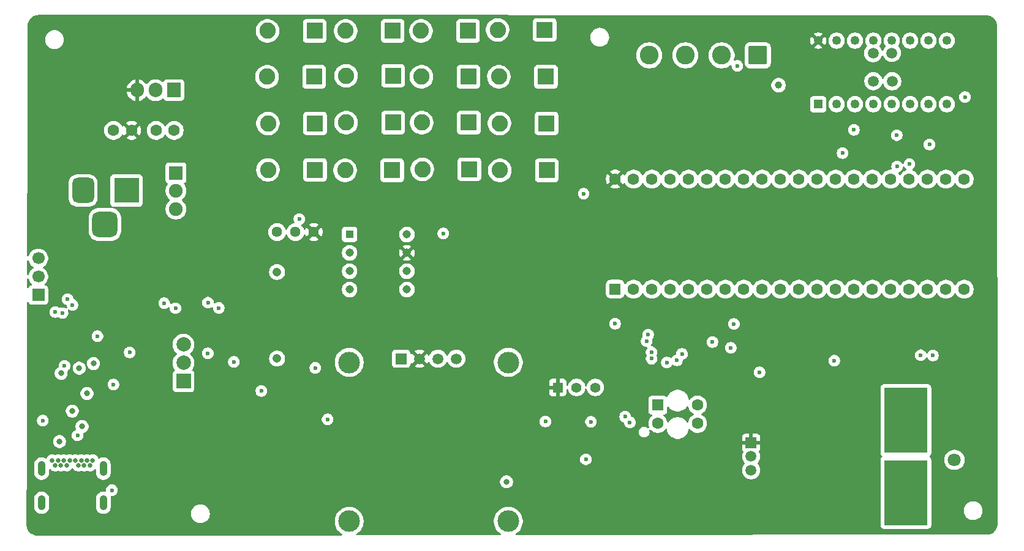
<source format=gbr>
%TF.GenerationSoftware,KiCad,Pcbnew,9.0.4*%
%TF.CreationDate,2026-01-15T21:37:34+03:30*%
%TF.ProjectId,Motor_Health_Monitoring_PCB,4d6f746f-725f-4486-9561-6c74685f4d6f,rev?*%
%TF.SameCoordinates,Original*%
%TF.FileFunction,Copper,L2,Inr*%
%TF.FilePolarity,Positive*%
%FSLAX46Y46*%
G04 Gerber Fmt 4.6, Leading zero omitted, Abs format (unit mm)*
G04 Created by KiCad (PCBNEW 9.0.4) date 2026-01-15 21:37:34*
%MOMM*%
%LPD*%
G01*
G04 APERTURE LIST*
G04 Aperture macros list*
%AMRoundRect*
0 Rectangle with rounded corners*
0 $1 Rounding radius*
0 $2 $3 $4 $5 $6 $7 $8 $9 X,Y pos of 4 corners*
0 Add a 4 corners polygon primitive as box body*
4,1,4,$2,$3,$4,$5,$6,$7,$8,$9,$2,$3,0*
0 Add four circle primitives for the rounded corners*
1,1,$1+$1,$2,$3*
1,1,$1+$1,$4,$5*
1,1,$1+$1,$6,$7*
1,1,$1+$1,$8,$9*
0 Add four rect primitives between the rounded corners*
20,1,$1+$1,$2,$3,$4,$5,0*
20,1,$1+$1,$4,$5,$6,$7,0*
20,1,$1+$1,$6,$7,$8,$9,0*
20,1,$1+$1,$8,$9,$2,$3,0*%
G04 Aperture macros list end*
%TA.AperFunction,ComponentPad*%
%ADD10R,2.250000X2.250000*%
%TD*%
%TA.AperFunction,ComponentPad*%
%ADD11C,2.250000*%
%TD*%
%TA.AperFunction,ComponentPad*%
%ADD12C,1.600000*%
%TD*%
%TA.AperFunction,ComponentPad*%
%ADD13R,1.508000X1.508000*%
%TD*%
%TA.AperFunction,ComponentPad*%
%ADD14C,1.508000*%
%TD*%
%TA.AperFunction,ComponentPad*%
%ADD15C,3.000000*%
%TD*%
%TA.AperFunction,ComponentPad*%
%ADD16R,1.600000X1.600000*%
%TD*%
%TA.AperFunction,ComponentPad*%
%ADD17C,1.208000*%
%TD*%
%TA.AperFunction,ComponentPad*%
%ADD18R,1.905000X2.000000*%
%TD*%
%TA.AperFunction,ComponentPad*%
%ADD19O,1.905000X2.000000*%
%TD*%
%TA.AperFunction,ComponentPad*%
%ADD20R,3.500000X3.500000*%
%TD*%
%TA.AperFunction,ComponentPad*%
%ADD21RoundRect,0.750000X-0.750000X-1.000000X0.750000X-1.000000X0.750000X1.000000X-0.750000X1.000000X0*%
%TD*%
%TA.AperFunction,ComponentPad*%
%ADD22RoundRect,0.875000X-0.875000X-0.875000X0.875000X-0.875000X0.875000X0.875000X-0.875000X0.875000X0*%
%TD*%
%TA.AperFunction,ComponentPad*%
%ADD23R,1.250000X1.250000*%
%TD*%
%TA.AperFunction,ComponentPad*%
%ADD24C,1.250000*%
%TD*%
%TA.AperFunction,ComponentPad*%
%ADD25C,1.440000*%
%TD*%
%TA.AperFunction,ComponentPad*%
%ADD26R,1.700000X1.700000*%
%TD*%
%TA.AperFunction,ComponentPad*%
%ADD27C,1.700000*%
%TD*%
%TA.AperFunction,ComponentPad*%
%ADD28R,2.000000X2.000000*%
%TD*%
%TA.AperFunction,ComponentPad*%
%ADD29C,2.000000*%
%TD*%
%TA.AperFunction,ComponentPad*%
%ADD30C,0.650000*%
%TD*%
%TA.AperFunction,ComponentPad*%
%ADD31O,1.050000X2.100000*%
%TD*%
%TA.AperFunction,ComponentPad*%
%ADD32R,1.140000X1.140000*%
%TD*%
%TA.AperFunction,ComponentPad*%
%ADD33C,1.140000*%
%TD*%
%TA.AperFunction,ComponentPad*%
%ADD34R,1.500000X1.500000*%
%TD*%
%TA.AperFunction,ComponentPad*%
%ADD35C,1.500000*%
%TD*%
%TA.AperFunction,ComponentPad*%
%ADD36C,0.500000*%
%TD*%
%TA.AperFunction,ComponentPad*%
%ADD37R,6.000000X9.000000*%
%TD*%
%TA.AperFunction,ComponentPad*%
%ADD38R,1.400000X1.400000*%
%TD*%
%TA.AperFunction,ComponentPad*%
%ADD39C,1.400000*%
%TD*%
%TA.AperFunction,ComponentPad*%
%ADD40RoundRect,0.250000X1.050000X1.050000X-1.050000X1.050000X-1.050000X-1.050000X1.050000X-1.050000X0*%
%TD*%
%TA.AperFunction,ComponentPad*%
%ADD41C,2.600000*%
%TD*%
%TA.AperFunction,ComponentPad*%
%ADD42RoundRect,0.250000X0.550000X-0.550000X0.550000X0.550000X-0.550000X0.550000X-0.550000X-0.550000X0*%
%TD*%
%TA.AperFunction,ComponentPad*%
%ADD43R,1.900000X1.900000*%
%TD*%
%TA.AperFunction,ComponentPad*%
%ADD44C,1.900000*%
%TD*%
%TA.AperFunction,ViaPad*%
%ADD45C,0.600000*%
%TD*%
%TA.AperFunction,ViaPad*%
%ADD46C,1.500000*%
%TD*%
%TA.AperFunction,ViaPad*%
%ADD47C,1.800000*%
%TD*%
%TA.AperFunction,ViaPad*%
%ADD48C,0.800000*%
%TD*%
%TA.AperFunction,ViaPad*%
%ADD49C,1.000000*%
%TD*%
G04 APERTURE END LIST*
D10*
%TO.N,/8051 Micocontroller/R1*%
%TO.C,SW3*%
X143127500Y-67629000D03*
D11*
%TO.N,/8051 Micocontroller/C3*%
X136627500Y-67629000D03*
%TD*%
D12*
%TO.N,/+12V*%
%TO.C,C8*%
X91733500Y-75063500D03*
%TO.N,GND*%
X89233500Y-75063500D03*
%TD*%
D10*
%TO.N,/8051 Micocontroller/R4*%
%TO.C,SW15*%
X111071500Y-67629000D03*
D11*
%TO.N,/8051 Micocontroller/C3*%
X104571500Y-67629000D03*
%TD*%
D10*
%TO.N,/8051 Micocontroller/R3*%
%TO.C,SW9*%
X121866500Y-80583000D03*
D11*
%TO.N,/8051 Micocontroller/C1*%
X115366500Y-80583000D03*
%TD*%
D13*
%TO.N,GND*%
%TO.C,U7*%
X123113500Y-106675000D03*
D14*
%TO.N,/+5V*%
X125653500Y-106675000D03*
%TO.N,/8051 Micocontroller/SDA*%
X128193500Y-106675000D03*
%TO.N,/8051 Micocontroller/SCL*%
X130733500Y-106675000D03*
D15*
%TO.N,N/C*%
X115923500Y-107175000D03*
X137923500Y-107175000D03*
X137923500Y-129175000D03*
X115923500Y-129175000D03*
%TD*%
D12*
%TO.N,/+5V*%
%TO.C,C10*%
X85851500Y-75063500D03*
%TO.N,GND*%
X83351500Y-75063500D03*
%TD*%
D16*
%TO.N,/8051 Micocontroller/IR_OUT*%
%TO.C,U10*%
X158590500Y-113095000D03*
D12*
%TO.N,GND*%
X158590500Y-115635000D03*
X164090500Y-115635000D03*
%TO.N,Net-(R22-Pad2)*%
X164090500Y-113095000D03*
%TD*%
D17*
%TO.N,Net-(U13-+)*%
%TO.C,X1*%
X105956500Y-94655000D03*
%TO.N,GND*%
X105956500Y-106655000D03*
%TD*%
D18*
%TO.N,/+12V*%
%TO.C,U4*%
X91693500Y-69475500D03*
D19*
%TO.N,GND*%
X89153500Y-69475500D03*
%TO.N,/+5V*%
X86613500Y-69475500D03*
%TD*%
D10*
%TO.N,/8051 Micocontroller/R3*%
%TO.C,SW12*%
X121941500Y-61279000D03*
D11*
%TO.N,/8051 Micocontroller/C4*%
X115441500Y-61279000D03*
%TD*%
D20*
%TO.N,/POWER_IN*%
%TO.C,J1*%
X85140500Y-83377000D03*
D21*
%TO.N,GND*%
X79140500Y-83377000D03*
D22*
X82140500Y-88077000D03*
%TD*%
D10*
%TO.N,/8051 Micocontroller/R2*%
%TO.C,SW6*%
X132459500Y-73979000D03*
D11*
%TO.N,/8051 Micocontroller/C2*%
X125959500Y-73979000D03*
%TD*%
D23*
%TO.N,/8051 Micocontroller/EN1*%
%TO.C,U5*%
X180771500Y-71435500D03*
D24*
%TO.N,/8051 Micocontroller/M1_F*%
X183311500Y-71435500D03*
%TO.N,Net-(J3-Pin_1)*%
X185851500Y-71435500D03*
%TO.N,GND*%
X188391500Y-71435500D03*
X190931500Y-71435500D03*
%TO.N,Net-(J3-Pin_2)*%
X193471500Y-71435500D03*
%TO.N,/8051 Micocontroller/M1_R*%
X196011500Y-71435500D03*
%TO.N,/8051 Micocontroller/IP-*%
X198551500Y-71435500D03*
%TO.N,/8051 Micocontroller/EN2*%
X198551500Y-62635500D03*
%TO.N,/8051 Micocontroller/M2_F*%
X196011500Y-62635500D03*
%TO.N,Net-(J3-Pin_3)*%
X193471500Y-62635500D03*
%TO.N,GND*%
X190931500Y-62635500D03*
X188391500Y-62635500D03*
%TO.N,Net-(J3-Pin_4)*%
X185851500Y-62635500D03*
%TO.N,/8051 Micocontroller/M2_R*%
X183311500Y-62635500D03*
%TO.N,/+5V*%
X180771500Y-62635500D03*
%TD*%
D25*
%TO.N,/+5V*%
%TO.C,RV1*%
X111036500Y-89135000D03*
%TO.N,Net-(U13--)*%
X108496500Y-89135000D03*
%TO.N,GND*%
X105956500Y-89135000D03*
%TD*%
D10*
%TO.N,/8051 Micocontroller/R2*%
%TO.C,SW7*%
X132407500Y-67629000D03*
D11*
%TO.N,/8051 Micocontroller/C3*%
X125907500Y-67629000D03*
%TD*%
D10*
%TO.N,/8051 Micocontroller/R3*%
%TO.C,SW10*%
X121993500Y-73979000D03*
D11*
%TO.N,/8051 Micocontroller/C2*%
X115493500Y-73979000D03*
%TD*%
D10*
%TO.N,/8051 Micocontroller/R2*%
%TO.C,SW8*%
X132355500Y-61279000D03*
D11*
%TO.N,/8051 Micocontroller/C4*%
X125855500Y-61279000D03*
%TD*%
D26*
%TO.N,/TX_RX*%
%TO.C,J4*%
X72948500Y-97855000D03*
D27*
%TO.N,/RX_TX*%
X72948500Y-95315000D03*
%TO.N,GND*%
X72948500Y-92775000D03*
%TD*%
D28*
%TO.N,/USB_PWR*%
%TO.C,U2*%
X93014500Y-109793000D03*
D29*
%TO.N,GND*%
X93014500Y-107253000D03*
%TO.N,+3.3V*%
X93014500Y-104713000D03*
%TD*%
D10*
%TO.N,/8051 Micocontroller/R4*%
%TO.C,SW16*%
X111146500Y-61279000D03*
D11*
%TO.N,/8051 Micocontroller/C4*%
X104646500Y-61279000D03*
%TD*%
D30*
%TO.N,GND*%
%TO.C,J2*%
X80470750Y-120734500D03*
%TO.N,unconnected-(J2-SSTXP2-PadB2)*%
X80070750Y-121444500D03*
%TO.N,unconnected-(J2-SSTXN2-PadB3)*%
X79270750Y-121444500D03*
%TO.N,/VBUS*%
X78870750Y-120734500D03*
%TO.N,Net-(J2-CC2)*%
X78470750Y-121444500D03*
%TO.N,/USB_DP*%
X78070750Y-120734500D03*
%TO.N,/USB_DN*%
X77270750Y-120734500D03*
%TO.N,unconnected-(J2-SBU2-PadB8)*%
X76870750Y-121444500D03*
%TO.N,/VBUS*%
X76470750Y-120734500D03*
%TO.N,unconnected-(J2-SSRXN1-PadB10)*%
X76070750Y-121444500D03*
%TO.N,unconnected-(J2-SSRXP1-PadB11)*%
X75270750Y-121444500D03*
%TO.N,GND*%
X74870750Y-120734500D03*
X79670750Y-120734500D03*
X75670750Y-120734500D03*
D31*
X73400750Y-121884500D03*
X81940750Y-121884500D03*
X73400750Y-126614500D03*
X81940750Y-126614500D03*
%TD*%
D10*
%TO.N,/8051 Micocontroller/R4*%
%TO.C,SW13*%
X111198500Y-80521000D03*
D11*
%TO.N,/8051 Micocontroller/C1*%
X104698500Y-80521000D03*
%TD*%
D10*
%TO.N,/8051 Micocontroller/R1*%
%TO.C,SW2*%
X143202500Y-74106000D03*
D11*
%TO.N,/8051 Micocontroller/C2*%
X136702500Y-74106000D03*
%TD*%
D10*
%TO.N,/8051 Micocontroller/R2*%
%TO.C,SW5*%
X132534500Y-80456000D03*
D11*
%TO.N,/8051 Micocontroller/C1*%
X126034500Y-80456000D03*
%TD*%
D32*
%TO.N,unconnected-(U13-NULL-Pad1)*%
%TO.C,U13*%
X115968500Y-89473000D03*
D33*
%TO.N,Net-(U13--)*%
X115968500Y-92013000D03*
%TO.N,Net-(U13-+)*%
X115968500Y-94553000D03*
%TO.N,GND*%
X115968500Y-97093000D03*
%TO.N,unconnected-(U13-NULL-Pad5)*%
X123908500Y-97093000D03*
%TO.N,/8051 Micocontroller/D0*%
X123908500Y-94553000D03*
%TO.N,/+5V*%
X123908500Y-92013000D03*
%TO.N,unconnected-(U13-NC-Pad8)*%
X123908500Y-89473000D03*
%TD*%
D34*
%TO.N,/+5V*%
%TO.C,U8*%
X171486500Y-118297000D03*
D35*
%TO.N,GND*%
X171486500Y-120207000D03*
%TO.N,/8051 Micocontroller/ACS712_OUT*%
X171486500Y-122117000D03*
D36*
%TO.N,/+12V*%
X192886500Y-121457000D03*
X194886500Y-122607000D03*
X190886500Y-122607000D03*
X194886500Y-123907000D03*
X190886500Y-123907000D03*
X194886500Y-125207000D03*
D37*
X192886500Y-125207000D03*
D36*
X190886500Y-125207000D03*
X194886500Y-126507000D03*
X190886500Y-126507000D03*
X194886500Y-127807000D03*
X190886500Y-127807000D03*
X192886500Y-128957000D03*
%TO.N,/8051 Micocontroller/IP-*%
X192886500Y-111457000D03*
X194886500Y-112607000D03*
X190886500Y-112607000D03*
X194886500Y-113907000D03*
X190886500Y-113907000D03*
X194886500Y-115207000D03*
D37*
X192886500Y-115207000D03*
D36*
X190886500Y-115207000D03*
X194886500Y-116507000D03*
X190886500Y-116507000D03*
X194886500Y-117807000D03*
X190886500Y-117807000D03*
X192886500Y-118957000D03*
%TD*%
D38*
%TO.N,/+5V*%
%TO.C,U9*%
X144760000Y-110650000D03*
D39*
%TO.N,/8051 Micocontroller/LM35_OUT*%
X147360000Y-110650000D03*
%TO.N,GND*%
X149960000Y-110650000D03*
%TD*%
D10*
%TO.N,/8051 Micocontroller/R1*%
%TO.C,SW4*%
X142948500Y-61152000D03*
D11*
%TO.N,/8051 Micocontroller/C4*%
X136448500Y-61152000D03*
%TD*%
D10*
%TO.N,/8051 Micocontroller/R4*%
%TO.C,SW14*%
X111198500Y-74106000D03*
D11*
%TO.N,/8051 Micocontroller/C2*%
X104698500Y-74106000D03*
%TD*%
D40*
%TO.N,Net-(J3-Pin_1)*%
%TO.C,J3*%
X172407500Y-64662500D03*
D41*
%TO.N,Net-(J3-Pin_2)*%
X167407500Y-64662500D03*
%TO.N,Net-(J3-Pin_3)*%
X162407500Y-64662500D03*
%TO.N,Net-(J3-Pin_4)*%
X157407500Y-64662500D03*
%TD*%
D10*
%TO.N,/8051 Micocontroller/R1*%
%TO.C,SW1*%
X143254500Y-80583000D03*
D11*
%TO.N,/8051 Micocontroller/C1*%
X136754500Y-80583000D03*
%TD*%
D10*
%TO.N,/8051 Micocontroller/R3*%
%TO.C,SW11*%
X121993500Y-67502000D03*
D11*
%TO.N,/8051 Micocontroller/C3*%
X115493500Y-67502000D03*
%TD*%
D42*
%TO.N,Net-(U11-~{CS})*%
%TO.C,U6*%
X152697500Y-97040000D03*
D12*
%TO.N,Net-(U11-SCLK)*%
X155237500Y-97040000D03*
%TO.N,Net-(U11-DOUT)*%
X157777500Y-97040000D03*
%TO.N,Net-(U11-DIN)*%
X160317500Y-97040000D03*
%TO.N,/Fault_LED*%
X162857500Y-97040000D03*
%TO.N,/MOTOR_LED*%
X165397500Y-97040000D03*
%TO.N,unconnected-(U6-P1.6-Pad7)*%
X167937500Y-97040000D03*
%TO.N,/8051 Micocontroller/D0*%
X170477500Y-97040000D03*
%TO.N,Net-(U6-RST)*%
X173017500Y-97040000D03*
%TO.N,/RX_TX*%
X175557500Y-97040000D03*
%TO.N,/TX_RX*%
X178097500Y-97040000D03*
%TO.N,unconnected-(U6-P3.2{slash}~{INT0}-Pad12)*%
X180637500Y-97040000D03*
%TO.N,unconnected-(U6-P3.3{slash}~{INT1}-Pad13)*%
X183177500Y-97040000D03*
%TO.N,/8051 Micocontroller/SDA*%
X185717500Y-97040000D03*
%TO.N,/8051 Micocontroller/SCL*%
X188257500Y-97040000D03*
%TO.N,unconnected-(U6-P3.6{slash}~{WR}-Pad16)*%
X190797500Y-97040000D03*
%TO.N,unconnected-(U6-P3.7{slash}~{RD}-Pad17)*%
X193337500Y-97040000D03*
%TO.N,Net-(U6-XTAL2)*%
X195877500Y-97040000D03*
%TO.N,Net-(U6-XTAL1)*%
X198417500Y-97040000D03*
%TO.N,GND*%
X200957500Y-97040000D03*
%TO.N,/8051 Micocontroller/EN1_PWM*%
X200957500Y-81800000D03*
%TO.N,Net-(U6-P2.1{slash}A9)*%
X198417500Y-81800000D03*
%TO.N,Net-(U6-P2.2{slash}A10)*%
X195877500Y-81800000D03*
%TO.N,/8051 Micocontroller/EN2_PWM*%
X193337500Y-81800000D03*
%TO.N,Net-(U6-P2.4{slash}A12)*%
X190797500Y-81800000D03*
%TO.N,Net-(U6-P2.5{slash}A13)*%
X188257500Y-81800000D03*
%TO.N,unconnected-(U6-P2.6{slash}A14-Pad27)*%
X185717500Y-81800000D03*
%TO.N,/8051 Micocontroller/IR_OUT*%
X183177500Y-81800000D03*
%TO.N,unconnected-(U6-~{PSEN}-Pad29)*%
X180637500Y-81800000D03*
%TO.N,unconnected-(U6-ALE-Pad30)*%
X178097500Y-81800000D03*
%TO.N,Net-(U6-~{EA})*%
X175557500Y-81800000D03*
%TO.N,/8051 Micocontroller/C4*%
X173017500Y-81800000D03*
%TO.N,/8051 Micocontroller/C3*%
X170477500Y-81800000D03*
%TO.N,/8051 Micocontroller/C2*%
X167937500Y-81800000D03*
%TO.N,/8051 Micocontroller/C1*%
X165397500Y-81800000D03*
%TO.N,/8051 Micocontroller/R4*%
X162857500Y-81800000D03*
%TO.N,/8051 Micocontroller/R3*%
X160317500Y-81800000D03*
%TO.N,/8051 Micocontroller/R2*%
X157777500Y-81800000D03*
%TO.N,/8051 Micocontroller/R1*%
X155237500Y-81800000D03*
%TO.N,/+5V*%
X152697500Y-81800000D03*
%TD*%
D43*
%TO.N,/+12V*%
%TO.C,S1*%
X91967500Y-80938500D03*
D44*
%TO.N,/POWER_IN*%
X91967500Y-83438500D03*
%TO.N,unconnected-(S1-Pad3)*%
X91967500Y-85938500D03*
%TD*%
D45*
%TO.N,GND*%
X196617500Y-106230000D03*
X128927500Y-89320000D03*
X152687500Y-101820000D03*
X76577500Y-107650000D03*
D46*
X190997500Y-68260000D03*
D45*
X148637500Y-120600000D03*
X143047500Y-115360000D03*
X85577500Y-105790000D03*
X111227500Y-107940000D03*
X73560000Y-115240000D03*
X109027500Y-87330000D03*
X103787500Y-111130000D03*
X149347500Y-115400000D03*
X169117500Y-101850000D03*
D46*
X188347500Y-64370000D03*
D45*
X194937500Y-106190000D03*
D47*
X199597500Y-120670000D03*
D45*
X81117500Y-103560000D03*
X148336000Y-83820000D03*
X96387500Y-105920000D03*
X83337500Y-110240000D03*
X99977500Y-107110000D03*
D46*
X188387500Y-68250000D03*
X190957500Y-64350000D03*
D48*
%TO.N,+3.3V*%
X137677500Y-123707000D03*
X76097500Y-108690000D03*
X80567500Y-107330000D03*
X78597500Y-107980000D03*
D45*
X112937000Y-115070500D03*
D48*
%TO.N,/VBUS*%
X79667500Y-111490000D03*
X75880775Y-118136725D03*
X77637500Y-113920000D03*
X78987500Y-116060000D03*
D45*
%TO.N,/+5V*%
X188527500Y-75761000D03*
D48*
X187657500Y-73860000D03*
X113430000Y-92760000D03*
X130257500Y-94100000D03*
X97497500Y-80560000D03*
X178810000Y-76760000D03*
X113240000Y-85130000D03*
X149387500Y-101210000D03*
X197277500Y-63670000D03*
X143037500Y-113480000D03*
X97597500Y-61420000D03*
X129557500Y-101310000D03*
X97497500Y-67590000D03*
D45*
X194927500Y-67110000D03*
D48*
X134057500Y-103540000D03*
X167417500Y-109150000D03*
X174687500Y-101880000D03*
X97587500Y-74100000D03*
X133417500Y-97580000D03*
X154767500Y-106310000D03*
X199810000Y-116780000D03*
D45*
%TO.N,Net-(J2-CC2)*%
X83107500Y-124870000D03*
%TO.N,/USB_DN*%
X78367500Y-117290000D03*
D49*
%TO.N,Net-(J3-Pin_1)*%
X175267500Y-68790000D03*
D45*
%TO.N,Net-(J3-Pin_2)*%
X169587500Y-66130000D03*
%TO.N,/TX_RX*%
X96397500Y-98910000D03*
X182987500Y-106950000D03*
X157257500Y-103340000D03*
X166147500Y-104350000D03*
X90348235Y-98969265D03*
%TO.N,/RX_TX*%
X91907500Y-99680000D03*
X97907500Y-99640000D03*
X157046765Y-104240735D03*
%TO.N,Net-(U3-~{TXT}{slash}GPIO.2)*%
X76997500Y-98430000D03*
X75307500Y-100210000D03*
%TO.N,Net-(U3-~{RXT}{slash}GPIO.3)*%
X77667500Y-99220000D03*
X76291054Y-100356446D03*
%TO.N,/8051 Micocontroller/EN1_PWM*%
X184127500Y-78200000D03*
X193377500Y-79710000D03*
%TO.N,/8051 Micocontroller/EN2_PWM*%
X201047500Y-70440000D03*
X191667500Y-80070000D03*
X191632475Y-75724975D03*
%TO.N,Net-(U6-P2.1{slash}A9)*%
X185697500Y-74990000D03*
%TO.N,Net-(U6-P2.2{slash}A10)*%
X196137500Y-77020000D03*
%TO.N,/8051 Micocontroller/SDA*%
X161927120Y-106009620D03*
X157727500Y-105770000D03*
%TO.N,/8051 Micocontroller/SCL*%
X161227500Y-106890000D03*
X157727500Y-106660000D03*
%TO.N,/8051 Micocontroller/IR_OUT*%
X159827500Y-107190000D03*
%TO.N,/Fault_LED*%
X154077500Y-114700000D03*
%TO.N,/MOTOR_LED*%
X154727500Y-115490000D03*
%TO.N,/8051 Micocontroller/ACS712_OUT*%
X172667500Y-108550000D03*
X168687500Y-105150000D03*
%TD*%
%TA.AperFunction,Conductor*%
%TO.N,/+5V*%
G36*
X203948618Y-59110381D02*
G01*
X203948892Y-59110399D01*
X203957294Y-59110399D01*
X203957298Y-59110400D01*
X204018763Y-59110399D01*
X204027608Y-59110714D01*
X204224921Y-59124825D01*
X204242420Y-59127341D01*
X204431378Y-59168445D01*
X204448350Y-59173429D01*
X204629530Y-59241005D01*
X204645623Y-59248354D01*
X204730484Y-59294691D01*
X204815349Y-59341030D01*
X204830230Y-59350594D01*
X204985025Y-59466471D01*
X204998396Y-59478056D01*
X205135134Y-59614793D01*
X205146720Y-59628164D01*
X205262604Y-59782966D01*
X205272169Y-59797850D01*
X205364838Y-59967561D01*
X205372188Y-59983654D01*
X205439767Y-60164840D01*
X205444751Y-60181815D01*
X205485855Y-60370763D01*
X205488373Y-60388276D01*
X205502472Y-60585410D01*
X205502788Y-60594166D01*
X205502788Y-60655892D01*
X205502833Y-60656061D01*
X205502839Y-60664266D01*
X205502839Y-60664269D01*
X205551149Y-129462816D01*
X205550090Y-129479078D01*
X205549428Y-129484109D01*
X205549428Y-129545572D01*
X205549112Y-129554417D01*
X205548275Y-129566116D01*
X205534815Y-129754305D01*
X205532297Y-129771816D01*
X205490645Y-129963289D01*
X205485661Y-129980265D01*
X205417178Y-130163874D01*
X205409828Y-130179967D01*
X205315918Y-130351949D01*
X205306353Y-130366833D01*
X205188919Y-130523706D01*
X205177333Y-130537077D01*
X205038766Y-130675643D01*
X205025395Y-130687228D01*
X204868531Y-130804654D01*
X204853647Y-130814220D01*
X204681653Y-130908134D01*
X204665561Y-130915483D01*
X204481959Y-130983963D01*
X204464982Y-130988947D01*
X204273506Y-131030599D01*
X204255994Y-131033117D01*
X204055940Y-131047424D01*
X204047221Y-131047740D01*
X203985798Y-131047740D01*
X203985561Y-131047802D01*
X203977344Y-131047811D01*
X203977342Y-131047810D01*
X203977337Y-131047811D01*
X139035345Y-131110305D01*
X138968287Y-131090685D01*
X138922481Y-131037925D01*
X138912471Y-130968776D01*
X138941435Y-130905192D01*
X138973225Y-130878918D01*
X139037303Y-130841924D01*
X139245351Y-130682282D01*
X139245355Y-130682277D01*
X139245360Y-130682274D01*
X139430774Y-130496860D01*
X139430777Y-130496855D01*
X139430782Y-130496851D01*
X139590424Y-130288803D01*
X139721543Y-130061697D01*
X139821898Y-129819419D01*
X139889770Y-129566116D01*
X139924000Y-129306120D01*
X139924000Y-129043880D01*
X139889770Y-128783884D01*
X139821898Y-128530581D01*
X139777972Y-128424534D01*
X139721546Y-128288309D01*
X139721541Y-128288299D01*
X139590424Y-128061196D01*
X139430781Y-127853148D01*
X139430774Y-127853140D01*
X139245360Y-127667726D01*
X139245351Y-127667718D01*
X139037303Y-127508075D01*
X138810200Y-127376958D01*
X138810190Y-127376953D01*
X138567928Y-127276605D01*
X138567921Y-127276603D01*
X138567919Y-127276602D01*
X138314616Y-127208730D01*
X138254201Y-127200776D01*
X138054627Y-127174500D01*
X138054620Y-127174500D01*
X137792380Y-127174500D01*
X137792372Y-127174500D01*
X137561272Y-127204926D01*
X137532384Y-127208730D01*
X137293341Y-127272781D01*
X137279081Y-127276602D01*
X137279071Y-127276605D01*
X137036809Y-127376953D01*
X137036799Y-127376958D01*
X136809696Y-127508075D01*
X136601648Y-127667718D01*
X136416218Y-127853148D01*
X136256575Y-128061196D01*
X136125458Y-128288299D01*
X136125453Y-128288309D01*
X136025105Y-128530571D01*
X136025102Y-128530581D01*
X136020646Y-128547213D01*
X135957230Y-128783885D01*
X135923000Y-129043872D01*
X135923000Y-129306127D01*
X135943630Y-129462816D01*
X135957230Y-129566116D01*
X136025102Y-129819418D01*
X136025105Y-129819428D01*
X136125453Y-130061690D01*
X136125458Y-130061700D01*
X136256575Y-130288803D01*
X136416218Y-130496851D01*
X136416226Y-130496860D01*
X136601640Y-130682274D01*
X136601648Y-130682281D01*
X136809696Y-130841924D01*
X136877473Y-130881055D01*
X136925689Y-130931622D01*
X136938912Y-131000229D01*
X136912943Y-131065094D01*
X136856029Y-131105622D01*
X136815592Y-131112442D01*
X116998615Y-131131511D01*
X116931557Y-131111891D01*
X116885751Y-131059131D01*
X116875741Y-130989982D01*
X116904705Y-130926398D01*
X116936492Y-130900126D01*
X117037303Y-130841924D01*
X117245351Y-130682282D01*
X117245355Y-130682277D01*
X117245360Y-130682274D01*
X117430774Y-130496860D01*
X117430777Y-130496855D01*
X117430782Y-130496851D01*
X117590424Y-130288803D01*
X117721543Y-130061697D01*
X117821898Y-129819419D01*
X117889770Y-129566116D01*
X117924000Y-129306120D01*
X117924000Y-129043880D01*
X117889770Y-128783884D01*
X117821898Y-128530581D01*
X117777972Y-128424534D01*
X117721546Y-128288309D01*
X117721541Y-128288299D01*
X117590424Y-128061196D01*
X117430781Y-127853148D01*
X117430774Y-127853140D01*
X117245360Y-127667726D01*
X117245351Y-127667718D01*
X117037303Y-127508075D01*
X116810200Y-127376958D01*
X116810190Y-127376953D01*
X116567928Y-127276605D01*
X116567921Y-127276603D01*
X116567919Y-127276602D01*
X116314616Y-127208730D01*
X116254201Y-127200776D01*
X116054627Y-127174500D01*
X116054620Y-127174500D01*
X115792380Y-127174500D01*
X115792372Y-127174500D01*
X115561272Y-127204926D01*
X115532384Y-127208730D01*
X115293341Y-127272781D01*
X115279081Y-127276602D01*
X115279071Y-127276605D01*
X115036809Y-127376953D01*
X115036799Y-127376958D01*
X114809696Y-127508075D01*
X114601648Y-127667718D01*
X114416218Y-127853148D01*
X114256575Y-128061196D01*
X114125458Y-128288299D01*
X114125453Y-128288309D01*
X114025105Y-128530571D01*
X114025102Y-128530581D01*
X114020646Y-128547213D01*
X113957230Y-128783885D01*
X113923000Y-129043872D01*
X113923000Y-129306127D01*
X113943630Y-129462816D01*
X113957230Y-129566116D01*
X114025102Y-129819418D01*
X114025105Y-129819428D01*
X114125453Y-130061690D01*
X114125458Y-130061700D01*
X114256575Y-130288803D01*
X114416218Y-130496851D01*
X114416226Y-130496860D01*
X114601640Y-130682274D01*
X114601648Y-130682281D01*
X114773592Y-130814220D01*
X114809697Y-130841924D01*
X114914082Y-130902190D01*
X114962297Y-130952756D01*
X114975521Y-131021363D01*
X114949553Y-131086228D01*
X114892639Y-131126757D01*
X114852201Y-131133577D01*
X72825255Y-131174020D01*
X72816287Y-131173704D01*
X72616209Y-131159390D01*
X72598699Y-131156872D01*
X72532030Y-131142367D01*
X72406967Y-131115159D01*
X72389993Y-131110174D01*
X72206161Y-131041605D01*
X72190067Y-131034255D01*
X72017859Y-130940218D01*
X72002976Y-130930653D01*
X71845902Y-130813065D01*
X71832540Y-130801487D01*
X71693781Y-130662725D01*
X71682214Y-130649375D01*
X71564628Y-130492294D01*
X71555063Y-130477411D01*
X71461029Y-130305197D01*
X71453680Y-130289104D01*
X71385112Y-130105264D01*
X71380128Y-130088288D01*
X71352937Y-129963289D01*
X71338422Y-129896563D01*
X71335905Y-129879057D01*
X71332092Y-129825751D01*
X71321552Y-129678382D01*
X71321237Y-129669283D01*
X71321491Y-129550000D01*
X71324774Y-128004534D01*
X71329058Y-125988492D01*
X72375250Y-125988492D01*
X72375250Y-127240507D01*
X72414657Y-127438619D01*
X72414659Y-127438627D01*
X72491962Y-127625252D01*
X72491967Y-127625262D01*
X72604191Y-127793218D01*
X72747031Y-127936058D01*
X72914987Y-128048282D01*
X72914991Y-128048284D01*
X72914994Y-128048286D01*
X73101623Y-128125591D01*
X73299742Y-128164999D01*
X73299746Y-128165000D01*
X73299747Y-128165000D01*
X73501754Y-128165000D01*
X73501755Y-128164999D01*
X73699877Y-128125591D01*
X73886506Y-128048286D01*
X74054468Y-127936058D01*
X74197308Y-127793218D01*
X74309536Y-127625256D01*
X74386841Y-127438627D01*
X74426250Y-127240503D01*
X74426250Y-125988497D01*
X74426249Y-125988492D01*
X80915250Y-125988492D01*
X80915250Y-127240507D01*
X80954657Y-127438619D01*
X80954659Y-127438627D01*
X81031962Y-127625252D01*
X81031967Y-127625262D01*
X81144191Y-127793218D01*
X81287031Y-127936058D01*
X81454987Y-128048282D01*
X81454991Y-128048284D01*
X81454994Y-128048286D01*
X81641623Y-128125591D01*
X81839742Y-128164999D01*
X81839746Y-128165000D01*
X81839747Y-128165000D01*
X82041754Y-128165000D01*
X82041755Y-128164999D01*
X82239877Y-128125591D01*
X82426506Y-128048286D01*
X82472359Y-128017648D01*
X94059500Y-128017648D01*
X94059500Y-128222351D01*
X94091522Y-128424534D01*
X94154781Y-128619223D01*
X94247715Y-128801613D01*
X94368028Y-128967213D01*
X94512786Y-129111971D01*
X94667749Y-129224556D01*
X94678390Y-129232287D01*
X94794607Y-129291503D01*
X94860776Y-129325218D01*
X94860778Y-129325218D01*
X94860781Y-129325220D01*
X94965137Y-129359127D01*
X95055465Y-129388477D01*
X95156557Y-129404488D01*
X95257648Y-129420500D01*
X95257649Y-129420500D01*
X95462351Y-129420500D01*
X95462352Y-129420500D01*
X95664534Y-129388477D01*
X95859219Y-129325220D01*
X96041610Y-129232287D01*
X96134590Y-129164732D01*
X96207213Y-129111971D01*
X96207215Y-129111968D01*
X96207219Y-129111966D01*
X96351966Y-128967219D01*
X96351968Y-128967215D01*
X96351971Y-128967213D01*
X96404732Y-128894590D01*
X96472287Y-128801610D01*
X96565220Y-128619219D01*
X96628477Y-128424534D01*
X96660500Y-128222352D01*
X96660500Y-128017648D01*
X96645841Y-127925095D01*
X96628477Y-127815465D01*
X96566674Y-127625256D01*
X96565220Y-127620781D01*
X96565218Y-127620778D01*
X96565218Y-127620776D01*
X96531503Y-127554607D01*
X96472287Y-127438390D01*
X96441101Y-127395466D01*
X96351971Y-127272786D01*
X96207213Y-127128028D01*
X96041613Y-127007715D01*
X96041612Y-127007714D01*
X96041610Y-127007713D01*
X95984653Y-126978691D01*
X95859223Y-126914781D01*
X95664534Y-126851522D01*
X95489995Y-126823878D01*
X95462352Y-126819500D01*
X95257648Y-126819500D01*
X95233329Y-126823351D01*
X95055465Y-126851522D01*
X94860776Y-126914781D01*
X94678386Y-127007715D01*
X94512786Y-127128028D01*
X94368028Y-127272786D01*
X94247715Y-127438386D01*
X94154781Y-127620776D01*
X94091522Y-127815465D01*
X94059500Y-128017648D01*
X82472359Y-128017648D01*
X82594468Y-127936058D01*
X82594471Y-127936055D01*
X82605432Y-127925095D01*
X82737305Y-127793221D01*
X82737308Y-127793218D01*
X82849532Y-127625262D01*
X82849532Y-127625261D01*
X82849536Y-127625256D01*
X82926841Y-127438627D01*
X82966250Y-127240503D01*
X82966250Y-125988497D01*
X82932474Y-125818691D01*
X82938701Y-125749100D01*
X82981564Y-125693922D01*
X83047454Y-125670678D01*
X83054091Y-125670500D01*
X83186344Y-125670500D01*
X83186345Y-125670499D01*
X83340997Y-125639737D01*
X83486679Y-125579394D01*
X83617789Y-125491789D01*
X83729289Y-125380289D01*
X83816894Y-125249179D01*
X83877237Y-125103497D01*
X83908000Y-124948842D01*
X83908000Y-124791158D01*
X83908000Y-124791155D01*
X83907999Y-124791153D01*
X83877238Y-124636510D01*
X83877237Y-124636503D01*
X83865223Y-124607499D01*
X83816897Y-124490827D01*
X83816890Y-124490814D01*
X83729289Y-124359711D01*
X83729286Y-124359707D01*
X83617792Y-124248213D01*
X83617788Y-124248210D01*
X83486685Y-124160609D01*
X83486672Y-124160602D01*
X83341001Y-124100264D01*
X83340989Y-124100261D01*
X83186345Y-124069500D01*
X83186342Y-124069500D01*
X83028658Y-124069500D01*
X83028655Y-124069500D01*
X82874010Y-124100261D01*
X82873998Y-124100264D01*
X82728327Y-124160602D01*
X82728314Y-124160609D01*
X82597211Y-124248210D01*
X82597207Y-124248213D01*
X82485713Y-124359707D01*
X82485710Y-124359711D01*
X82398109Y-124490814D01*
X82398102Y-124490827D01*
X82337764Y-124636498D01*
X82337761Y-124636510D01*
X82307000Y-124791153D01*
X82307000Y-124948849D01*
X82307481Y-124953738D01*
X82294456Y-125022383D01*
X82246386Y-125073088D01*
X82178533Y-125089756D01*
X82159886Y-125087497D01*
X82041757Y-125064000D01*
X82041753Y-125064000D01*
X81839747Y-125064000D01*
X81839742Y-125064000D01*
X81641630Y-125103407D01*
X81641622Y-125103409D01*
X81454997Y-125180712D01*
X81454987Y-125180717D01*
X81287031Y-125292941D01*
X81144191Y-125435781D01*
X81031967Y-125603737D01*
X81031962Y-125603747D01*
X80954659Y-125790372D01*
X80954657Y-125790380D01*
X80915250Y-125988492D01*
X74426249Y-125988492D01*
X74386841Y-125790373D01*
X74309536Y-125603744D01*
X74309534Y-125603741D01*
X74309532Y-125603737D01*
X74197308Y-125435781D01*
X74054468Y-125292941D01*
X73886512Y-125180717D01*
X73886502Y-125180712D01*
X73699877Y-125103409D01*
X73699869Y-125103407D01*
X73501757Y-125064000D01*
X73501753Y-125064000D01*
X73299747Y-125064000D01*
X73299742Y-125064000D01*
X73101630Y-125103407D01*
X73101622Y-125103409D01*
X72914997Y-125180712D01*
X72914987Y-125180717D01*
X72747031Y-125292941D01*
X72604191Y-125435781D01*
X72491967Y-125603737D01*
X72491962Y-125603747D01*
X72414659Y-125790372D01*
X72414657Y-125790380D01*
X72375250Y-125988492D01*
X71329058Y-125988492D01*
X71329071Y-125982142D01*
X71334094Y-123618304D01*
X136777000Y-123618304D01*
X136777000Y-123795695D01*
X136811603Y-123969658D01*
X136811606Y-123969667D01*
X136879483Y-124133540D01*
X136879490Y-124133553D01*
X136978035Y-124281034D01*
X136978038Y-124281038D01*
X137103461Y-124406461D01*
X137103465Y-124406464D01*
X137250946Y-124505009D01*
X137250959Y-124505016D01*
X137373863Y-124555923D01*
X137414834Y-124572894D01*
X137414836Y-124572894D01*
X137414841Y-124572896D01*
X137588804Y-124607499D01*
X137588807Y-124607500D01*
X137588809Y-124607500D01*
X137766193Y-124607500D01*
X137766194Y-124607499D01*
X137824182Y-124595964D01*
X137940158Y-124572896D01*
X137940161Y-124572894D01*
X137940166Y-124572894D01*
X138104047Y-124505013D01*
X138251535Y-124406464D01*
X138376964Y-124281035D01*
X138475513Y-124133547D01*
X138543394Y-123969666D01*
X138578000Y-123795691D01*
X138578000Y-123618309D01*
X138578000Y-123618306D01*
X138577999Y-123618304D01*
X138543396Y-123444341D01*
X138543393Y-123444332D01*
X138475516Y-123280459D01*
X138475509Y-123280446D01*
X138376964Y-123132965D01*
X138376961Y-123132961D01*
X138251538Y-123007538D01*
X138251534Y-123007535D01*
X138104053Y-122908990D01*
X138104040Y-122908983D01*
X137940167Y-122841106D01*
X137940158Y-122841103D01*
X137766194Y-122806500D01*
X137766191Y-122806500D01*
X137588809Y-122806500D01*
X137588806Y-122806500D01*
X137414841Y-122841103D01*
X137414832Y-122841106D01*
X137250959Y-122908983D01*
X137250946Y-122908990D01*
X137103465Y-123007535D01*
X137103461Y-123007538D01*
X136978038Y-123132961D01*
X136978035Y-123132965D01*
X136879490Y-123280446D01*
X136879483Y-123280459D01*
X136811606Y-123444332D01*
X136811603Y-123444341D01*
X136777000Y-123618304D01*
X71334094Y-123618304D01*
X71334107Y-123611954D01*
X71339107Y-121258492D01*
X72375250Y-121258492D01*
X72375250Y-122510507D01*
X72414657Y-122708619D01*
X72414659Y-122708627D01*
X72491962Y-122895252D01*
X72491967Y-122895262D01*
X72604191Y-123063218D01*
X72747031Y-123206058D01*
X72914987Y-123318282D01*
X72914991Y-123318284D01*
X72914994Y-123318286D01*
X73101623Y-123395591D01*
X73299742Y-123434999D01*
X73299746Y-123435000D01*
X73299747Y-123435000D01*
X73501754Y-123435000D01*
X73501755Y-123434999D01*
X73699877Y-123395591D01*
X73886506Y-123318286D01*
X74054468Y-123206058D01*
X74197308Y-123063218D01*
X74309536Y-122895256D01*
X74386841Y-122708627D01*
X74426250Y-122510503D01*
X74426250Y-122066796D01*
X74445935Y-121999757D01*
X74498739Y-121954002D01*
X74567897Y-121944058D01*
X74631453Y-121973083D01*
X74637931Y-121979115D01*
X74744521Y-122085705D01*
X74744529Y-122085711D01*
X74879726Y-122176047D01*
X74879730Y-122176049D01*
X74974774Y-122215417D01*
X75029961Y-122238276D01*
X75029965Y-122238276D01*
X75029966Y-122238277D01*
X75189442Y-122270000D01*
X75189445Y-122270000D01*
X75352057Y-122270000D01*
X75459348Y-122248657D01*
X75511539Y-122238276D01*
X75623298Y-122191983D01*
X75692766Y-122184515D01*
X75718199Y-122191982D01*
X75829961Y-122238276D01*
X75829965Y-122238276D01*
X75829966Y-122238277D01*
X75989442Y-122270000D01*
X75989445Y-122270000D01*
X76152057Y-122270000D01*
X76259348Y-122248657D01*
X76311539Y-122238276D01*
X76423298Y-122191983D01*
X76492766Y-122184515D01*
X76518199Y-122191982D01*
X76629961Y-122238276D01*
X76629965Y-122238276D01*
X76629966Y-122238277D01*
X76789442Y-122270000D01*
X76789445Y-122270000D01*
X76952057Y-122270000D01*
X77059348Y-122248657D01*
X77111539Y-122238276D01*
X77261771Y-122176048D01*
X77261773Y-122176047D01*
X77328919Y-122131180D01*
X77396975Y-122085708D01*
X77511958Y-121970725D01*
X77567648Y-121887377D01*
X77621259Y-121842574D01*
X77690584Y-121833866D01*
X77753612Y-121864020D01*
X77773849Y-121887375D01*
X77811724Y-121944058D01*
X77829543Y-121970727D01*
X77944521Y-122085705D01*
X77944529Y-122085711D01*
X78079726Y-122176047D01*
X78079730Y-122176049D01*
X78174774Y-122215417D01*
X78229961Y-122238276D01*
X78229965Y-122238276D01*
X78229966Y-122238277D01*
X78389442Y-122270000D01*
X78389445Y-122270000D01*
X78552057Y-122270000D01*
X78659348Y-122248657D01*
X78711539Y-122238276D01*
X78823298Y-122191983D01*
X78892766Y-122184515D01*
X78918199Y-122191982D01*
X79029961Y-122238276D01*
X79029965Y-122238276D01*
X79029966Y-122238277D01*
X79189442Y-122270000D01*
X79189445Y-122270000D01*
X79352057Y-122270000D01*
X79459348Y-122248657D01*
X79511539Y-122238276D01*
X79623298Y-122191983D01*
X79692766Y-122184515D01*
X79718199Y-122191982D01*
X79829961Y-122238276D01*
X79829965Y-122238276D01*
X79829966Y-122238277D01*
X79989442Y-122270000D01*
X79989445Y-122270000D01*
X80152057Y-122270000D01*
X80259348Y-122248657D01*
X80311539Y-122238276D01*
X80461771Y-122176048D01*
X80461773Y-122176047D01*
X80528919Y-122131180D01*
X80596975Y-122085708D01*
X80646669Y-122036014D01*
X80703569Y-121979115D01*
X80764892Y-121945630D01*
X80834584Y-121950614D01*
X80890517Y-121992486D01*
X80914934Y-122057950D01*
X80915250Y-122066796D01*
X80915250Y-122510507D01*
X80954657Y-122708619D01*
X80954659Y-122708627D01*
X81031962Y-122895252D01*
X81031967Y-122895262D01*
X81144191Y-123063218D01*
X81287031Y-123206058D01*
X81454987Y-123318282D01*
X81454991Y-123318284D01*
X81454994Y-123318286D01*
X81641623Y-123395591D01*
X81839742Y-123434999D01*
X81839746Y-123435000D01*
X81839747Y-123435000D01*
X82041754Y-123435000D01*
X82041755Y-123434999D01*
X82239877Y-123395591D01*
X82426506Y-123318286D01*
X82594468Y-123206058D01*
X82737308Y-123063218D01*
X82849536Y-122895256D01*
X82926841Y-122708627D01*
X82966250Y-122510503D01*
X82966250Y-121258497D01*
X82926841Y-121060373D01*
X82849536Y-120873744D01*
X82849534Y-120873741D01*
X82849532Y-120873737D01*
X82737308Y-120705781D01*
X82594468Y-120562941D01*
X82531927Y-120521153D01*
X147837000Y-120521153D01*
X147837000Y-120678846D01*
X147867761Y-120833489D01*
X147867764Y-120833501D01*
X147928102Y-120979172D01*
X147928109Y-120979185D01*
X148015710Y-121110288D01*
X148015713Y-121110292D01*
X148127207Y-121221786D01*
X148127211Y-121221789D01*
X148258314Y-121309390D01*
X148258327Y-121309397D01*
X148403998Y-121369735D01*
X148404003Y-121369737D01*
X148558653Y-121400499D01*
X148558656Y-121400500D01*
X148558658Y-121400500D01*
X148716344Y-121400500D01*
X148716345Y-121400499D01*
X148870997Y-121369737D01*
X149016679Y-121309394D01*
X149147789Y-121221789D01*
X149259289Y-121110289D01*
X149346894Y-120979179D01*
X149407237Y-120833497D01*
X149438000Y-120678842D01*
X149438000Y-120521158D01*
X149438000Y-120521155D01*
X149437999Y-120521153D01*
X149428972Y-120475770D01*
X149407237Y-120366503D01*
X149397700Y-120343479D01*
X149346897Y-120220827D01*
X149346887Y-120220809D01*
X149314677Y-120172603D01*
X149314676Y-120172602D01*
X149271895Y-120108577D01*
X170236000Y-120108577D01*
X170236000Y-120305422D01*
X170266790Y-120499826D01*
X170327617Y-120687029D01*
X170402247Y-120833497D01*
X170416976Y-120862405D01*
X170532672Y-121021646D01*
X170532674Y-121021648D01*
X170585345Y-121074319D01*
X170618830Y-121135642D01*
X170613846Y-121205334D01*
X170585345Y-121249681D01*
X170532674Y-121302351D01*
X170532674Y-121302352D01*
X170532672Y-121302354D01*
X170527555Y-121309397D01*
X170416976Y-121461594D01*
X170327617Y-121636970D01*
X170266790Y-121824173D01*
X170236000Y-122018577D01*
X170236000Y-122215422D01*
X170266790Y-122409826D01*
X170327617Y-122597029D01*
X170416976Y-122772405D01*
X170532672Y-122931646D01*
X170671854Y-123070828D01*
X170831095Y-123186524D01*
X170869433Y-123206058D01*
X171006470Y-123275882D01*
X171006472Y-123275882D01*
X171006475Y-123275884D01*
X171106817Y-123308487D01*
X171193673Y-123336709D01*
X171388078Y-123367500D01*
X171388083Y-123367500D01*
X171584922Y-123367500D01*
X171779326Y-123336709D01*
X171966525Y-123275884D01*
X172141905Y-123186524D01*
X172301146Y-123070828D01*
X172440328Y-122931646D01*
X172556024Y-122772405D01*
X172645384Y-122597025D01*
X172706209Y-122409826D01*
X172737000Y-122215422D01*
X172737000Y-122018577D01*
X172706209Y-121824173D01*
X172645382Y-121636970D01*
X172556023Y-121461594D01*
X172542520Y-121443009D01*
X172440328Y-121302354D01*
X172387655Y-121249681D01*
X172354170Y-121188358D01*
X172359154Y-121118666D01*
X172387655Y-121074319D01*
X172401602Y-121060372D01*
X172440328Y-121021646D01*
X172556024Y-120862405D01*
X172645384Y-120687025D01*
X172706209Y-120499826D01*
X172713987Y-120450716D01*
X172737000Y-120305422D01*
X172737000Y-120108577D01*
X172706209Y-119914173D01*
X172654452Y-119754883D01*
X172645384Y-119726975D01*
X172645382Y-119726972D01*
X172645382Y-119726970D01*
X172559443Y-119558306D01*
X172546547Y-119489637D01*
X172572823Y-119424896D01*
X172587550Y-119410585D01*
X172587421Y-119410456D01*
X172593690Y-119404186D01*
X172679852Y-119289088D01*
X172679854Y-119289086D01*
X172730096Y-119154379D01*
X172730098Y-119154372D01*
X172736499Y-119094844D01*
X172736500Y-119094827D01*
X172736500Y-118547000D01*
X171802186Y-118547000D01*
X171806580Y-118542606D01*
X171859241Y-118451394D01*
X171886500Y-118349661D01*
X171886500Y-118244339D01*
X171859241Y-118142606D01*
X171806580Y-118051394D01*
X171802186Y-118047000D01*
X172736500Y-118047000D01*
X172736500Y-117499172D01*
X172736499Y-117499155D01*
X172730098Y-117439627D01*
X172730096Y-117439620D01*
X172679854Y-117304913D01*
X172679850Y-117304906D01*
X172593690Y-117189812D01*
X172593687Y-117189809D01*
X172478593Y-117103649D01*
X172478586Y-117103645D01*
X172343879Y-117053403D01*
X172343872Y-117053401D01*
X172284344Y-117047000D01*
X171736500Y-117047000D01*
X171736500Y-117981314D01*
X171732106Y-117976920D01*
X171640894Y-117924259D01*
X171539161Y-117897000D01*
X171433839Y-117897000D01*
X171332106Y-117924259D01*
X171240894Y-117976920D01*
X171236500Y-117981314D01*
X171236500Y-117047000D01*
X170688655Y-117047000D01*
X170629127Y-117053401D01*
X170629120Y-117053403D01*
X170494413Y-117103645D01*
X170494406Y-117103649D01*
X170379312Y-117189809D01*
X170379309Y-117189812D01*
X170293149Y-117304906D01*
X170293145Y-117304913D01*
X170242903Y-117439620D01*
X170242901Y-117439627D01*
X170236500Y-117499155D01*
X170236500Y-118047000D01*
X171170814Y-118047000D01*
X171166420Y-118051394D01*
X171113759Y-118142606D01*
X171086500Y-118244339D01*
X171086500Y-118349661D01*
X171113759Y-118451394D01*
X171166420Y-118542606D01*
X171170814Y-118547000D01*
X170236500Y-118547000D01*
X170236500Y-119094844D01*
X170242901Y-119154372D01*
X170242903Y-119154379D01*
X170293145Y-119289086D01*
X170293149Y-119289093D01*
X170379308Y-119404185D01*
X170385585Y-119410463D01*
X170384197Y-119411850D01*
X170419253Y-119458679D01*
X170424237Y-119528371D01*
X170413556Y-119558307D01*
X170327617Y-119726970D01*
X170266790Y-119914173D01*
X170236000Y-120108577D01*
X149271895Y-120108577D01*
X149259289Y-120089711D01*
X149259286Y-120089707D01*
X149147792Y-119978213D01*
X149147788Y-119978210D01*
X149016685Y-119890609D01*
X149016672Y-119890602D01*
X148871001Y-119830264D01*
X148870989Y-119830261D01*
X148716345Y-119799500D01*
X148716342Y-119799500D01*
X148558658Y-119799500D01*
X148558655Y-119799500D01*
X148404010Y-119830261D01*
X148403998Y-119830264D01*
X148258327Y-119890602D01*
X148258314Y-119890609D01*
X148127211Y-119978210D01*
X148127207Y-119978213D01*
X148015713Y-120089707D01*
X148015710Y-120089711D01*
X147928109Y-120220814D01*
X147928102Y-120220827D01*
X147867764Y-120366498D01*
X147867761Y-120366510D01*
X147837000Y-120521153D01*
X82531927Y-120521153D01*
X82426512Y-120450717D01*
X82426502Y-120450712D01*
X82239877Y-120373409D01*
X82239869Y-120373407D01*
X82041757Y-120334000D01*
X82041753Y-120334000D01*
X81839747Y-120334000D01*
X81839742Y-120334000D01*
X81641630Y-120373407D01*
X81641622Y-120373409D01*
X81454997Y-120450712D01*
X81454986Y-120450718D01*
X81417492Y-120475770D01*
X81350815Y-120496646D01*
X81283435Y-120478160D01*
X81236746Y-120426180D01*
X81234043Y-120420118D01*
X81202299Y-120343480D01*
X81202297Y-120343476D01*
X81111961Y-120208279D01*
X81111955Y-120208271D01*
X80996978Y-120093294D01*
X80996970Y-120093288D01*
X80861773Y-120002952D01*
X80861769Y-120002950D01*
X80711543Y-119940725D01*
X80711533Y-119940722D01*
X80552057Y-119909000D01*
X80552055Y-119909000D01*
X80389445Y-119909000D01*
X80389443Y-119909000D01*
X80229966Y-119940722D01*
X80229960Y-119940724D01*
X80209172Y-119949335D01*
X80118201Y-119987016D01*
X80048734Y-119994485D01*
X80023300Y-119987017D01*
X79911539Y-119940724D01*
X79911533Y-119940722D01*
X79752057Y-119909000D01*
X79752055Y-119909000D01*
X79589445Y-119909000D01*
X79589443Y-119909000D01*
X79429966Y-119940722D01*
X79429960Y-119940724D01*
X79409172Y-119949335D01*
X79318201Y-119987016D01*
X79248734Y-119994485D01*
X79223300Y-119987017D01*
X79111539Y-119940724D01*
X79111533Y-119940722D01*
X78952057Y-119909000D01*
X78952055Y-119909000D01*
X78789445Y-119909000D01*
X78789443Y-119909000D01*
X78629966Y-119940722D01*
X78629960Y-119940724D01*
X78609172Y-119949335D01*
X78518201Y-119987016D01*
X78448734Y-119994485D01*
X78423300Y-119987017D01*
X78311539Y-119940724D01*
X78311533Y-119940722D01*
X78152057Y-119909000D01*
X78152055Y-119909000D01*
X77989445Y-119909000D01*
X77989443Y-119909000D01*
X77829966Y-119940722D01*
X77829960Y-119940724D01*
X77809172Y-119949335D01*
X77718201Y-119987016D01*
X77648734Y-119994485D01*
X77623300Y-119987017D01*
X77511539Y-119940724D01*
X77511533Y-119940722D01*
X77352057Y-119909000D01*
X77352055Y-119909000D01*
X77189445Y-119909000D01*
X77189443Y-119909000D01*
X77029966Y-119940722D01*
X77029960Y-119940724D01*
X77009172Y-119949335D01*
X76918201Y-119987016D01*
X76848734Y-119994485D01*
X76823300Y-119987017D01*
X76711539Y-119940724D01*
X76711533Y-119940722D01*
X76552057Y-119909000D01*
X76552055Y-119909000D01*
X76389445Y-119909000D01*
X76389443Y-119909000D01*
X76229966Y-119940722D01*
X76229960Y-119940724D01*
X76209172Y-119949335D01*
X76118201Y-119987016D01*
X76048734Y-119994485D01*
X76023300Y-119987017D01*
X75911539Y-119940724D01*
X75911533Y-119940722D01*
X75752057Y-119909000D01*
X75752055Y-119909000D01*
X75589445Y-119909000D01*
X75589443Y-119909000D01*
X75429966Y-119940722D01*
X75429960Y-119940724D01*
X75409172Y-119949335D01*
X75318201Y-119987016D01*
X75248734Y-119994485D01*
X75223300Y-119987017D01*
X75111539Y-119940724D01*
X75111533Y-119940722D01*
X74952057Y-119909000D01*
X74952055Y-119909000D01*
X74789445Y-119909000D01*
X74789443Y-119909000D01*
X74629966Y-119940722D01*
X74629956Y-119940725D01*
X74479730Y-120002950D01*
X74479726Y-120002952D01*
X74344529Y-120093288D01*
X74344521Y-120093294D01*
X74229544Y-120208271D01*
X74229538Y-120208279D01*
X74139202Y-120343476D01*
X74139202Y-120343477D01*
X74107456Y-120420119D01*
X74063615Y-120474523D01*
X73997320Y-120496587D01*
X73929621Y-120479307D01*
X73924005Y-120475769D01*
X73886510Y-120450716D01*
X73886502Y-120450712D01*
X73699877Y-120373409D01*
X73699869Y-120373407D01*
X73501757Y-120334000D01*
X73501753Y-120334000D01*
X73299747Y-120334000D01*
X73299742Y-120334000D01*
X73101630Y-120373407D01*
X73101622Y-120373409D01*
X72914997Y-120450712D01*
X72914987Y-120450717D01*
X72747031Y-120562941D01*
X72604191Y-120705781D01*
X72491967Y-120873737D01*
X72491962Y-120873747D01*
X72414659Y-121060372D01*
X72414657Y-121060380D01*
X72375250Y-121258492D01*
X71339107Y-121258492D01*
X71339120Y-121252142D01*
X71345928Y-118048029D01*
X74980275Y-118048029D01*
X74980275Y-118225420D01*
X75014878Y-118399383D01*
X75014881Y-118399392D01*
X75082758Y-118563265D01*
X75082765Y-118563278D01*
X75181310Y-118710759D01*
X75181313Y-118710763D01*
X75306736Y-118836186D01*
X75306740Y-118836189D01*
X75454221Y-118934734D01*
X75454234Y-118934741D01*
X75577138Y-118985648D01*
X75618109Y-119002619D01*
X75618111Y-119002619D01*
X75618116Y-119002621D01*
X75792079Y-119037224D01*
X75792082Y-119037225D01*
X75792084Y-119037225D01*
X75969468Y-119037225D01*
X75969469Y-119037224D01*
X76027457Y-119025689D01*
X76143433Y-119002621D01*
X76143436Y-119002619D01*
X76143441Y-119002619D01*
X76307322Y-118934738D01*
X76454810Y-118836189D01*
X76580239Y-118710760D01*
X76678788Y-118563272D01*
X76746669Y-118399391D01*
X76781275Y-118225416D01*
X76781275Y-118048034D01*
X76781275Y-118048031D01*
X76781274Y-118048029D01*
X76746671Y-117874066D01*
X76746668Y-117874057D01*
X76678791Y-117710184D01*
X76678784Y-117710171D01*
X76580239Y-117562690D01*
X76580236Y-117562686D01*
X76454813Y-117437263D01*
X76454809Y-117437260D01*
X76307328Y-117338715D01*
X76307316Y-117338708D01*
X76261247Y-117319627D01*
X76143442Y-117270831D01*
X76143433Y-117270828D01*
X75969469Y-117236225D01*
X75969466Y-117236225D01*
X75792084Y-117236225D01*
X75792081Y-117236225D01*
X75618116Y-117270828D01*
X75618107Y-117270831D01*
X75454234Y-117338708D01*
X75454221Y-117338715D01*
X75306740Y-117437260D01*
X75306736Y-117437263D01*
X75181313Y-117562686D01*
X75181310Y-117562690D01*
X75082765Y-117710171D01*
X75082758Y-117710184D01*
X75014881Y-117874057D01*
X75014878Y-117874066D01*
X74980275Y-118048029D01*
X71345928Y-118048029D01*
X71345941Y-118041679D01*
X71347705Y-117211153D01*
X77567000Y-117211153D01*
X77567000Y-117368846D01*
X77597761Y-117523489D01*
X77597764Y-117523501D01*
X77658102Y-117669172D01*
X77658109Y-117669185D01*
X77745710Y-117800288D01*
X77745713Y-117800292D01*
X77857207Y-117911786D01*
X77857211Y-117911789D01*
X77988314Y-117999390D01*
X77988327Y-117999397D01*
X78103253Y-118047000D01*
X78134003Y-118059737D01*
X78288653Y-118090499D01*
X78288656Y-118090500D01*
X78288658Y-118090500D01*
X78446344Y-118090500D01*
X78446345Y-118090499D01*
X78600997Y-118059737D01*
X78746679Y-117999394D01*
X78877789Y-117911789D01*
X78989289Y-117800289D01*
X79076894Y-117669179D01*
X79137237Y-117523497D01*
X79168000Y-117368842D01*
X79168000Y-117211158D01*
X79168000Y-117211155D01*
X79140735Y-117074091D01*
X79146962Y-117004500D01*
X79189824Y-116949322D01*
X79238162Y-116928281D01*
X79250166Y-116925894D01*
X79339430Y-116888920D01*
X155939999Y-116888920D01*
X155968840Y-117033907D01*
X155968843Y-117033917D01*
X156025412Y-117170488D01*
X156025419Y-117170501D01*
X156107548Y-117293415D01*
X156107551Y-117293419D01*
X156212080Y-117397948D01*
X156212084Y-117397951D01*
X156334998Y-117480080D01*
X156335011Y-117480087D01*
X156439794Y-117523489D01*
X156471587Y-117536658D01*
X156471591Y-117536658D01*
X156471592Y-117536659D01*
X156616579Y-117565500D01*
X156616582Y-117565500D01*
X156764420Y-117565500D01*
X156861962Y-117546096D01*
X156909413Y-117536658D01*
X157045995Y-117480084D01*
X157168916Y-117397951D01*
X157273451Y-117293416D01*
X157355584Y-117170495D01*
X157412158Y-117033913D01*
X157441000Y-116888918D01*
X157441000Y-116741082D01*
X157440999Y-116741079D01*
X157426505Y-116668211D01*
X157417354Y-116622209D01*
X157423581Y-116552619D01*
X157466443Y-116497441D01*
X157532333Y-116474196D01*
X157600330Y-116490263D01*
X157626652Y-116510337D01*
X157743286Y-116626971D01*
X157898249Y-116739556D01*
X157908890Y-116747287D01*
X157972526Y-116779711D01*
X158091276Y-116840218D01*
X158091278Y-116840218D01*
X158091281Y-116840220D01*
X158195637Y-116874127D01*
X158285965Y-116903477D01*
X158332289Y-116910814D01*
X158488148Y-116935500D01*
X158488149Y-116935500D01*
X158692851Y-116935500D01*
X158692852Y-116935500D01*
X158895034Y-116903477D01*
X159089719Y-116840220D01*
X159272110Y-116747287D01*
X159380951Y-116668210D01*
X159437713Y-116626971D01*
X159437715Y-116626968D01*
X159437719Y-116626966D01*
X159582466Y-116482219D01*
X159630835Y-116415644D01*
X159686163Y-116372979D01*
X159755776Y-116366998D01*
X159817572Y-116399603D01*
X159851930Y-116460442D01*
X159853626Y-116469130D01*
X159876947Y-116616369D01*
X159949933Y-116840996D01*
X160033243Y-117004500D01*
X160057157Y-117051433D01*
X160195983Y-117242510D01*
X160362990Y-117409517D01*
X160554067Y-117548343D01*
X160582217Y-117562686D01*
X160764503Y-117655566D01*
X160764505Y-117655566D01*
X160764508Y-117655568D01*
X160806417Y-117669185D01*
X160989131Y-117728553D01*
X161222403Y-117765500D01*
X161222408Y-117765500D01*
X161458597Y-117765500D01*
X161691868Y-117728553D01*
X161916492Y-117655568D01*
X162126933Y-117548343D01*
X162318010Y-117409517D01*
X162485017Y-117242510D01*
X162623843Y-117051433D01*
X162731068Y-116840992D01*
X162804053Y-116616368D01*
X162827373Y-116469130D01*
X162857302Y-116405996D01*
X162916614Y-116369065D01*
X162986476Y-116370063D01*
X163044709Y-116408673D01*
X163050162Y-116415640D01*
X163082036Y-116459511D01*
X163098534Y-116482219D01*
X163243286Y-116626971D01*
X163398249Y-116739556D01*
X163408890Y-116747287D01*
X163472526Y-116779711D01*
X163591276Y-116840218D01*
X163591278Y-116840218D01*
X163591281Y-116840220D01*
X163695637Y-116874127D01*
X163785965Y-116903477D01*
X163832289Y-116910814D01*
X163988148Y-116935500D01*
X163988149Y-116935500D01*
X164192851Y-116935500D01*
X164192852Y-116935500D01*
X164395034Y-116903477D01*
X164589719Y-116840220D01*
X164772110Y-116747287D01*
X164880951Y-116668210D01*
X164937713Y-116626971D01*
X164937715Y-116626968D01*
X164937719Y-116626966D01*
X165082466Y-116482219D01*
X165082468Y-116482215D01*
X165082471Y-116482213D01*
X165137845Y-116405996D01*
X165202787Y-116316610D01*
X165295720Y-116134219D01*
X165358977Y-115939534D01*
X165391000Y-115737352D01*
X165391000Y-115532648D01*
X165382566Y-115479401D01*
X165358977Y-115330465D01*
X165305702Y-115166503D01*
X165295720Y-115135781D01*
X165295718Y-115135778D01*
X165295718Y-115135776D01*
X165237148Y-115020827D01*
X165202787Y-114953390D01*
X165145422Y-114874433D01*
X165082471Y-114787786D01*
X164937713Y-114643028D01*
X164772114Y-114522715D01*
X164715824Y-114494034D01*
X164679417Y-114475483D01*
X164628623Y-114427511D01*
X164611828Y-114359690D01*
X164634365Y-114293555D01*
X164679417Y-114254516D01*
X164772110Y-114207287D01*
X164793270Y-114191913D01*
X164937713Y-114086971D01*
X164937715Y-114086968D01*
X164937719Y-114086966D01*
X165082466Y-113942219D01*
X165082468Y-113942215D01*
X165082471Y-113942213D01*
X165145421Y-113855568D01*
X165202787Y-113776610D01*
X165295720Y-113594219D01*
X165358977Y-113399534D01*
X165391000Y-113197352D01*
X165391000Y-112992648D01*
X165358977Y-112790465D01*
X165295718Y-112595776D01*
X165262003Y-112529607D01*
X165202787Y-112413390D01*
X165161014Y-112355894D01*
X165082471Y-112247786D01*
X164937713Y-112103028D01*
X164772113Y-111982715D01*
X164772112Y-111982714D01*
X164772110Y-111982713D01*
X164692483Y-111942141D01*
X164589723Y-111889781D01*
X164395034Y-111826522D01*
X164220495Y-111798878D01*
X164192852Y-111794500D01*
X163988148Y-111794500D01*
X163963829Y-111798351D01*
X163785965Y-111826522D01*
X163591276Y-111889781D01*
X163408886Y-111982715D01*
X163243286Y-112103028D01*
X163098532Y-112247782D01*
X163098528Y-112247787D01*
X163050164Y-112314355D01*
X162994834Y-112357021D01*
X162925221Y-112363000D01*
X162863426Y-112330394D01*
X162829068Y-112269555D01*
X162827373Y-112260868D01*
X162821384Y-112223061D01*
X162804053Y-112113632D01*
X162731068Y-111889008D01*
X162731066Y-111889005D01*
X162731066Y-111889003D01*
X162638427Y-111707190D01*
X162623843Y-111678567D01*
X162485017Y-111487490D01*
X162318010Y-111320483D01*
X162126933Y-111181657D01*
X161916496Y-111074433D01*
X161691868Y-111001446D01*
X161458597Y-110964500D01*
X161458592Y-110964500D01*
X161222408Y-110964500D01*
X161222403Y-110964500D01*
X160989131Y-111001446D01*
X160764503Y-111074433D01*
X160554066Y-111181657D01*
X160445050Y-111260862D01*
X160362990Y-111320483D01*
X160362988Y-111320485D01*
X160362987Y-111320485D01*
X160195985Y-111487487D01*
X160195985Y-111487488D01*
X160195983Y-111487490D01*
X160180230Y-111509172D01*
X160057157Y-111678566D01*
X159949930Y-111889009D01*
X159948071Y-111893501D01*
X159946169Y-111892713D01*
X159911543Y-111943252D01*
X159847159Y-111970390D01*
X159778324Y-111958411D01*
X159755613Y-111942141D01*
X159755145Y-111942768D01*
X159632835Y-111851206D01*
X159632828Y-111851202D01*
X159497982Y-111800908D01*
X159497983Y-111800908D01*
X159438383Y-111794501D01*
X159438381Y-111794500D01*
X159438373Y-111794500D01*
X159438364Y-111794500D01*
X157742629Y-111794500D01*
X157742623Y-111794501D01*
X157683016Y-111800908D01*
X157548171Y-111851202D01*
X157548164Y-111851206D01*
X157432955Y-111937452D01*
X157432952Y-111937455D01*
X157346706Y-112052664D01*
X157346702Y-112052671D01*
X157296408Y-112187517D01*
X157290001Y-112247116D01*
X157290000Y-112247135D01*
X157290000Y-113942870D01*
X157290001Y-113942876D01*
X157296408Y-114002483D01*
X157346702Y-114137328D01*
X157346706Y-114137335D01*
X157432952Y-114252544D01*
X157432955Y-114252547D01*
X157548164Y-114338793D01*
X157548171Y-114338797D01*
X157593118Y-114355561D01*
X157683017Y-114389091D01*
X157719941Y-114393060D01*
X157784489Y-114419796D01*
X157824338Y-114477188D01*
X157826833Y-114547013D01*
X157791181Y-114607102D01*
X157779571Y-114616666D01*
X157743284Y-114643030D01*
X157598528Y-114787786D01*
X157478215Y-114953386D01*
X157385281Y-115135776D01*
X157322022Y-115330465D01*
X157297394Y-115485965D01*
X157290000Y-115532648D01*
X157290000Y-115737352D01*
X157306011Y-115838443D01*
X157322023Y-115939535D01*
X157322023Y-115939538D01*
X157376896Y-116108417D01*
X157378891Y-116178258D01*
X157342811Y-116238091D01*
X157280110Y-116268919D01*
X157210696Y-116260954D01*
X157171284Y-116234416D01*
X157168919Y-116232051D01*
X157168915Y-116232048D01*
X157046001Y-116149919D01*
X157045988Y-116149912D01*
X156909417Y-116093343D01*
X156909407Y-116093340D01*
X156764420Y-116064500D01*
X156764418Y-116064500D01*
X156616582Y-116064500D01*
X156616580Y-116064500D01*
X156471592Y-116093340D01*
X156471582Y-116093343D01*
X156335011Y-116149912D01*
X156334998Y-116149919D01*
X156212084Y-116232048D01*
X156212080Y-116232051D01*
X156107551Y-116336580D01*
X156107548Y-116336584D01*
X156025419Y-116459498D01*
X156025412Y-116459511D01*
X155968843Y-116596082D01*
X155968840Y-116596092D01*
X155940000Y-116741079D01*
X155940000Y-116741080D01*
X155940000Y-116741082D01*
X155940000Y-116888918D01*
X155940000Y-116888920D01*
X155939999Y-116888920D01*
X79339430Y-116888920D01*
X79414047Y-116858013D01*
X79561535Y-116759464D01*
X79579920Y-116741079D01*
X79673691Y-116647309D01*
X79686961Y-116634038D01*
X79686964Y-116634035D01*
X79785513Y-116486547D01*
X79853394Y-116322666D01*
X79859793Y-116290500D01*
X79887999Y-116148695D01*
X79888000Y-116148693D01*
X79888000Y-115971306D01*
X79887999Y-115971304D01*
X79853396Y-115797341D01*
X79853393Y-115797332D01*
X79846168Y-115779890D01*
X79828549Y-115737352D01*
X79785516Y-115633459D01*
X79785509Y-115633446D01*
X79686964Y-115485965D01*
X79686961Y-115485961D01*
X79561538Y-115360538D01*
X79561534Y-115360535D01*
X79414053Y-115261990D01*
X79414040Y-115261983D01*
X79250167Y-115194106D01*
X79250158Y-115194103D01*
X79076194Y-115159500D01*
X79076191Y-115159500D01*
X78898809Y-115159500D01*
X78898806Y-115159500D01*
X78724841Y-115194103D01*
X78724832Y-115194106D01*
X78560959Y-115261983D01*
X78560946Y-115261990D01*
X78413465Y-115360535D01*
X78413461Y-115360538D01*
X78288038Y-115485961D01*
X78288035Y-115485965D01*
X78189490Y-115633446D01*
X78189483Y-115633459D01*
X78121606Y-115797332D01*
X78121603Y-115797341D01*
X78087000Y-115971304D01*
X78087000Y-116148695D01*
X78121603Y-116322658D01*
X78121605Y-116322662D01*
X78121606Y-116322666D01*
X78127371Y-116336584D01*
X78145830Y-116381149D01*
X78153297Y-116450619D01*
X78122022Y-116513097D01*
X78078721Y-116543161D01*
X77988323Y-116580604D01*
X77988314Y-116580609D01*
X77857211Y-116668210D01*
X77857207Y-116668213D01*
X77745713Y-116779707D01*
X77745710Y-116779711D01*
X77658109Y-116910814D01*
X77658102Y-116910827D01*
X77597764Y-117056498D01*
X77597761Y-117056510D01*
X77567000Y-117211153D01*
X71347705Y-117211153D01*
X71349785Y-116232048D01*
X71352060Y-115161153D01*
X72759500Y-115161153D01*
X72759500Y-115318846D01*
X72790261Y-115473489D01*
X72790264Y-115473501D01*
X72850602Y-115619172D01*
X72850609Y-115619185D01*
X72938210Y-115750288D01*
X72938213Y-115750292D01*
X73049707Y-115861786D01*
X73049711Y-115861789D01*
X73180814Y-115949390D01*
X73180827Y-115949397D01*
X73326498Y-116009735D01*
X73326503Y-116009737D01*
X73481153Y-116040499D01*
X73481156Y-116040500D01*
X73481158Y-116040500D01*
X73638844Y-116040500D01*
X73638845Y-116040499D01*
X73793497Y-116009737D01*
X73939179Y-115949394D01*
X74070289Y-115861789D01*
X74181789Y-115750289D01*
X74269394Y-115619179D01*
X74329737Y-115473497D01*
X74360500Y-115318842D01*
X74360500Y-115161158D01*
X74360500Y-115161155D01*
X74360499Y-115161153D01*
X74330386Y-115009764D01*
X74330385Y-115009760D01*
X74329738Y-115006510D01*
X74329737Y-115006503D01*
X74323586Y-114991653D01*
X112136500Y-114991653D01*
X112136500Y-115149346D01*
X112167261Y-115303989D01*
X112167264Y-115304001D01*
X112227602Y-115449672D01*
X112227609Y-115449685D01*
X112315210Y-115580788D01*
X112315213Y-115580792D01*
X112426707Y-115692286D01*
X112426711Y-115692289D01*
X112557814Y-115779890D01*
X112557827Y-115779897D01*
X112703498Y-115840235D01*
X112703503Y-115840237D01*
X112854579Y-115870288D01*
X112858153Y-115870999D01*
X112858156Y-115871000D01*
X112858158Y-115871000D01*
X113015844Y-115871000D01*
X113015845Y-115870999D01*
X113170497Y-115840237D01*
X113316179Y-115779894D01*
X113447289Y-115692289D01*
X113558789Y-115580789D01*
X113646394Y-115449679D01*
X113706737Y-115303997D01*
X113711281Y-115281153D01*
X142247000Y-115281153D01*
X142247000Y-115438846D01*
X142277761Y-115593489D01*
X142277764Y-115593501D01*
X142338102Y-115739172D01*
X142338109Y-115739185D01*
X142425710Y-115870288D01*
X142425713Y-115870292D01*
X142537207Y-115981786D01*
X142537211Y-115981789D01*
X142668314Y-116069390D01*
X142668327Y-116069397D01*
X142770665Y-116111786D01*
X142814003Y-116129737D01*
X142968653Y-116160499D01*
X142968656Y-116160500D01*
X142968658Y-116160500D01*
X143126344Y-116160500D01*
X143126345Y-116160499D01*
X143280997Y-116129737D01*
X143426679Y-116069394D01*
X143557789Y-115981789D01*
X143669289Y-115870289D01*
X143756894Y-115739179D01*
X143817237Y-115593497D01*
X143848000Y-115438842D01*
X143848000Y-115321153D01*
X148547000Y-115321153D01*
X148547000Y-115478846D01*
X148577761Y-115633489D01*
X148577764Y-115633501D01*
X148638102Y-115779172D01*
X148638109Y-115779185D01*
X148725710Y-115910288D01*
X148725713Y-115910292D01*
X148837207Y-116021786D01*
X148837211Y-116021789D01*
X148968314Y-116109390D01*
X148968327Y-116109397D01*
X149113998Y-116169735D01*
X149114003Y-116169737D01*
X149263078Y-116199390D01*
X149268653Y-116200499D01*
X149268656Y-116200500D01*
X149268658Y-116200500D01*
X149426344Y-116200500D01*
X149426345Y-116200499D01*
X149580997Y-116169737D01*
X149726679Y-116109394D01*
X149857789Y-116021789D01*
X149969289Y-115910289D01*
X150056894Y-115779179D01*
X150117237Y-115633497D01*
X150148000Y-115478842D01*
X150148000Y-115321158D01*
X150148000Y-115321155D01*
X150147999Y-115321153D01*
X150141303Y-115287490D01*
X150117237Y-115166503D01*
X150112391Y-115154803D01*
X150056897Y-115020827D01*
X150056890Y-115020814D01*
X149969289Y-114889711D01*
X149969286Y-114889707D01*
X149857792Y-114778213D01*
X149857788Y-114778210D01*
X149767929Y-114718168D01*
X149726685Y-114690609D01*
X149726672Y-114690602D01*
X149581001Y-114630264D01*
X149580989Y-114630261D01*
X149535201Y-114621153D01*
X153277000Y-114621153D01*
X153277000Y-114778846D01*
X153307761Y-114933489D01*
X153307764Y-114933501D01*
X153368102Y-115079172D01*
X153368109Y-115079185D01*
X153455710Y-115210288D01*
X153455713Y-115210292D01*
X153567207Y-115321786D01*
X153567211Y-115321789D01*
X153698314Y-115409390D01*
X153698327Y-115409397D01*
X153849631Y-115472068D01*
X153848752Y-115474187D01*
X153898638Y-115506855D01*
X153925849Y-115563059D01*
X153957761Y-115723491D01*
X153957764Y-115723501D01*
X154018102Y-115869172D01*
X154018109Y-115869185D01*
X154105710Y-116000288D01*
X154105713Y-116000292D01*
X154217207Y-116111786D01*
X154217211Y-116111789D01*
X154348314Y-116199390D01*
X154348327Y-116199397D01*
X154493998Y-116259735D01*
X154494003Y-116259737D01*
X154648653Y-116290499D01*
X154648656Y-116290500D01*
X154648658Y-116290500D01*
X154806344Y-116290500D01*
X154806345Y-116290499D01*
X154960997Y-116259737D01*
X155106679Y-116199394D01*
X155237789Y-116111789D01*
X155349289Y-116000289D01*
X155436894Y-115869179D01*
X155497237Y-115723497D01*
X155528000Y-115568842D01*
X155528000Y-115411158D01*
X155528000Y-115411155D01*
X155527999Y-115411153D01*
X155517931Y-115360538D01*
X155497237Y-115256503D01*
X155471392Y-115194106D01*
X155436897Y-115110827D01*
X155436890Y-115110814D01*
X155349289Y-114979711D01*
X155349286Y-114979707D01*
X155237792Y-114868213D01*
X155237788Y-114868210D01*
X155106685Y-114780609D01*
X155106672Y-114780602D01*
X154955370Y-114717932D01*
X154956242Y-114715826D01*
X154906311Y-114683084D01*
X154879150Y-114626938D01*
X154865735Y-114559500D01*
X154847237Y-114466503D01*
X154834787Y-114436446D01*
X154786897Y-114320827D01*
X154786890Y-114320814D01*
X154699289Y-114189711D01*
X154699286Y-114189707D01*
X154587792Y-114078213D01*
X154587788Y-114078210D01*
X154456685Y-113990609D01*
X154456672Y-113990602D01*
X154311001Y-113930264D01*
X154310989Y-113930261D01*
X154156345Y-113899500D01*
X154156342Y-113899500D01*
X153998658Y-113899500D01*
X153998655Y-113899500D01*
X153844010Y-113930261D01*
X153843998Y-113930264D01*
X153698327Y-113990602D01*
X153698314Y-113990609D01*
X153567211Y-114078210D01*
X153567207Y-114078213D01*
X153455713Y-114189707D01*
X153455710Y-114189711D01*
X153368109Y-114320814D01*
X153368102Y-114320827D01*
X153307764Y-114466498D01*
X153307761Y-114466510D01*
X153277000Y-114621153D01*
X149535201Y-114621153D01*
X149426345Y-114599500D01*
X149426342Y-114599500D01*
X149268658Y-114599500D01*
X149268655Y-114599500D01*
X149114010Y-114630261D01*
X149113998Y-114630264D01*
X148968327Y-114690602D01*
X148968314Y-114690609D01*
X148837211Y-114778210D01*
X148837207Y-114778213D01*
X148725713Y-114889707D01*
X148725710Y-114889711D01*
X148638109Y-115020814D01*
X148638102Y-115020827D01*
X148577764Y-115166498D01*
X148577761Y-115166510D01*
X148547000Y-115321153D01*
X143848000Y-115321153D01*
X143848000Y-115281158D01*
X143848000Y-115281155D01*
X143847999Y-115281153D01*
X143830684Y-115194106D01*
X143817237Y-115126503D01*
X143814744Y-115120485D01*
X143756897Y-114980827D01*
X143756890Y-114980814D01*
X143669289Y-114849711D01*
X143669286Y-114849707D01*
X143557792Y-114738213D01*
X143557788Y-114738210D01*
X143426685Y-114650609D01*
X143426672Y-114650602D01*
X143281001Y-114590264D01*
X143280989Y-114590261D01*
X143126345Y-114559500D01*
X143126342Y-114559500D01*
X142968658Y-114559500D01*
X142968655Y-114559500D01*
X142814010Y-114590261D01*
X142813998Y-114590264D01*
X142668327Y-114650602D01*
X142668314Y-114650609D01*
X142537211Y-114738210D01*
X142537207Y-114738213D01*
X142425713Y-114849707D01*
X142425710Y-114849711D01*
X142338109Y-114980814D01*
X142338102Y-114980827D01*
X142277764Y-115126498D01*
X142277761Y-115126510D01*
X142247000Y-115281153D01*
X113711281Y-115281153D01*
X113728596Y-115194106D01*
X113737500Y-115149344D01*
X113737500Y-114991655D01*
X113737499Y-114991653D01*
X113717221Y-114889711D01*
X113706737Y-114837003D01*
X113699901Y-114820499D01*
X113646397Y-114691327D01*
X113646390Y-114691314D01*
X113558789Y-114560211D01*
X113558786Y-114560207D01*
X113447292Y-114448713D01*
X113447288Y-114448710D01*
X113316185Y-114361109D01*
X113316172Y-114361102D01*
X113170501Y-114300764D01*
X113170489Y-114300761D01*
X113015845Y-114270000D01*
X113015842Y-114270000D01*
X112858158Y-114270000D01*
X112858155Y-114270000D01*
X112703510Y-114300761D01*
X112703498Y-114300764D01*
X112557827Y-114361102D01*
X112557814Y-114361109D01*
X112426711Y-114448710D01*
X112426707Y-114448713D01*
X112315213Y-114560207D01*
X112315210Y-114560211D01*
X112227609Y-114691314D01*
X112227602Y-114691327D01*
X112167264Y-114836998D01*
X112167261Y-114837010D01*
X112136500Y-114991653D01*
X74323586Y-114991653D01*
X74319096Y-114980814D01*
X74269397Y-114860827D01*
X74269390Y-114860814D01*
X74181789Y-114729711D01*
X74181786Y-114729707D01*
X74070292Y-114618213D01*
X74070288Y-114618210D01*
X73939185Y-114530609D01*
X73939172Y-114530602D01*
X73793501Y-114470264D01*
X73793489Y-114470261D01*
X73638845Y-114439500D01*
X73638842Y-114439500D01*
X73481158Y-114439500D01*
X73481155Y-114439500D01*
X73326510Y-114470261D01*
X73326498Y-114470264D01*
X73180827Y-114530602D01*
X73180814Y-114530609D01*
X73049711Y-114618210D01*
X73049707Y-114618213D01*
X72938213Y-114729707D01*
X72938210Y-114729711D01*
X72850609Y-114860814D01*
X72850602Y-114860827D01*
X72790264Y-115006498D01*
X72790261Y-115006510D01*
X72759500Y-115161153D01*
X71352060Y-115161153D01*
X71354885Y-113831304D01*
X76737000Y-113831304D01*
X76737000Y-114008695D01*
X76771603Y-114182658D01*
X76771606Y-114182667D01*
X76839483Y-114346540D01*
X76839490Y-114346553D01*
X76938035Y-114494034D01*
X76938038Y-114494038D01*
X77063461Y-114619461D01*
X77063465Y-114619464D01*
X77210946Y-114718009D01*
X77210959Y-114718016D01*
X77323184Y-114764500D01*
X77374834Y-114785894D01*
X77374836Y-114785894D01*
X77374841Y-114785896D01*
X77548804Y-114820499D01*
X77548807Y-114820500D01*
X77548809Y-114820500D01*
X77726193Y-114820500D01*
X77726194Y-114820499D01*
X77784182Y-114808964D01*
X77900158Y-114785896D01*
X77900161Y-114785894D01*
X77900166Y-114785894D01*
X78064047Y-114718013D01*
X78211535Y-114619464D01*
X78336964Y-114494035D01*
X78435513Y-114346547D01*
X78503394Y-114182666D01*
X78512413Y-114137328D01*
X78537999Y-114008695D01*
X78538000Y-114008693D01*
X78538000Y-113831306D01*
X78537999Y-113831304D01*
X78503396Y-113657341D01*
X78503393Y-113657332D01*
X78435516Y-113493459D01*
X78435509Y-113493446D01*
X78336964Y-113345965D01*
X78336961Y-113345961D01*
X78211538Y-113220538D01*
X78211534Y-113220535D01*
X78064053Y-113121990D01*
X78064040Y-113121983D01*
X77900167Y-113054106D01*
X77900158Y-113054103D01*
X77726194Y-113019500D01*
X77726191Y-113019500D01*
X77548809Y-113019500D01*
X77548806Y-113019500D01*
X77374841Y-113054103D01*
X77374832Y-113054106D01*
X77210959Y-113121983D01*
X77210946Y-113121990D01*
X77063465Y-113220535D01*
X77063461Y-113220538D01*
X76938038Y-113345961D01*
X76938035Y-113345965D01*
X76839490Y-113493446D01*
X76839483Y-113493459D01*
X76771606Y-113657332D01*
X76771603Y-113657341D01*
X76737000Y-113831304D01*
X71354885Y-113831304D01*
X71360048Y-111401304D01*
X78767000Y-111401304D01*
X78767000Y-111578695D01*
X78801603Y-111752658D01*
X78801606Y-111752667D01*
X78869483Y-111916540D01*
X78869490Y-111916553D01*
X78968035Y-112064034D01*
X78968038Y-112064038D01*
X79093461Y-112189461D01*
X79093465Y-112189464D01*
X79240946Y-112288009D01*
X79240959Y-112288016D01*
X79343271Y-112330394D01*
X79404834Y-112355894D01*
X79404836Y-112355894D01*
X79404841Y-112355896D01*
X79578804Y-112390499D01*
X79578807Y-112390500D01*
X79578809Y-112390500D01*
X79756193Y-112390500D01*
X79756194Y-112390499D01*
X79814182Y-112378964D01*
X79930158Y-112355896D01*
X79930161Y-112355894D01*
X79930166Y-112355894D01*
X80094047Y-112288013D01*
X80241535Y-112189464D01*
X80366964Y-112064035D01*
X80465513Y-111916547D01*
X80533394Y-111752666D01*
X80533569Y-111751789D01*
X80565334Y-111592093D01*
X80568000Y-111578691D01*
X80568000Y-111401309D01*
X80568000Y-111401306D01*
X80567999Y-111401304D01*
X80533396Y-111227341D01*
X80533393Y-111227332D01*
X80465516Y-111063459D01*
X80465509Y-111063446D01*
X80366964Y-110915965D01*
X80366961Y-110915961D01*
X80241538Y-110790538D01*
X80241534Y-110790535D01*
X80094053Y-110691990D01*
X80094040Y-110691983D01*
X79930167Y-110624106D01*
X79930158Y-110624103D01*
X79756194Y-110589500D01*
X79756191Y-110589500D01*
X79578809Y-110589500D01*
X79578806Y-110589500D01*
X79404841Y-110624103D01*
X79404832Y-110624106D01*
X79240959Y-110691983D01*
X79240946Y-110691990D01*
X79093465Y-110790535D01*
X79093461Y-110790538D01*
X78968038Y-110915961D01*
X78968035Y-110915965D01*
X78869490Y-111063446D01*
X78869483Y-111063459D01*
X78801606Y-111227332D01*
X78801603Y-111227341D01*
X78767000Y-111401304D01*
X71360048Y-111401304D01*
X71362683Y-110161153D01*
X82537000Y-110161153D01*
X82537000Y-110318846D01*
X82567761Y-110473489D01*
X82567764Y-110473501D01*
X82628102Y-110619172D01*
X82628109Y-110619185D01*
X82715710Y-110750288D01*
X82715713Y-110750292D01*
X82827207Y-110861786D01*
X82827211Y-110861789D01*
X82958314Y-110949390D01*
X82958327Y-110949397D01*
X83084677Y-111001732D01*
X83104003Y-111009737D01*
X83232657Y-111035328D01*
X83258653Y-111040499D01*
X83258656Y-111040500D01*
X83258658Y-111040500D01*
X83416344Y-111040500D01*
X83416345Y-111040499D01*
X83570997Y-111009737D01*
X83716679Y-110949394D01*
X83847789Y-110861789D01*
X83959289Y-110750289D01*
X84046894Y-110619179D01*
X84107237Y-110473497D01*
X84138000Y-110318842D01*
X84138000Y-110161158D01*
X84138000Y-110161155D01*
X84137999Y-110161153D01*
X84107238Y-110006510D01*
X84107237Y-110006503D01*
X84064015Y-109902155D01*
X84046897Y-109860827D01*
X84046890Y-109860814D01*
X83959289Y-109729711D01*
X83959286Y-109729707D01*
X83847792Y-109618213D01*
X83847788Y-109618210D01*
X83716685Y-109530609D01*
X83716672Y-109530602D01*
X83571001Y-109470264D01*
X83570989Y-109470261D01*
X83416345Y-109439500D01*
X83416342Y-109439500D01*
X83258658Y-109439500D01*
X83258655Y-109439500D01*
X83104010Y-109470261D01*
X83103998Y-109470264D01*
X82958327Y-109530602D01*
X82958314Y-109530609D01*
X82827211Y-109618210D01*
X82827207Y-109618213D01*
X82715713Y-109729707D01*
X82715710Y-109729711D01*
X82628109Y-109860814D01*
X82628102Y-109860827D01*
X82567764Y-110006498D01*
X82567761Y-110006510D01*
X82537000Y-110161153D01*
X71362683Y-110161153D01*
X71365997Y-108601304D01*
X75197000Y-108601304D01*
X75197000Y-108778695D01*
X75231603Y-108952658D01*
X75231606Y-108952667D01*
X75299483Y-109116540D01*
X75299490Y-109116553D01*
X75398035Y-109264034D01*
X75398038Y-109264038D01*
X75523461Y-109389461D01*
X75523465Y-109389464D01*
X75670946Y-109488009D01*
X75670959Y-109488016D01*
X75773773Y-109530602D01*
X75834834Y-109555894D01*
X75834836Y-109555894D01*
X75834841Y-109555896D01*
X76008804Y-109590499D01*
X76008807Y-109590500D01*
X76008809Y-109590500D01*
X76186193Y-109590500D01*
X76186194Y-109590499D01*
X76244182Y-109578964D01*
X76360158Y-109555896D01*
X76360161Y-109555894D01*
X76360166Y-109555894D01*
X76524047Y-109488013D01*
X76671535Y-109389464D01*
X76796964Y-109264035D01*
X76895513Y-109116547D01*
X76963394Y-108952666D01*
X76968068Y-108929172D01*
X76997044Y-108783497D01*
X76998000Y-108778691D01*
X76998000Y-108601309D01*
X76998000Y-108601306D01*
X76997999Y-108601304D01*
X76966842Y-108444665D01*
X76973069Y-108375074D01*
X77015932Y-108319896D01*
X77019523Y-108317402D01*
X77087789Y-108271789D01*
X77199289Y-108160289D01*
X77286894Y-108029179D01*
X77315658Y-107959737D01*
X77344004Y-107891304D01*
X77697000Y-107891304D01*
X77697000Y-108068695D01*
X77731603Y-108242658D01*
X77731606Y-108242667D01*
X77799483Y-108406540D01*
X77799490Y-108406553D01*
X77898035Y-108554034D01*
X77898038Y-108554038D01*
X78023461Y-108679461D01*
X78023465Y-108679464D01*
X78170946Y-108778009D01*
X78170959Y-108778016D01*
X78293863Y-108828923D01*
X78334834Y-108845894D01*
X78334836Y-108845894D01*
X78334841Y-108845896D01*
X78508804Y-108880499D01*
X78508807Y-108880500D01*
X78508809Y-108880500D01*
X78686193Y-108880500D01*
X78686194Y-108880499D01*
X78744182Y-108868964D01*
X78860158Y-108845896D01*
X78860161Y-108845894D01*
X78860166Y-108845894D01*
X79010827Y-108783489D01*
X79024040Y-108778016D01*
X79024040Y-108778015D01*
X79024047Y-108778013D01*
X79171535Y-108679464D01*
X79296964Y-108554035D01*
X79395513Y-108406547D01*
X79463394Y-108242666D01*
X79465815Y-108230499D01*
X79497999Y-108068695D01*
X79498000Y-108068693D01*
X79498000Y-107891306D01*
X79497999Y-107891304D01*
X79463396Y-107717341D01*
X79463393Y-107717332D01*
X79458910Y-107706510D01*
X79427613Y-107630949D01*
X79395516Y-107553459D01*
X79395509Y-107553446D01*
X79296964Y-107405965D01*
X79296961Y-107405961D01*
X79171538Y-107280538D01*
X79171534Y-107280535D01*
X79112821Y-107241304D01*
X79667000Y-107241304D01*
X79667000Y-107418695D01*
X79701603Y-107592658D01*
X79701606Y-107592667D01*
X79769483Y-107756540D01*
X79769490Y-107756553D01*
X79868035Y-107904034D01*
X79868038Y-107904038D01*
X79993461Y-108029461D01*
X79993465Y-108029464D01*
X80140946Y-108128009D01*
X80140959Y-108128016D01*
X80218875Y-108160289D01*
X80304834Y-108195894D01*
X80304836Y-108195894D01*
X80304841Y-108195896D01*
X80478804Y-108230499D01*
X80478807Y-108230500D01*
X80478809Y-108230500D01*
X80656193Y-108230500D01*
X80656194Y-108230499D01*
X80714182Y-108218964D01*
X80830158Y-108195896D01*
X80830161Y-108195894D01*
X80830166Y-108195894D01*
X80994047Y-108128013D01*
X81141535Y-108029464D01*
X81266964Y-107904035D01*
X81365513Y-107756547D01*
X81369077Y-107747944D01*
X81388814Y-107700292D01*
X81433394Y-107592666D01*
X81437548Y-107571786D01*
X81459726Y-107460288D01*
X81468000Y-107418691D01*
X81468000Y-107241309D01*
X81468000Y-107241306D01*
X81467999Y-107241304D01*
X81433396Y-107067341D01*
X81433393Y-107067332D01*
X81418407Y-107031153D01*
X81398051Y-106982007D01*
X81365516Y-106903459D01*
X81365509Y-106903446D01*
X81266964Y-106755965D01*
X81266961Y-106755961D01*
X81141538Y-106630538D01*
X81141534Y-106630535D01*
X80994053Y-106531990D01*
X80994040Y-106531983D01*
X80830167Y-106464106D01*
X80830158Y-106464103D01*
X80656194Y-106429500D01*
X80656191Y-106429500D01*
X80478809Y-106429500D01*
X80478806Y-106429500D01*
X80304841Y-106464103D01*
X80304832Y-106464106D01*
X80140959Y-106531983D01*
X80140946Y-106531990D01*
X79993465Y-106630535D01*
X79993461Y-106630538D01*
X79868038Y-106755961D01*
X79868035Y-106755965D01*
X79769490Y-106903446D01*
X79769483Y-106903459D01*
X79701606Y-107067332D01*
X79701603Y-107067341D01*
X79667000Y-107241304D01*
X79112821Y-107241304D01*
X79024053Y-107181990D01*
X79024040Y-107181983D01*
X78860167Y-107114106D01*
X78860158Y-107114103D01*
X78686194Y-107079500D01*
X78686191Y-107079500D01*
X78508809Y-107079500D01*
X78508806Y-107079500D01*
X78334841Y-107114103D01*
X78334832Y-107114106D01*
X78170959Y-107181983D01*
X78170946Y-107181990D01*
X78023465Y-107280535D01*
X78023461Y-107280538D01*
X77898038Y-107405961D01*
X77898035Y-107405965D01*
X77799490Y-107553446D01*
X77799483Y-107553459D01*
X77731606Y-107717332D01*
X77731603Y-107717341D01*
X77697000Y-107891304D01*
X77344004Y-107891304D01*
X77347236Y-107883500D01*
X77347236Y-107883499D01*
X77347237Y-107883497D01*
X77372489Y-107756547D01*
X77378000Y-107728844D01*
X77378000Y-107571155D01*
X77377999Y-107571153D01*
X77362451Y-107492988D01*
X77347237Y-107416503D01*
X77338678Y-107395840D01*
X77286897Y-107270827D01*
X77286890Y-107270814D01*
X77199289Y-107139711D01*
X77199286Y-107139707D01*
X77087792Y-107028213D01*
X77087788Y-107028210D01*
X76956685Y-106940609D01*
X76956672Y-106940602D01*
X76811001Y-106880264D01*
X76810989Y-106880261D01*
X76656345Y-106849500D01*
X76656342Y-106849500D01*
X76498658Y-106849500D01*
X76498655Y-106849500D01*
X76344010Y-106880261D01*
X76343998Y-106880264D01*
X76198327Y-106940602D01*
X76198314Y-106940609D01*
X76067211Y-107028210D01*
X76067207Y-107028213D01*
X75955713Y-107139707D01*
X75955710Y-107139711D01*
X75868109Y-107270814D01*
X75868102Y-107270827D01*
X75807764Y-107416498D01*
X75807761Y-107416510D01*
X75777000Y-107571153D01*
X75777000Y-107728846D01*
X75779055Y-107739177D01*
X75772828Y-107808769D01*
X75729964Y-107863946D01*
X75704891Y-107877929D01*
X75670955Y-107891985D01*
X75523465Y-107990535D01*
X75523461Y-107990538D01*
X75398038Y-108115961D01*
X75398035Y-108115965D01*
X75299490Y-108263446D01*
X75299483Y-108263459D01*
X75231606Y-108427332D01*
X75231603Y-108427341D01*
X75197000Y-108601304D01*
X71365997Y-108601304D01*
X71372137Y-105711153D01*
X84777000Y-105711153D01*
X84777000Y-105868846D01*
X84807761Y-106023489D01*
X84807764Y-106023501D01*
X84868102Y-106169172D01*
X84868109Y-106169185D01*
X84955710Y-106300288D01*
X84955713Y-106300292D01*
X85067207Y-106411786D01*
X85067211Y-106411789D01*
X85198314Y-106499390D01*
X85198327Y-106499397D01*
X85321577Y-106550448D01*
X85344003Y-106559737D01*
X85481123Y-106587012D01*
X85498653Y-106590499D01*
X85498656Y-106590500D01*
X85498658Y-106590500D01*
X85656344Y-106590500D01*
X85656345Y-106590499D01*
X85810997Y-106559737D01*
X85929092Y-106510821D01*
X85956672Y-106499397D01*
X85956672Y-106499396D01*
X85956679Y-106499394D01*
X86087789Y-106411789D01*
X86199289Y-106300289D01*
X86286894Y-106169179D01*
X86292720Y-106155115D01*
X86307155Y-106120264D01*
X86347237Y-106023497D01*
X86378000Y-105868842D01*
X86378000Y-105711158D01*
X86378000Y-105711155D01*
X86377999Y-105711153D01*
X86362139Y-105631420D01*
X86347237Y-105556503D01*
X86347235Y-105556498D01*
X86286897Y-105410827D01*
X86286890Y-105410814D01*
X86199289Y-105279711D01*
X86199286Y-105279707D01*
X86087792Y-105168213D01*
X86087788Y-105168210D01*
X85956685Y-105080609D01*
X85956672Y-105080602D01*
X85811001Y-105020264D01*
X85810989Y-105020261D01*
X85656345Y-104989500D01*
X85656342Y-104989500D01*
X85498658Y-104989500D01*
X85498655Y-104989500D01*
X85344010Y-105020261D01*
X85343998Y-105020264D01*
X85198327Y-105080602D01*
X85198314Y-105080609D01*
X85067211Y-105168210D01*
X85067207Y-105168213D01*
X84955713Y-105279707D01*
X84955710Y-105279711D01*
X84868109Y-105410814D01*
X84868102Y-105410827D01*
X84807764Y-105556498D01*
X84807761Y-105556510D01*
X84777000Y-105711153D01*
X71372137Y-105711153D01*
X71374509Y-104594902D01*
X91514000Y-104594902D01*
X91514000Y-104831097D01*
X91550946Y-105064368D01*
X91623933Y-105288996D01*
X91711198Y-105460261D01*
X91731157Y-105499433D01*
X91869983Y-105690510D01*
X92036990Y-105857517D01*
X92071627Y-105882683D01*
X92114292Y-105938013D01*
X92120271Y-106007626D01*
X92087665Y-106069421D01*
X92071630Y-106083315D01*
X92064544Y-106088464D01*
X92036988Y-106108484D01*
X91869985Y-106275487D01*
X91869985Y-106275488D01*
X91869983Y-106275490D01*
X91822924Y-106340261D01*
X91731157Y-106466566D01*
X91623933Y-106677003D01*
X91550946Y-106901631D01*
X91514000Y-107134902D01*
X91514000Y-107371097D01*
X91550946Y-107604368D01*
X91623933Y-107828996D01*
X91731157Y-108039433D01*
X91818966Y-108160292D01*
X91821049Y-108163158D01*
X91844529Y-108228965D01*
X91828704Y-108297019D01*
X91779755Y-108344589D01*
X91779954Y-108344953D01*
X91778646Y-108345667D01*
X91778598Y-108345714D01*
X91778385Y-108345809D01*
X91772164Y-108349206D01*
X91656955Y-108435452D01*
X91656952Y-108435455D01*
X91570706Y-108550664D01*
X91570702Y-108550671D01*
X91520408Y-108685517D01*
X91514497Y-108740500D01*
X91514001Y-108745123D01*
X91514000Y-108745135D01*
X91514000Y-110840870D01*
X91514001Y-110840876D01*
X91520408Y-110900483D01*
X91570702Y-111035328D01*
X91570706Y-111035335D01*
X91656952Y-111150544D01*
X91656955Y-111150547D01*
X91772164Y-111236793D01*
X91772171Y-111236797D01*
X91907017Y-111287091D01*
X91907016Y-111287091D01*
X91913944Y-111287835D01*
X91966627Y-111293500D01*
X94062372Y-111293499D01*
X94121983Y-111287091D01*
X94256831Y-111236796D01*
X94372046Y-111150546D01*
X94446452Y-111051153D01*
X102987000Y-111051153D01*
X102987000Y-111208846D01*
X103017761Y-111363489D01*
X103017764Y-111363501D01*
X103078102Y-111509172D01*
X103078109Y-111509185D01*
X103165710Y-111640288D01*
X103165713Y-111640292D01*
X103277207Y-111751786D01*
X103277211Y-111751789D01*
X103408314Y-111839390D01*
X103408327Y-111839397D01*
X103528103Y-111889009D01*
X103554003Y-111899737D01*
X103708653Y-111930499D01*
X103708656Y-111930500D01*
X103708658Y-111930500D01*
X103866344Y-111930500D01*
X103866345Y-111930499D01*
X104020997Y-111899737D01*
X104156530Y-111843598D01*
X104166672Y-111839397D01*
X104166672Y-111839396D01*
X104166679Y-111839394D01*
X104297789Y-111751789D01*
X104409289Y-111640289D01*
X104496894Y-111509179D01*
X104557237Y-111363497D01*
X104588000Y-111208842D01*
X104588000Y-111051158D01*
X104588000Y-111051155D01*
X104587999Y-111051153D01*
X104578112Y-111001447D01*
X104557237Y-110896503D01*
X104534196Y-110840876D01*
X104496897Y-110750827D01*
X104496890Y-110750814D01*
X104409289Y-110619711D01*
X104409286Y-110619707D01*
X104297792Y-110508213D01*
X104297788Y-110508210D01*
X104166685Y-110420609D01*
X104166672Y-110420602D01*
X104021001Y-110360264D01*
X104020989Y-110360261D01*
X103866345Y-110329500D01*
X103866342Y-110329500D01*
X103708658Y-110329500D01*
X103708655Y-110329500D01*
X103554010Y-110360261D01*
X103553998Y-110360264D01*
X103408327Y-110420602D01*
X103408314Y-110420609D01*
X103277211Y-110508210D01*
X103277207Y-110508213D01*
X103165713Y-110619707D01*
X103165710Y-110619711D01*
X103078109Y-110750814D01*
X103078102Y-110750827D01*
X103017764Y-110896498D01*
X103017761Y-110896510D01*
X102987000Y-111051153D01*
X94446452Y-111051153D01*
X94458296Y-111035331D01*
X94508591Y-110900483D01*
X94515000Y-110840873D01*
X94514999Y-109902155D01*
X143560000Y-109902155D01*
X143560000Y-110400000D01*
X144384722Y-110400000D01*
X144340667Y-110476306D01*
X144310000Y-110590756D01*
X144310000Y-110709244D01*
X144340667Y-110823694D01*
X144384722Y-110900000D01*
X143560000Y-110900000D01*
X143560000Y-111397844D01*
X143566401Y-111457372D01*
X143566403Y-111457379D01*
X143616645Y-111592086D01*
X143616649Y-111592093D01*
X143702809Y-111707187D01*
X143702812Y-111707190D01*
X143817906Y-111793350D01*
X143817913Y-111793354D01*
X143952620Y-111843596D01*
X143952627Y-111843598D01*
X144012155Y-111849999D01*
X144012172Y-111850000D01*
X144510000Y-111850000D01*
X144510000Y-111025277D01*
X144586306Y-111069333D01*
X144700756Y-111100000D01*
X144819244Y-111100000D01*
X144933694Y-111069333D01*
X145010000Y-111025277D01*
X145010000Y-111850000D01*
X145507828Y-111850000D01*
X145507844Y-111849999D01*
X145567372Y-111843598D01*
X145567379Y-111843596D01*
X145702086Y-111793354D01*
X145702093Y-111793350D01*
X145817187Y-111707190D01*
X145817190Y-111707187D01*
X145903350Y-111592093D01*
X145903354Y-111592086D01*
X145953596Y-111457379D01*
X145953598Y-111457372D01*
X145959999Y-111397844D01*
X145960000Y-111397827D01*
X145960000Y-111009049D01*
X145979685Y-110942010D01*
X146032489Y-110896255D01*
X146101647Y-110886311D01*
X146165203Y-110915336D01*
X146201930Y-110970729D01*
X146214604Y-111009735D01*
X146247454Y-111110836D01*
X146311635Y-111236797D01*
X146333240Y-111279199D01*
X146444310Y-111432073D01*
X146577927Y-111565690D01*
X146730801Y-111676760D01*
X146810347Y-111717290D01*
X146899163Y-111762545D01*
X146899165Y-111762545D01*
X146899168Y-111762547D01*
X146993969Y-111793350D01*
X147078881Y-111820940D01*
X147265514Y-111850500D01*
X147265519Y-111850500D01*
X147454486Y-111850500D01*
X147641118Y-111820940D01*
X147820832Y-111762547D01*
X147989199Y-111676760D01*
X148142073Y-111565690D01*
X148275690Y-111432073D01*
X148386760Y-111279199D01*
X148472547Y-111110832D01*
X148530940Y-110931118D01*
X148536421Y-110896510D01*
X148537527Y-110889530D01*
X148567456Y-110826395D01*
X148626768Y-110789464D01*
X148696630Y-110790462D01*
X148754863Y-110829072D01*
X148782473Y-110889530D01*
X148789059Y-110931118D01*
X148847454Y-111110836D01*
X148911635Y-111236797D01*
X148933240Y-111279199D01*
X149044310Y-111432073D01*
X149177927Y-111565690D01*
X149330801Y-111676760D01*
X149410347Y-111717290D01*
X149499163Y-111762545D01*
X149499165Y-111762545D01*
X149499168Y-111762547D01*
X149593969Y-111793350D01*
X149678881Y-111820940D01*
X149865514Y-111850500D01*
X149865519Y-111850500D01*
X150054486Y-111850500D01*
X150241118Y-111820940D01*
X150420832Y-111762547D01*
X150589199Y-111676760D01*
X150742073Y-111565690D01*
X150875690Y-111432073D01*
X150986760Y-111279199D01*
X151072547Y-111110832D01*
X151130940Y-110931118D01*
X151136421Y-110896510D01*
X151160500Y-110744486D01*
X151160500Y-110659135D01*
X189386000Y-110659135D01*
X189386000Y-119754870D01*
X189386001Y-119754876D01*
X189392408Y-119814483D01*
X189442702Y-119949328D01*
X189442706Y-119949335D01*
X189528952Y-120064544D01*
X189528953Y-120064544D01*
X189528954Y-120064546D01*
X189558115Y-120086376D01*
X189586645Y-120107734D01*
X189628515Y-120163668D01*
X189633499Y-120233360D01*
X189600013Y-120294683D01*
X189586645Y-120306266D01*
X189528952Y-120349455D01*
X189442706Y-120464664D01*
X189442702Y-120464671D01*
X189392408Y-120599517D01*
X189386001Y-120659116D01*
X189386001Y-120659123D01*
X189386000Y-120659135D01*
X189386000Y-129754870D01*
X189386001Y-129754876D01*
X189392408Y-129814483D01*
X189442702Y-129949328D01*
X189442706Y-129949335D01*
X189528952Y-130064544D01*
X189528955Y-130064547D01*
X189644164Y-130150793D01*
X189644171Y-130150797D01*
X189779017Y-130201091D01*
X189779016Y-130201091D01*
X189785944Y-130201835D01*
X189838627Y-130207500D01*
X195934372Y-130207499D01*
X195993983Y-130201091D01*
X196128831Y-130150796D01*
X196244046Y-130064546D01*
X196330296Y-129949331D01*
X196380591Y-129814483D01*
X196387000Y-129754873D01*
X196387000Y-127597648D01*
X200883500Y-127597648D01*
X200883500Y-127802351D01*
X200915522Y-128004534D01*
X200978781Y-128199223D01*
X201071715Y-128381613D01*
X201192028Y-128547213D01*
X201336786Y-128691971D01*
X201487694Y-128801610D01*
X201502390Y-128812287D01*
X201618607Y-128871503D01*
X201684776Y-128905218D01*
X201684778Y-128905218D01*
X201684781Y-128905220D01*
X201789137Y-128939127D01*
X201879465Y-128968477D01*
X201980557Y-128984488D01*
X202081648Y-129000500D01*
X202081649Y-129000500D01*
X202286351Y-129000500D01*
X202286352Y-129000500D01*
X202488534Y-128968477D01*
X202683219Y-128905220D01*
X202865610Y-128812287D01*
X202958590Y-128744732D01*
X203031213Y-128691971D01*
X203031215Y-128691968D01*
X203031219Y-128691966D01*
X203175966Y-128547219D01*
X203175968Y-128547215D01*
X203175971Y-128547213D01*
X203265101Y-128424534D01*
X203296287Y-128381610D01*
X203389220Y-128199219D01*
X203452477Y-128004534D01*
X203484500Y-127802352D01*
X203484500Y-127597648D01*
X203452477Y-127395466D01*
X203446463Y-127376958D01*
X203402126Y-127240503D01*
X203389220Y-127200781D01*
X203389218Y-127200778D01*
X203389218Y-127200776D01*
X203352150Y-127128028D01*
X203296287Y-127018390D01*
X203288530Y-127007713D01*
X203175971Y-126852786D01*
X203031213Y-126708028D01*
X202865613Y-126587715D01*
X202865612Y-126587714D01*
X202865610Y-126587713D01*
X202808653Y-126558691D01*
X202683223Y-126494781D01*
X202488534Y-126431522D01*
X202313995Y-126403878D01*
X202286352Y-126399500D01*
X202081648Y-126399500D01*
X202057329Y-126403351D01*
X201879465Y-126431522D01*
X201684776Y-126494781D01*
X201502386Y-126587715D01*
X201336786Y-126708028D01*
X201192028Y-126852786D01*
X201071715Y-127018386D01*
X200978781Y-127200776D01*
X200915522Y-127395465D01*
X200883500Y-127597648D01*
X196387000Y-127597648D01*
X196386999Y-125180717D01*
X196386999Y-120659129D01*
X196386998Y-120659123D01*
X196380591Y-120599517D01*
X196380434Y-120599098D01*
X196380113Y-120598234D01*
X196380112Y-120598233D01*
X196365769Y-120559778D01*
X198197000Y-120559778D01*
X198197000Y-120780222D01*
X198211813Y-120873747D01*
X198231485Y-120997952D01*
X198299603Y-121207603D01*
X198299604Y-121207606D01*
X198367622Y-121341096D01*
X198397890Y-121400500D01*
X198399687Y-121404025D01*
X198529252Y-121582358D01*
X198529256Y-121582363D01*
X198685136Y-121738243D01*
X198685141Y-121738247D01*
X198840692Y-121851260D01*
X198863478Y-121867815D01*
X198991875Y-121933237D01*
X199059893Y-121967895D01*
X199059896Y-121967896D01*
X199135578Y-121992486D01*
X199269549Y-122036015D01*
X199487278Y-122070500D01*
X199487279Y-122070500D01*
X199707721Y-122070500D01*
X199707722Y-122070500D01*
X199925451Y-122036015D01*
X200135106Y-121967895D01*
X200331522Y-121867815D01*
X200509865Y-121738242D01*
X200665742Y-121582365D01*
X200795315Y-121404022D01*
X200895395Y-121207606D01*
X200963515Y-120997951D01*
X200998000Y-120780222D01*
X200998000Y-120559778D01*
X200963515Y-120342049D01*
X200911071Y-120180641D01*
X200895396Y-120132396D01*
X200895395Y-120132393D01*
X200821320Y-119987016D01*
X200795315Y-119935978D01*
X200718508Y-119830261D01*
X200665747Y-119757641D01*
X200665743Y-119757636D01*
X200509863Y-119601756D01*
X200509858Y-119601752D01*
X200331525Y-119472187D01*
X200331524Y-119472186D01*
X200331522Y-119472185D01*
X200268596Y-119440122D01*
X200135106Y-119372104D01*
X200135103Y-119372103D01*
X199925452Y-119303985D01*
X199816586Y-119286742D01*
X199707722Y-119269500D01*
X199487278Y-119269500D01*
X199414701Y-119280995D01*
X199269547Y-119303985D01*
X199059896Y-119372103D01*
X199059893Y-119372104D01*
X198863474Y-119472187D01*
X198685141Y-119601752D01*
X198685136Y-119601756D01*
X198529256Y-119757636D01*
X198529252Y-119757641D01*
X198399687Y-119935974D01*
X198299604Y-120132393D01*
X198299603Y-120132396D01*
X198231485Y-120342047D01*
X198206999Y-120496646D01*
X198197000Y-120559778D01*
X196365769Y-120559778D01*
X196330297Y-120464671D01*
X196330293Y-120464664D01*
X196278623Y-120395643D01*
X196244046Y-120349454D01*
X196186354Y-120306265D01*
X196144484Y-120250333D01*
X196139500Y-120180641D01*
X196172985Y-120119318D01*
X196186354Y-120107734D01*
X196244046Y-120064546D01*
X196330296Y-119949331D01*
X196380591Y-119814483D01*
X196387000Y-119754873D01*
X196386999Y-110659128D01*
X196380591Y-110599517D01*
X196377323Y-110590756D01*
X196330297Y-110464671D01*
X196330293Y-110464664D01*
X196244047Y-110349455D01*
X196244044Y-110349452D01*
X196128835Y-110263206D01*
X196128828Y-110263202D01*
X195993982Y-110212908D01*
X195993983Y-110212908D01*
X195934383Y-110206501D01*
X195934381Y-110206500D01*
X195934373Y-110206500D01*
X195934364Y-110206500D01*
X189838629Y-110206500D01*
X189838623Y-110206501D01*
X189779016Y-110212908D01*
X189644171Y-110263202D01*
X189644164Y-110263206D01*
X189528955Y-110349452D01*
X189528952Y-110349455D01*
X189442706Y-110464664D01*
X189442702Y-110464671D01*
X189392408Y-110599517D01*
X189389765Y-110624106D01*
X189386001Y-110659123D01*
X189386000Y-110659135D01*
X151160500Y-110659135D01*
X151160500Y-110555513D01*
X151130940Y-110368881D01*
X151103846Y-110285497D01*
X151072547Y-110189168D01*
X151072545Y-110189165D01*
X151072545Y-110189163D01*
X150986759Y-110020800D01*
X150976377Y-110006510D01*
X150875690Y-109867927D01*
X150742073Y-109734310D01*
X150589199Y-109623240D01*
X150579327Y-109618210D01*
X150420836Y-109537454D01*
X150241118Y-109479059D01*
X150054486Y-109449500D01*
X150054481Y-109449500D01*
X149865519Y-109449500D01*
X149865514Y-109449500D01*
X149678881Y-109479059D01*
X149499163Y-109537454D01*
X149330800Y-109623240D01*
X149243579Y-109686610D01*
X149177927Y-109734310D01*
X149177925Y-109734312D01*
X149177924Y-109734312D01*
X149044312Y-109867924D01*
X149044312Y-109867925D01*
X149044310Y-109867927D01*
X148996610Y-109933579D01*
X148933240Y-110020800D01*
X148847454Y-110189163D01*
X148789059Y-110368881D01*
X148782473Y-110410469D01*
X148752544Y-110473604D01*
X148693232Y-110510535D01*
X148623369Y-110509537D01*
X148565137Y-110470927D01*
X148537527Y-110410469D01*
X148530940Y-110368881D01*
X148503846Y-110285497D01*
X148472547Y-110189168D01*
X148472545Y-110189165D01*
X148472545Y-110189163D01*
X148386759Y-110020800D01*
X148376377Y-110006510D01*
X148275690Y-109867927D01*
X148142073Y-109734310D01*
X147989199Y-109623240D01*
X147979327Y-109618210D01*
X147820836Y-109537454D01*
X147641118Y-109479059D01*
X147454486Y-109449500D01*
X147454481Y-109449500D01*
X147265519Y-109449500D01*
X147265514Y-109449500D01*
X147078881Y-109479059D01*
X146899163Y-109537454D01*
X146730800Y-109623240D01*
X146643579Y-109686610D01*
X146577927Y-109734310D01*
X146577925Y-109734312D01*
X146577924Y-109734312D01*
X146444312Y-109867924D01*
X146444312Y-109867925D01*
X146444310Y-109867927D01*
X146396610Y-109933579D01*
X146333240Y-110020800D01*
X146247454Y-110189163D01*
X146201931Y-110329269D01*
X146162493Y-110386944D01*
X146098134Y-110414142D01*
X146029288Y-110402227D01*
X145977812Y-110354983D01*
X145960000Y-110290950D01*
X145960000Y-109902172D01*
X145959999Y-109902155D01*
X145953598Y-109842627D01*
X145953596Y-109842620D01*
X145903354Y-109707913D01*
X145903350Y-109707906D01*
X145817190Y-109592812D01*
X145817187Y-109592809D01*
X145702093Y-109506649D01*
X145702086Y-109506645D01*
X145567379Y-109456403D01*
X145567372Y-109456401D01*
X145507844Y-109450000D01*
X145010000Y-109450000D01*
X145010000Y-110274722D01*
X144933694Y-110230667D01*
X144819244Y-110200000D01*
X144700756Y-110200000D01*
X144586306Y-110230667D01*
X144510000Y-110274722D01*
X144510000Y-109450000D01*
X144012155Y-109450000D01*
X143952627Y-109456401D01*
X143952620Y-109456403D01*
X143817913Y-109506645D01*
X143817906Y-109506649D01*
X143702812Y-109592809D01*
X143702809Y-109592812D01*
X143616649Y-109707906D01*
X143616645Y-109707913D01*
X143566403Y-109842620D01*
X143566401Y-109842627D01*
X143560000Y-109902155D01*
X94514999Y-109902155D01*
X94514999Y-109734312D01*
X94514999Y-108745129D01*
X94514998Y-108745123D01*
X94514997Y-108745116D01*
X94508591Y-108685517D01*
X94507384Y-108682282D01*
X94458297Y-108550671D01*
X94458293Y-108550664D01*
X94372047Y-108435455D01*
X94372044Y-108435452D01*
X94256835Y-108349206D01*
X94249046Y-108344953D01*
X94250831Y-108341683D01*
X94208948Y-108310284D01*
X94184578Y-108244803D01*
X94199478Y-108176540D01*
X94207941Y-108163171D01*
X94297843Y-108039433D01*
X94405068Y-107828992D01*
X94478053Y-107604368D01*
X94483213Y-107571789D01*
X94515000Y-107371097D01*
X94515000Y-107134902D01*
X94500676Y-107044464D01*
X94498568Y-107031153D01*
X99177000Y-107031153D01*
X99177000Y-107188846D01*
X99207761Y-107343489D01*
X99207764Y-107343501D01*
X99268102Y-107489172D01*
X99268109Y-107489185D01*
X99355710Y-107620288D01*
X99355713Y-107620292D01*
X99467207Y-107731786D01*
X99467211Y-107731789D01*
X99598314Y-107819390D01*
X99598327Y-107819397D01*
X99727246Y-107872796D01*
X99744003Y-107879737D01*
X99866172Y-107904038D01*
X99898653Y-107910499D01*
X99898656Y-107910500D01*
X99898658Y-107910500D01*
X100056344Y-107910500D01*
X100056345Y-107910499D01*
X100210997Y-107879737D01*
X100255863Y-107861153D01*
X110427000Y-107861153D01*
X110427000Y-108018846D01*
X110457761Y-108173489D01*
X110457764Y-108173501D01*
X110518102Y-108319172D01*
X110518109Y-108319185D01*
X110605710Y-108450288D01*
X110605713Y-108450292D01*
X110717207Y-108561786D01*
X110717211Y-108561789D01*
X110848314Y-108649390D01*
X110848327Y-108649397D01*
X110935530Y-108685517D01*
X110994003Y-108709737D01*
X111148653Y-108740499D01*
X111148656Y-108740500D01*
X111148658Y-108740500D01*
X111306344Y-108740500D01*
X111306345Y-108740499D01*
X111460997Y-108709737D01*
X111606679Y-108649394D01*
X111737789Y-108561789D01*
X111849289Y-108450289D01*
X111936894Y-108319179D01*
X111938003Y-108316503D01*
X111968590Y-108242658D01*
X111997237Y-108173497D01*
X112028000Y-108018842D01*
X112028000Y-107861158D01*
X112028000Y-107861155D01*
X112027999Y-107861153D01*
X112027974Y-107861025D01*
X111997237Y-107706503D01*
X111994663Y-107700288D01*
X111936897Y-107560827D01*
X111936890Y-107560814D01*
X111849289Y-107429711D01*
X111849286Y-107429707D01*
X111737792Y-107318213D01*
X111737788Y-107318210D01*
X111606685Y-107230609D01*
X111606672Y-107230602D01*
X111461001Y-107170264D01*
X111460991Y-107170261D01*
X111416633Y-107161438D01*
X111416632Y-107161437D01*
X111306345Y-107139500D01*
X111306342Y-107139500D01*
X111148658Y-107139500D01*
X111148655Y-107139500D01*
X110994010Y-107170261D01*
X110993998Y-107170264D01*
X110848327Y-107230602D01*
X110848314Y-107230609D01*
X110717211Y-107318210D01*
X110717207Y-107318213D01*
X110605713Y-107429707D01*
X110605710Y-107429711D01*
X110518109Y-107560814D01*
X110518102Y-107560827D01*
X110457764Y-107706498D01*
X110457761Y-107706510D01*
X110427000Y-107861153D01*
X100255863Y-107861153D01*
X100356679Y-107819394D01*
X100487789Y-107731789D01*
X100599289Y-107620289D01*
X100686894Y-107489179D01*
X100747237Y-107343497D01*
X100778000Y-107188842D01*
X100778000Y-107031158D01*
X100778000Y-107031155D01*
X100777999Y-107031153D01*
X100771750Y-106999737D01*
X100747237Y-106876503D01*
X100720431Y-106811786D01*
X100686897Y-106730827D01*
X100686890Y-106730814D01*
X100620926Y-106632093D01*
X100620925Y-106632092D01*
X100619885Y-106630536D01*
X100599289Y-106599711D01*
X100599287Y-106599708D01*
X100567653Y-106568074D01*
X104852000Y-106568074D01*
X104852000Y-106741926D01*
X104863065Y-106811786D01*
X104879197Y-106913639D01*
X104879197Y-106913642D01*
X104932918Y-107078978D01*
X104988897Y-107188842D01*
X105011847Y-107233884D01*
X105114035Y-107374533D01*
X105236967Y-107497465D01*
X105377616Y-107599653D01*
X105518286Y-107671328D01*
X105532521Y-107678581D01*
X105697858Y-107732302D01*
X105697859Y-107732302D01*
X105697862Y-107732303D01*
X105869574Y-107759500D01*
X105869575Y-107759500D01*
X106043425Y-107759500D01*
X106043426Y-107759500D01*
X106130326Y-107745736D01*
X106213308Y-107732593D01*
X106213586Y-107732548D01*
X106215138Y-107732303D01*
X106215141Y-107732302D01*
X106215142Y-107732302D01*
X106380478Y-107678581D01*
X106380478Y-107678580D01*
X106380481Y-107678580D01*
X106535384Y-107599653D01*
X106676033Y-107497465D01*
X106798965Y-107374533D01*
X106901153Y-107233884D01*
X106980080Y-107078981D01*
X106991487Y-107043872D01*
X113923000Y-107043872D01*
X113923000Y-107306127D01*
X113947505Y-107492246D01*
X113957230Y-107566116D01*
X114025096Y-107819397D01*
X114025102Y-107819418D01*
X114025105Y-107819428D01*
X114125453Y-108061690D01*
X114125458Y-108061700D01*
X114256575Y-108288803D01*
X114416218Y-108496851D01*
X114416226Y-108496860D01*
X114601640Y-108682274D01*
X114601648Y-108682281D01*
X114809696Y-108841924D01*
X115036799Y-108973041D01*
X115036809Y-108973046D01*
X115247433Y-109060289D01*
X115279081Y-109073398D01*
X115532384Y-109141270D01*
X115792380Y-109175500D01*
X115792387Y-109175500D01*
X116054613Y-109175500D01*
X116054620Y-109175500D01*
X116314616Y-109141270D01*
X116567919Y-109073398D01*
X116810197Y-108973043D01*
X117037303Y-108841924D01*
X117245351Y-108682282D01*
X117245355Y-108682277D01*
X117245360Y-108682274D01*
X117430774Y-108496860D01*
X117430777Y-108496855D01*
X117430782Y-108496851D01*
X117590424Y-108288803D01*
X117721543Y-108061697D01*
X117739293Y-108018846D01*
X117776835Y-107928210D01*
X117821898Y-107819419D01*
X117889770Y-107566116D01*
X117924000Y-107306120D01*
X117924000Y-107043880D01*
X117889770Y-106783884D01*
X117821898Y-106530581D01*
X117817477Y-106519908D01*
X117721546Y-106288309D01*
X117721541Y-106288299D01*
X117590424Y-106061196D01*
X117510085Y-105956498D01*
X117446118Y-105873135D01*
X121859000Y-105873135D01*
X121859000Y-107476870D01*
X121859001Y-107476876D01*
X121865408Y-107536483D01*
X121915702Y-107671328D01*
X121915706Y-107671335D01*
X122001952Y-107786544D01*
X122001955Y-107786547D01*
X122117164Y-107872793D01*
X122117171Y-107872797D01*
X122252017Y-107923091D01*
X122252016Y-107923091D01*
X122258944Y-107923835D01*
X122311627Y-107929500D01*
X123915372Y-107929499D01*
X123974983Y-107923091D01*
X124109831Y-107872796D01*
X124225046Y-107786546D01*
X124311296Y-107671331D01*
X124326011Y-107631879D01*
X124326358Y-107630949D01*
X124352511Y-107560827D01*
X124361591Y-107536483D01*
X124368000Y-107476873D01*
X124367999Y-107420723D01*
X124387682Y-107353687D01*
X124440486Y-107307931D01*
X124509644Y-107297987D01*
X124573200Y-107327011D01*
X124592317Y-107347839D01*
X124606957Y-107367988D01*
X124606957Y-107367989D01*
X125170537Y-106804409D01*
X125187575Y-106867993D01*
X125253401Y-106982007D01*
X125346493Y-107075099D01*
X125460507Y-107140925D01*
X125524090Y-107157962D01*
X124960509Y-107721541D01*
X124960510Y-107721542D01*
X124996255Y-107747512D01*
X124996268Y-107747520D01*
X125172126Y-107837126D01*
X125359853Y-107898123D01*
X125554803Y-107929000D01*
X125752197Y-107929000D01*
X125947146Y-107898123D01*
X126134873Y-107837126D01*
X126310741Y-107747516D01*
X126346488Y-107721543D01*
X126346488Y-107721541D01*
X125782910Y-107157962D01*
X125846493Y-107140925D01*
X125960507Y-107075099D01*
X126053599Y-106982007D01*
X126119425Y-106867993D01*
X126136462Y-106804409D01*
X126700041Y-107367988D01*
X126700043Y-107367988D01*
X126726016Y-107332241D01*
X126812735Y-107162046D01*
X126860710Y-107111250D01*
X126928531Y-107094455D01*
X126994665Y-107116992D01*
X127033702Y-107162042D01*
X127107114Y-107306120D01*
X127120558Y-107332505D01*
X127236615Y-107492246D01*
X127376253Y-107631884D01*
X127513759Y-107731786D01*
X127535999Y-107747944D01*
X127711939Y-107837591D01*
X127836087Y-107877929D01*
X127899736Y-107898610D01*
X128094764Y-107929500D01*
X128094769Y-107929500D01*
X128292236Y-107929500D01*
X128487263Y-107898610D01*
X128488762Y-107898123D01*
X128675061Y-107837591D01*
X128851001Y-107747944D01*
X128972407Y-107659738D01*
X129010746Y-107631884D01*
X129010748Y-107631881D01*
X129010752Y-107631879D01*
X129150379Y-107492252D01*
X129150381Y-107492248D01*
X129150384Y-107492246D01*
X129266441Y-107332505D01*
X129266442Y-107332504D01*
X129266444Y-107332501D01*
X129353017Y-107162593D01*
X129400990Y-107111800D01*
X129468811Y-107095005D01*
X129534946Y-107117542D01*
X129573982Y-107162593D01*
X129647114Y-107306120D01*
X129660558Y-107332505D01*
X129776615Y-107492246D01*
X129916253Y-107631884D01*
X130053759Y-107731786D01*
X130075999Y-107747944D01*
X130251939Y-107837591D01*
X130376087Y-107877929D01*
X130439736Y-107898610D01*
X130634764Y-107929500D01*
X130634769Y-107929500D01*
X130832236Y-107929500D01*
X131027263Y-107898610D01*
X131028762Y-107898123D01*
X131215061Y-107837591D01*
X131391001Y-107747944D01*
X131512407Y-107659738D01*
X131550746Y-107631884D01*
X131550748Y-107631881D01*
X131550752Y-107631879D01*
X131690379Y-107492252D01*
X131690381Y-107492248D01*
X131690384Y-107492246D01*
X131753070Y-107405965D01*
X131806444Y-107332501D01*
X131896091Y-107156561D01*
X131932706Y-107043872D01*
X135923000Y-107043872D01*
X135923000Y-107306127D01*
X135947505Y-107492246D01*
X135957230Y-107566116D01*
X136025096Y-107819397D01*
X136025102Y-107819418D01*
X136025105Y-107819428D01*
X136125453Y-108061690D01*
X136125458Y-108061700D01*
X136256575Y-108288803D01*
X136416218Y-108496851D01*
X136416226Y-108496860D01*
X136601640Y-108682274D01*
X136601648Y-108682281D01*
X136809696Y-108841924D01*
X137036799Y-108973041D01*
X137036809Y-108973046D01*
X137247433Y-109060289D01*
X137279081Y-109073398D01*
X137532384Y-109141270D01*
X137792380Y-109175500D01*
X137792387Y-109175500D01*
X138054613Y-109175500D01*
X138054620Y-109175500D01*
X138314616Y-109141270D01*
X138567919Y-109073398D01*
X138810197Y-108973043D01*
X139037303Y-108841924D01*
X139245351Y-108682282D01*
X139245355Y-108682277D01*
X139245360Y-108682274D01*
X139430773Y-108496860D01*
X139430782Y-108496851D01*
X139450501Y-108471153D01*
X171867000Y-108471153D01*
X171867000Y-108628846D01*
X171897761Y-108783489D01*
X171897764Y-108783501D01*
X171958102Y-108929172D01*
X171958109Y-108929185D01*
X172045710Y-109060288D01*
X172045713Y-109060292D01*
X172157207Y-109171786D01*
X172157211Y-109171789D01*
X172288314Y-109259390D01*
X172288327Y-109259397D01*
X172433998Y-109319735D01*
X172434003Y-109319737D01*
X172588653Y-109350499D01*
X172588656Y-109350500D01*
X172588658Y-109350500D01*
X172746344Y-109350500D01*
X172746345Y-109350499D01*
X172900997Y-109319737D01*
X173046679Y-109259394D01*
X173177789Y-109171789D01*
X173289289Y-109060289D01*
X173376894Y-108929179D01*
X173437237Y-108783497D01*
X173468000Y-108628842D01*
X173468000Y-108471158D01*
X173468000Y-108471155D01*
X173467999Y-108471153D01*
X173460898Y-108435454D01*
X173437237Y-108316503D01*
X173434661Y-108310284D01*
X173376897Y-108170827D01*
X173376890Y-108170814D01*
X173289289Y-108039711D01*
X173289286Y-108039707D01*
X173177792Y-107928213D01*
X173177788Y-107928210D01*
X173046685Y-107840609D01*
X173046672Y-107840602D01*
X172901001Y-107780264D01*
X172900989Y-107780261D01*
X172746345Y-107749500D01*
X172746342Y-107749500D01*
X172588658Y-107749500D01*
X172588655Y-107749500D01*
X172434010Y-107780261D01*
X172433998Y-107780264D01*
X172288327Y-107840602D01*
X172288314Y-107840609D01*
X172157211Y-107928210D01*
X172157207Y-107928213D01*
X172045713Y-108039707D01*
X172045710Y-108039711D01*
X171958109Y-108170814D01*
X171958102Y-108170827D01*
X171897764Y-108316498D01*
X171897761Y-108316510D01*
X171867000Y-108471153D01*
X139450501Y-108471153D01*
X139590424Y-108288803D01*
X139721543Y-108061697D01*
X139739293Y-108018846D01*
X139776835Y-107928210D01*
X139821898Y-107819419D01*
X139889770Y-107566116D01*
X139924000Y-107306120D01*
X139924000Y-107043880D01*
X139889770Y-106783884D01*
X139821898Y-106530581D01*
X139817477Y-106519908D01*
X139721546Y-106288309D01*
X139721541Y-106288299D01*
X139590424Y-106061196D01*
X139446113Y-105873129D01*
X139430782Y-105853149D01*
X139430781Y-105853148D01*
X139430774Y-105853140D01*
X139245360Y-105667726D01*
X139245351Y-105667718D01*
X139037303Y-105508075D01*
X138810200Y-105376958D01*
X138810190Y-105376953D01*
X138567928Y-105276605D01*
X138567921Y-105276603D01*
X138567919Y-105276602D01*
X138314616Y-105208730D01*
X138256839Y-105201123D01*
X138054627Y-105174500D01*
X138054620Y-105174500D01*
X137792380Y-105174500D01*
X137792372Y-105174500D01*
X137561272Y-105204926D01*
X137532384Y-105208730D01*
X137279081Y-105276602D01*
X137279071Y-105276605D01*
X137036809Y-105376953D01*
X137036799Y-105376958D01*
X136809696Y-105508075D01*
X136601648Y-105667718D01*
X136416218Y-105853148D01*
X136256575Y-106061196D01*
X136125458Y-106288299D01*
X136125453Y-106288309D01*
X136025105Y-106530571D01*
X136025102Y-106530581D01*
X135957230Y-106783884D01*
X135955805Y-106794705D01*
X135923000Y-107043872D01*
X131932706Y-107043872D01*
X131957110Y-106968763D01*
X131967455Y-106903446D01*
X131988000Y-106773736D01*
X131988000Y-106576263D01*
X131957110Y-106381236D01*
X131933588Y-106308844D01*
X131896091Y-106193439D01*
X131806444Y-106017499D01*
X131792892Y-105998846D01*
X131690384Y-105857753D01*
X131550746Y-105718115D01*
X131391004Y-105602058D01*
X131391003Y-105602057D01*
X131391001Y-105602056D01*
X131215061Y-105512409D01*
X131215058Y-105512408D01*
X131027263Y-105451389D01*
X130832236Y-105420500D01*
X130832231Y-105420500D01*
X130634769Y-105420500D01*
X130634764Y-105420500D01*
X130439736Y-105451389D01*
X130251941Y-105512408D01*
X130075995Y-105602058D01*
X129916253Y-105718115D01*
X129776615Y-105857753D01*
X129660558Y-106017495D01*
X129660556Y-106017499D01*
X129577447Y-106180609D01*
X129573985Y-106187403D01*
X129526010Y-106238199D01*
X129458189Y-106254994D01*
X129392054Y-106232456D01*
X129353015Y-106187403D01*
X129266444Y-106017499D01*
X129252892Y-105998846D01*
X129150384Y-105857753D01*
X129010746Y-105718115D01*
X128851004Y-105602058D01*
X128851003Y-105602057D01*
X128851001Y-105602056D01*
X128675061Y-105512409D01*
X128675058Y-105512408D01*
X128487263Y-105451389D01*
X128292236Y-105420500D01*
X128292231Y-105420500D01*
X128094769Y-105420500D01*
X128094764Y-105420500D01*
X127899736Y-105451389D01*
X127711941Y-105512408D01*
X127535995Y-105602058D01*
X127376253Y-105718115D01*
X127236615Y-105857753D01*
X127120558Y-106017495D01*
X127120556Y-106017499D01*
X127033703Y-106187954D01*
X126985730Y-106238749D01*
X126917909Y-106255544D01*
X126851774Y-106233006D01*
X126812735Y-106187953D01*
X126726020Y-106017768D01*
X126726012Y-106017755D01*
X126700042Y-105982010D01*
X126700041Y-105982009D01*
X126136462Y-106545589D01*
X126119425Y-106482007D01*
X126053599Y-106367993D01*
X125960507Y-106274901D01*
X125846493Y-106209075D01*
X125782909Y-106192037D01*
X126346489Y-105628457D01*
X126310739Y-105602483D01*
X126134873Y-105512873D01*
X125947146Y-105451876D01*
X125752197Y-105421000D01*
X125554803Y-105421000D01*
X125359853Y-105451876D01*
X125172126Y-105512873D01*
X124996262Y-105602482D01*
X124996260Y-105602483D01*
X124960510Y-105628456D01*
X124960510Y-105628457D01*
X125524091Y-106192037D01*
X125460507Y-106209075D01*
X125346493Y-106274901D01*
X125253401Y-106367993D01*
X125187575Y-106482007D01*
X125170537Y-106545590D01*
X124606957Y-105982010D01*
X124606956Y-105982010D01*
X124592318Y-106002159D01*
X124536989Y-106044826D01*
X124467375Y-106050806D01*
X124405580Y-106018200D01*
X124371222Y-105957362D01*
X124367999Y-105929275D01*
X124367999Y-105873129D01*
X124367998Y-105873123D01*
X124367997Y-105873116D01*
X124361591Y-105813517D01*
X124361225Y-105812537D01*
X124326357Y-105719049D01*
X124311297Y-105678671D01*
X124311293Y-105678664D01*
X124225047Y-105563455D01*
X124225044Y-105563452D01*
X124109835Y-105477206D01*
X124109828Y-105477202D01*
X123974982Y-105426908D01*
X123974983Y-105426908D01*
X123915383Y-105420501D01*
X123915381Y-105420500D01*
X123915373Y-105420500D01*
X123915364Y-105420500D01*
X122311629Y-105420500D01*
X122311623Y-105420501D01*
X122252016Y-105426908D01*
X122117171Y-105477202D01*
X122117164Y-105477206D01*
X122001955Y-105563452D01*
X122001952Y-105563455D01*
X121915706Y-105678664D01*
X121915702Y-105678671D01*
X121865408Y-105813517D01*
X121859460Y-105868844D01*
X121859001Y-105873123D01*
X121859000Y-105873135D01*
X117446118Y-105873135D01*
X117430782Y-105853149D01*
X117430776Y-105853143D01*
X117430773Y-105853139D01*
X117245360Y-105667726D01*
X117245351Y-105667718D01*
X117037303Y-105508075D01*
X116810200Y-105376958D01*
X116810190Y-105376953D01*
X116567928Y-105276605D01*
X116567921Y-105276603D01*
X116567919Y-105276602D01*
X116314616Y-105208730D01*
X116256839Y-105201123D01*
X116054627Y-105174500D01*
X116054620Y-105174500D01*
X115792380Y-105174500D01*
X115792372Y-105174500D01*
X115561272Y-105204926D01*
X115532384Y-105208730D01*
X115279081Y-105276602D01*
X115279071Y-105276605D01*
X115036809Y-105376953D01*
X115036799Y-105376958D01*
X114809696Y-105508075D01*
X114601648Y-105667718D01*
X114416218Y-105853148D01*
X114256575Y-106061196D01*
X114125458Y-106288299D01*
X114125453Y-106288309D01*
X114025105Y-106530571D01*
X114025102Y-106530581D01*
X113957230Y-106783884D01*
X113955805Y-106794705D01*
X113923000Y-107043872D01*
X106991487Y-107043872D01*
X106993010Y-107039186D01*
X107033802Y-106913642D01*
X107033802Y-106913641D01*
X107033803Y-106913638D01*
X107061000Y-106741926D01*
X107061000Y-106568074D01*
X107033803Y-106396362D01*
X107033802Y-106396358D01*
X107033802Y-106396357D01*
X106980081Y-106231021D01*
X106958137Y-106187953D01*
X106901153Y-106076116D01*
X106798965Y-105935467D01*
X106676033Y-105812535D01*
X106535384Y-105710347D01*
X106524503Y-105704803D01*
X106380478Y-105631418D01*
X106215141Y-105577697D01*
X106081295Y-105556498D01*
X106043426Y-105550500D01*
X105869574Y-105550500D01*
X105831629Y-105556510D01*
X105697860Y-105577697D01*
X105697857Y-105577697D01*
X105532521Y-105631418D01*
X105377615Y-105710347D01*
X105297369Y-105768649D01*
X105236967Y-105812535D01*
X105236965Y-105812537D01*
X105236964Y-105812537D01*
X105114037Y-105935464D01*
X105114037Y-105935465D01*
X105114035Y-105935467D01*
X105080220Y-105982009D01*
X105011847Y-106076115D01*
X104932918Y-106231021D01*
X104879197Y-106396357D01*
X104879197Y-106396360D01*
X104861069Y-106510814D01*
X104852000Y-106568074D01*
X100567653Y-106568074D01*
X100487792Y-106488213D01*
X100487788Y-106488210D01*
X100356685Y-106400609D01*
X100356672Y-106400602D01*
X100211001Y-106340264D01*
X100210989Y-106340261D01*
X100056345Y-106309500D01*
X100056342Y-106309500D01*
X99898658Y-106309500D01*
X99898655Y-106309500D01*
X99744010Y-106340261D01*
X99743998Y-106340264D01*
X99598327Y-106400602D01*
X99598314Y-106400609D01*
X99467211Y-106488210D01*
X99467207Y-106488213D01*
X99355713Y-106599707D01*
X99355710Y-106599711D01*
X99268109Y-106730814D01*
X99268102Y-106730827D01*
X99207764Y-106876498D01*
X99207761Y-106876510D01*
X99177000Y-107031153D01*
X94498568Y-107031153D01*
X94478053Y-106901631D01*
X94422553Y-106730821D01*
X94405068Y-106677008D01*
X94405066Y-106677005D01*
X94405066Y-106677003D01*
X94336474Y-106542385D01*
X94297843Y-106466567D01*
X94159017Y-106275490D01*
X93992010Y-106108483D01*
X93957372Y-106083317D01*
X93944561Y-106066704D01*
X93928253Y-106053505D01*
X93923655Y-106039592D01*
X93914707Y-106027989D01*
X93912911Y-106007085D01*
X93906328Y-105987165D01*
X93909981Y-105972974D01*
X93908728Y-105958375D01*
X93918518Y-105939818D01*
X93923750Y-105919502D01*
X93936750Y-105905265D01*
X93941333Y-105896580D01*
X93945954Y-105892067D01*
X93951379Y-105887036D01*
X93992010Y-105857517D01*
X94008374Y-105841153D01*
X95587000Y-105841153D01*
X95587000Y-105998846D01*
X95617761Y-106153489D01*
X95617764Y-106153501D01*
X95678102Y-106299172D01*
X95678109Y-106299185D01*
X95765710Y-106430288D01*
X95765713Y-106430292D01*
X95877207Y-106541786D01*
X95877211Y-106541789D01*
X96008314Y-106629390D01*
X96008327Y-106629397D01*
X96123260Y-106677003D01*
X96154003Y-106689737D01*
X96301203Y-106719017D01*
X96308653Y-106720499D01*
X96308656Y-106720500D01*
X96308658Y-106720500D01*
X96466344Y-106720500D01*
X96466345Y-106720499D01*
X96620997Y-106689737D01*
X96760163Y-106632093D01*
X96766672Y-106629397D01*
X96766672Y-106629396D01*
X96766679Y-106629394D01*
X96897789Y-106541789D01*
X97009289Y-106430289D01*
X97096894Y-106299179D01*
X97101397Y-106288309D01*
X97121154Y-106240609D01*
X97157237Y-106153497D01*
X97188000Y-105998842D01*
X97188000Y-105841158D01*
X97188000Y-105841155D01*
X97187999Y-105841153D01*
X97181967Y-105810827D01*
X97157237Y-105686503D01*
X97146379Y-105660289D01*
X97096897Y-105540827D01*
X97096890Y-105540814D01*
X97009289Y-105409711D01*
X97009286Y-105409707D01*
X96897792Y-105298213D01*
X96897788Y-105298210D01*
X96766685Y-105210609D01*
X96766672Y-105210602D01*
X96621001Y-105150264D01*
X96620989Y-105150261D01*
X96466345Y-105119500D01*
X96466342Y-105119500D01*
X96308658Y-105119500D01*
X96308655Y-105119500D01*
X96154010Y-105150261D01*
X96153998Y-105150264D01*
X96008327Y-105210602D01*
X96008314Y-105210609D01*
X95877211Y-105298210D01*
X95877207Y-105298213D01*
X95765713Y-105409707D01*
X95765710Y-105409711D01*
X95678109Y-105540814D01*
X95678102Y-105540827D01*
X95617764Y-105686498D01*
X95617761Y-105686510D01*
X95587000Y-105841153D01*
X94008374Y-105841153D01*
X94159017Y-105690510D01*
X94297843Y-105499433D01*
X94405068Y-105288992D01*
X94478053Y-105064368D01*
X94485038Y-105020264D01*
X94515000Y-104831097D01*
X94515000Y-104594902D01*
X94478053Y-104361631D01*
X94448083Y-104269394D01*
X94413152Y-104161888D01*
X156246265Y-104161888D01*
X156246265Y-104319581D01*
X156277026Y-104474224D01*
X156277029Y-104474236D01*
X156337367Y-104619907D01*
X156337374Y-104619920D01*
X156424975Y-104751023D01*
X156424978Y-104751027D01*
X156536472Y-104862521D01*
X156536476Y-104862524D01*
X156667579Y-104950125D01*
X156667592Y-104950132D01*
X156813263Y-105010470D01*
X156813268Y-105010472D01*
X156967918Y-105041234D01*
X156967921Y-105041235D01*
X157024824Y-105041235D01*
X157091863Y-105060920D01*
X157137618Y-105113724D01*
X157147562Y-105182882D01*
X157118537Y-105246438D01*
X157112505Y-105252916D01*
X157105713Y-105259707D01*
X157105710Y-105259711D01*
X157018109Y-105390814D01*
X157018102Y-105390827D01*
X156957764Y-105536498D01*
X156957761Y-105536510D01*
X156927000Y-105691153D01*
X156927000Y-105848846D01*
X156957761Y-106003489D01*
X156957764Y-106003501D01*
X157018102Y-106149171D01*
X157020979Y-106154553D01*
X157019030Y-106155594D01*
X157036933Y-106212816D01*
X157019894Y-106274867D01*
X157020979Y-106275447D01*
X157018102Y-106280828D01*
X156957764Y-106426498D01*
X156957761Y-106426510D01*
X156927000Y-106581153D01*
X156927000Y-106738846D01*
X156957761Y-106893489D01*
X156957764Y-106893501D01*
X157018102Y-107039172D01*
X157018109Y-107039185D01*
X157105710Y-107170288D01*
X157105713Y-107170292D01*
X157217207Y-107281786D01*
X157217211Y-107281789D01*
X157348314Y-107369390D01*
X157348327Y-107369397D01*
X157493940Y-107429711D01*
X157494003Y-107429737D01*
X157647592Y-107460288D01*
X157648653Y-107460499D01*
X157648656Y-107460500D01*
X157648658Y-107460500D01*
X157806344Y-107460500D01*
X157806345Y-107460499D01*
X157960997Y-107429737D01*
X158073666Y-107383067D01*
X158106672Y-107369397D01*
X158106672Y-107369396D01*
X158106679Y-107369394D01*
X158237789Y-107281789D01*
X158349289Y-107170289D01*
X158388803Y-107111153D01*
X159027000Y-107111153D01*
X159027000Y-107268846D01*
X159057761Y-107423489D01*
X159057764Y-107423501D01*
X159118102Y-107569172D01*
X159118109Y-107569185D01*
X159205710Y-107700288D01*
X159205713Y-107700292D01*
X159317207Y-107811786D01*
X159317211Y-107811789D01*
X159448314Y-107899390D01*
X159448327Y-107899397D01*
X159593998Y-107959735D01*
X159594003Y-107959737D01*
X159748653Y-107990499D01*
X159748656Y-107990500D01*
X159748658Y-107990500D01*
X159906344Y-107990500D01*
X159906345Y-107990499D01*
X160060997Y-107959737D01*
X160206679Y-107899394D01*
X160337789Y-107811789D01*
X160449289Y-107700289D01*
X160536894Y-107569179D01*
X160536896Y-107569172D01*
X160539764Y-107563809D01*
X160540860Y-107564394D01*
X160580613Y-107515058D01*
X160646905Y-107492988D01*
X160714606Y-107510263D01*
X160720231Y-107513807D01*
X160848314Y-107599390D01*
X160848327Y-107599397D01*
X160926747Y-107631879D01*
X160994003Y-107659737D01*
X161088733Y-107678580D01*
X161148653Y-107690499D01*
X161148656Y-107690500D01*
X161148658Y-107690500D01*
X161306344Y-107690500D01*
X161306345Y-107690499D01*
X161460997Y-107659737D01*
X161606679Y-107599394D01*
X161737789Y-107511789D01*
X161849289Y-107400289D01*
X161936894Y-107269179D01*
X161997237Y-107123497D01*
X162028000Y-106968842D01*
X162028000Y-106907499D01*
X162034772Y-106884435D01*
X162036144Y-106871153D01*
X182187000Y-106871153D01*
X182187000Y-107028846D01*
X182217761Y-107183489D01*
X182217764Y-107183501D01*
X182278102Y-107329172D01*
X182278109Y-107329185D01*
X182365710Y-107460288D01*
X182365713Y-107460292D01*
X182477207Y-107571786D01*
X182477211Y-107571789D01*
X182608314Y-107659390D01*
X182608327Y-107659397D01*
X182753998Y-107719735D01*
X182754003Y-107719737D01*
X182893657Y-107747516D01*
X182908653Y-107750499D01*
X182908656Y-107750500D01*
X182908658Y-107750500D01*
X183066344Y-107750500D01*
X183066345Y-107750499D01*
X183220997Y-107719737D01*
X183366679Y-107659394D01*
X183497789Y-107571789D01*
X183609289Y-107460289D01*
X183696894Y-107329179D01*
X183701438Y-107318210D01*
X183721747Y-107269179D01*
X183757237Y-107183497D01*
X183788000Y-107028842D01*
X183788000Y-106871158D01*
X183788000Y-106871155D01*
X183787999Y-106871153D01*
X183775997Y-106810814D01*
X183757237Y-106716503D01*
X183746150Y-106689737D01*
X183696897Y-106570827D01*
X183696890Y-106570814D01*
X183609289Y-106439711D01*
X183609286Y-106439707D01*
X183497792Y-106328213D01*
X183497788Y-106328210D01*
X183366685Y-106240609D01*
X183366672Y-106240602D01*
X183316032Y-106219627D01*
X183221001Y-106180264D01*
X183220989Y-106180261D01*
X183066345Y-106149500D01*
X183066342Y-106149500D01*
X182908658Y-106149500D01*
X182908655Y-106149500D01*
X182754010Y-106180261D01*
X182753998Y-106180264D01*
X182608327Y-106240602D01*
X182608314Y-106240609D01*
X182477211Y-106328210D01*
X182477207Y-106328213D01*
X182365713Y-106439707D01*
X182365710Y-106439711D01*
X182278109Y-106570814D01*
X182278102Y-106570827D01*
X182217764Y-106716498D01*
X182217761Y-106716510D01*
X182187000Y-106871153D01*
X162036144Y-106871153D01*
X162037241Y-106860528D01*
X162044437Y-106851520D01*
X162047685Y-106840460D01*
X162065848Y-106824720D01*
X162080853Y-106805941D01*
X162094006Y-106800322D01*
X162100489Y-106794705D01*
X162112347Y-106790010D01*
X162119934Y-106787448D01*
X162160617Y-106779357D01*
X162295388Y-106723533D01*
X162306292Y-106719017D01*
X162306292Y-106719016D01*
X162306299Y-106719014D01*
X162437409Y-106631409D01*
X162548909Y-106519909D01*
X162636514Y-106388799D01*
X162696857Y-106243117D01*
X162723106Y-106111153D01*
X194137000Y-106111153D01*
X194137000Y-106268846D01*
X194167761Y-106423489D01*
X194167764Y-106423501D01*
X194228102Y-106569172D01*
X194228109Y-106569185D01*
X194315710Y-106700288D01*
X194315713Y-106700292D01*
X194427207Y-106811786D01*
X194427211Y-106811789D01*
X194558314Y-106899390D01*
X194558327Y-106899397D01*
X194696183Y-106956498D01*
X194704003Y-106959737D01*
X194858653Y-106990499D01*
X194858656Y-106990500D01*
X194858658Y-106990500D01*
X195016344Y-106990500D01*
X195016345Y-106990499D01*
X195170997Y-106959737D01*
X195311276Y-106901632D01*
X195316672Y-106899397D01*
X195316672Y-106899396D01*
X195316679Y-106899394D01*
X195447789Y-106811789D01*
X195559289Y-106700289D01*
X195646894Y-106569179D01*
X195654653Y-106550446D01*
X195698490Y-106496042D01*
X195764783Y-106473974D01*
X195832484Y-106491250D01*
X195880096Y-106542385D01*
X195883776Y-106550442D01*
X195908104Y-106609175D01*
X195908109Y-106609185D01*
X195995710Y-106740288D01*
X195995713Y-106740292D01*
X196107207Y-106851786D01*
X196107211Y-106851789D01*
X196238314Y-106939390D01*
X196238327Y-106939397D01*
X196383998Y-106999735D01*
X196384003Y-106999737D01*
X196527161Y-107028213D01*
X196538653Y-107030499D01*
X196538656Y-107030500D01*
X196538658Y-107030500D01*
X196696344Y-107030500D01*
X196696345Y-107030499D01*
X196850997Y-106999737D01*
X196996679Y-106939394D01*
X197127789Y-106851789D01*
X197239289Y-106740289D01*
X197326894Y-106609179D01*
X197387237Y-106463497D01*
X197418000Y-106308842D01*
X197418000Y-106151158D01*
X197418000Y-106151155D01*
X197417999Y-106151153D01*
X197411855Y-106120264D01*
X197387237Y-105996503D01*
X197381234Y-105982010D01*
X197326897Y-105850827D01*
X197326890Y-105850814D01*
X197239289Y-105719711D01*
X197239286Y-105719707D01*
X197127792Y-105608213D01*
X197127788Y-105608210D01*
X196996685Y-105520609D01*
X196996672Y-105520602D01*
X196851001Y-105460264D01*
X196850989Y-105460261D01*
X196696345Y-105429500D01*
X196696342Y-105429500D01*
X196538658Y-105429500D01*
X196538655Y-105429500D01*
X196384010Y-105460261D01*
X196383998Y-105460264D01*
X196238327Y-105520602D01*
X196238314Y-105520609D01*
X196107211Y-105608210D01*
X196107207Y-105608213D01*
X195995713Y-105719707D01*
X195995710Y-105719711D01*
X195908109Y-105850814D01*
X195908104Y-105850824D01*
X195900345Y-105869557D01*
X195856504Y-105923960D01*
X195790209Y-105946025D01*
X195722510Y-105928746D01*
X195674900Y-105877608D01*
X195671223Y-105869556D01*
X195646897Y-105810827D01*
X195646890Y-105810814D01*
X195559289Y-105679711D01*
X195559286Y-105679707D01*
X195447792Y-105568213D01*
X195447788Y-105568210D01*
X195316685Y-105480609D01*
X195316672Y-105480602D01*
X195171001Y-105420264D01*
X195170989Y-105420261D01*
X195016345Y-105389500D01*
X195016342Y-105389500D01*
X194858658Y-105389500D01*
X194858655Y-105389500D01*
X194704010Y-105420261D01*
X194703998Y-105420264D01*
X194558327Y-105480602D01*
X194558314Y-105480609D01*
X194427211Y-105568210D01*
X194427207Y-105568213D01*
X194315713Y-105679707D01*
X194315710Y-105679711D01*
X194228109Y-105810814D01*
X194228102Y-105810827D01*
X194167764Y-105956498D01*
X194167761Y-105956510D01*
X194137000Y-106111153D01*
X162723106Y-106111153D01*
X162727620Y-106088462D01*
X162727620Y-105930778D01*
X162727620Y-105930775D01*
X162727619Y-105930773D01*
X162722545Y-105905265D01*
X162696857Y-105776123D01*
X162673489Y-105719707D01*
X162636517Y-105630447D01*
X162636510Y-105630434D01*
X162548909Y-105499331D01*
X162548906Y-105499327D01*
X162437412Y-105387833D01*
X162437408Y-105387830D01*
X162306305Y-105300229D01*
X162306292Y-105300222D01*
X162160621Y-105239884D01*
X162160609Y-105239881D01*
X162005965Y-105209120D01*
X162005962Y-105209120D01*
X161848278Y-105209120D01*
X161848275Y-105209120D01*
X161693630Y-105239881D01*
X161693618Y-105239884D01*
X161547947Y-105300222D01*
X161547934Y-105300229D01*
X161416831Y-105387830D01*
X161416827Y-105387833D01*
X161305333Y-105499327D01*
X161305330Y-105499331D01*
X161217729Y-105630434D01*
X161217722Y-105630447D01*
X161157384Y-105776118D01*
X161157381Y-105776130D01*
X161126620Y-105930773D01*
X161126620Y-105992119D01*
X161106935Y-106059158D01*
X161054131Y-106104913D01*
X161026813Y-106113736D01*
X160994007Y-106120261D01*
X160993998Y-106120264D01*
X160848327Y-106180602D01*
X160848314Y-106180609D01*
X160717211Y-106268210D01*
X160717207Y-106268213D01*
X160605713Y-106379707D01*
X160605710Y-106379711D01*
X160518109Y-106510814D01*
X160515236Y-106516191D01*
X160514144Y-106515607D01*
X160474363Y-106564957D01*
X160408066Y-106587012D01*
X160340369Y-106569722D01*
X160334768Y-106566192D01*
X160206685Y-106480609D01*
X160206672Y-106480602D01*
X160061001Y-106420264D01*
X160060989Y-106420261D01*
X159906345Y-106389500D01*
X159906342Y-106389500D01*
X159748658Y-106389500D01*
X159748655Y-106389500D01*
X159594010Y-106420261D01*
X159593998Y-106420264D01*
X159448327Y-106480602D01*
X159448314Y-106480609D01*
X159317211Y-106568210D01*
X159317207Y-106568213D01*
X159205713Y-106679707D01*
X159205710Y-106679711D01*
X159118109Y-106810814D01*
X159118102Y-106810827D01*
X159057764Y-106956498D01*
X159057761Y-106956510D01*
X159027000Y-107111153D01*
X158388803Y-107111153D01*
X158399960Y-107094455D01*
X158436890Y-107039186D01*
X158436897Y-107039172D01*
X158469800Y-106959737D01*
X158497237Y-106893497D01*
X158528000Y-106738842D01*
X158528000Y-106581158D01*
X158528000Y-106581155D01*
X158527999Y-106581153D01*
X158497237Y-106426503D01*
X158494652Y-106420263D01*
X158436896Y-106280825D01*
X158434025Y-106275454D01*
X158435983Y-106274407D01*
X158418067Y-106217256D01*
X158435090Y-106155115D01*
X158434025Y-106154546D01*
X158436890Y-106149184D01*
X158436894Y-106149179D01*
X158497237Y-106003497D01*
X158528000Y-105848842D01*
X158528000Y-105691158D01*
X158528000Y-105691155D01*
X158527999Y-105691153D01*
X158497237Y-105536503D01*
X158494203Y-105529179D01*
X158436897Y-105390827D01*
X158436890Y-105390814D01*
X158349289Y-105259711D01*
X158349286Y-105259707D01*
X158237792Y-105148213D01*
X158237788Y-105148210D01*
X158106685Y-105060609D01*
X158106672Y-105060602D01*
X157961001Y-105000264D01*
X157960989Y-105000261D01*
X157806345Y-104969500D01*
X157806342Y-104969500D01*
X157749441Y-104969500D01*
X157682402Y-104949815D01*
X157636647Y-104897011D01*
X157626703Y-104827853D01*
X157655728Y-104764297D01*
X157661760Y-104757819D01*
X157668551Y-104751027D01*
X157668554Y-104751024D01*
X157756159Y-104619914D01*
X157816502Y-104474232D01*
X157847265Y-104319577D01*
X157847265Y-104271153D01*
X165347000Y-104271153D01*
X165347000Y-104428846D01*
X165377761Y-104583489D01*
X165377764Y-104583501D01*
X165438102Y-104729172D01*
X165438109Y-104729185D01*
X165525710Y-104860288D01*
X165525713Y-104860292D01*
X165637207Y-104971786D01*
X165637211Y-104971789D01*
X165768314Y-105059390D01*
X165768327Y-105059397D01*
X165899486Y-105113724D01*
X165914003Y-105119737D01*
X166067467Y-105150263D01*
X166068653Y-105150499D01*
X166068656Y-105150500D01*
X166068658Y-105150500D01*
X166226344Y-105150500D01*
X166226345Y-105150499D01*
X166380997Y-105119737D01*
X166498290Y-105071153D01*
X167887000Y-105071153D01*
X167887000Y-105228846D01*
X167917761Y-105383489D01*
X167917764Y-105383501D01*
X167978102Y-105529172D01*
X167978109Y-105529185D01*
X168065710Y-105660288D01*
X168065713Y-105660292D01*
X168177207Y-105771786D01*
X168177211Y-105771789D01*
X168308314Y-105859390D01*
X168308327Y-105859397D01*
X168453998Y-105919735D01*
X168454003Y-105919737D01*
X168582481Y-105945293D01*
X168608653Y-105950499D01*
X168608656Y-105950500D01*
X168608658Y-105950500D01*
X168766344Y-105950500D01*
X168766345Y-105950499D01*
X168920997Y-105919737D01*
X169066679Y-105859394D01*
X169197789Y-105771789D01*
X169309289Y-105660289D01*
X169396894Y-105529179D01*
X169405636Y-105508075D01*
X169425440Y-105460263D01*
X169457237Y-105383497D01*
X169488000Y-105228842D01*
X169488000Y-105071158D01*
X169488000Y-105071155D01*
X169487999Y-105071153D01*
X169486649Y-105064368D01*
X169457237Y-104916503D01*
X169449163Y-104897011D01*
X169396897Y-104770827D01*
X169396890Y-104770814D01*
X169309289Y-104639711D01*
X169309286Y-104639707D01*
X169197792Y-104528213D01*
X169197788Y-104528210D01*
X169066685Y-104440609D01*
X169066672Y-104440602D01*
X168921001Y-104380264D01*
X168920989Y-104380261D01*
X168766345Y-104349500D01*
X168766342Y-104349500D01*
X168608658Y-104349500D01*
X168608655Y-104349500D01*
X168454010Y-104380261D01*
X168453998Y-104380264D01*
X168308327Y-104440602D01*
X168308314Y-104440609D01*
X168177211Y-104528210D01*
X168177207Y-104528213D01*
X168065713Y-104639707D01*
X168065710Y-104639711D01*
X167978109Y-104770814D01*
X167978102Y-104770827D01*
X167917764Y-104916498D01*
X167917761Y-104916510D01*
X167887000Y-105071153D01*
X166498290Y-105071153D01*
X166526679Y-105059394D01*
X166657789Y-104971789D01*
X166769289Y-104860289D01*
X166856894Y-104729179D01*
X166917237Y-104583497D01*
X166948000Y-104428842D01*
X166948000Y-104271158D01*
X166948000Y-104271155D01*
X166947999Y-104271153D01*
X166932676Y-104194120D01*
X166917237Y-104116503D01*
X166871982Y-104007246D01*
X166856897Y-103970827D01*
X166856890Y-103970814D01*
X166769289Y-103839711D01*
X166769286Y-103839707D01*
X166657792Y-103728213D01*
X166657788Y-103728210D01*
X166526685Y-103640609D01*
X166526672Y-103640602D01*
X166381001Y-103580264D01*
X166380989Y-103580261D01*
X166226345Y-103549500D01*
X166226342Y-103549500D01*
X166068658Y-103549500D01*
X166068655Y-103549500D01*
X165914010Y-103580261D01*
X165913998Y-103580264D01*
X165768327Y-103640602D01*
X165768314Y-103640609D01*
X165637211Y-103728210D01*
X165637207Y-103728213D01*
X165525713Y-103839707D01*
X165525710Y-103839711D01*
X165438109Y-103970814D01*
X165438102Y-103970827D01*
X165377764Y-104116498D01*
X165377761Y-104116510D01*
X165347000Y-104271153D01*
X157847265Y-104271153D01*
X157847265Y-104161893D01*
X157847265Y-104161890D01*
X157847264Y-104161888D01*
X157816504Y-104007246D01*
X157816163Y-104006122D01*
X157816157Y-104005503D01*
X157815314Y-104001263D01*
X157816117Y-104001103D01*
X157815534Y-103936255D01*
X157847140Y-103882437D01*
X157879289Y-103850289D01*
X157966894Y-103719179D01*
X158027237Y-103573497D01*
X158058000Y-103418842D01*
X158058000Y-103261158D01*
X158058000Y-103261155D01*
X158057999Y-103261153D01*
X158027237Y-103106503D01*
X158003712Y-103049707D01*
X157966897Y-102960827D01*
X157966890Y-102960814D01*
X157879289Y-102829711D01*
X157879286Y-102829707D01*
X157767792Y-102718213D01*
X157767788Y-102718210D01*
X157636685Y-102630609D01*
X157636672Y-102630602D01*
X157491001Y-102570264D01*
X157490989Y-102570261D01*
X157336345Y-102539500D01*
X157336342Y-102539500D01*
X157178658Y-102539500D01*
X157178655Y-102539500D01*
X157024010Y-102570261D01*
X157023998Y-102570264D01*
X156878327Y-102630602D01*
X156878314Y-102630609D01*
X156747211Y-102718210D01*
X156747207Y-102718213D01*
X156635713Y-102829707D01*
X156635710Y-102829711D01*
X156548109Y-102960814D01*
X156548102Y-102960827D01*
X156487764Y-103106498D01*
X156487761Y-103106510D01*
X156457000Y-103261153D01*
X156457000Y-103418846D01*
X156487761Y-103573492D01*
X156488103Y-103574618D01*
X156488108Y-103575236D01*
X156488951Y-103579472D01*
X156488147Y-103579631D01*
X156488728Y-103644484D01*
X156457127Y-103698294D01*
X156424973Y-103730449D01*
X156337374Y-103861549D01*
X156337367Y-103861562D01*
X156277029Y-104007233D01*
X156277026Y-104007245D01*
X156246265Y-104161888D01*
X94413152Y-104161888D01*
X94405068Y-104137008D01*
X94297843Y-103926567D01*
X94159017Y-103735490D01*
X93992010Y-103568483D01*
X93800933Y-103429657D01*
X93779711Y-103418844D01*
X93590496Y-103322433D01*
X93365868Y-103249446D01*
X93132597Y-103212500D01*
X93132592Y-103212500D01*
X92896408Y-103212500D01*
X92896403Y-103212500D01*
X92663131Y-103249446D01*
X92438503Y-103322433D01*
X92228066Y-103429657D01*
X92165929Y-103474803D01*
X92036990Y-103568483D01*
X92036988Y-103568485D01*
X92036987Y-103568485D01*
X91869985Y-103735487D01*
X91869985Y-103735488D01*
X91869983Y-103735490D01*
X91810362Y-103817550D01*
X91731157Y-103926566D01*
X91623933Y-104137003D01*
X91550946Y-104361631D01*
X91514000Y-104594902D01*
X71374509Y-104594902D01*
X71376875Y-103481153D01*
X80317000Y-103481153D01*
X80317000Y-103638846D01*
X80347761Y-103793489D01*
X80347764Y-103793501D01*
X80408102Y-103939172D01*
X80408109Y-103939185D01*
X80495710Y-104070288D01*
X80495713Y-104070292D01*
X80607207Y-104181786D01*
X80607211Y-104181789D01*
X80738314Y-104269390D01*
X80738327Y-104269397D01*
X80859474Y-104319577D01*
X80884003Y-104329737D01*
X80983358Y-104349500D01*
X81038653Y-104360499D01*
X81038656Y-104360500D01*
X81038658Y-104360500D01*
X81196344Y-104360500D01*
X81196345Y-104360499D01*
X81350997Y-104329737D01*
X81463666Y-104283067D01*
X81496672Y-104269397D01*
X81496672Y-104269396D01*
X81496679Y-104269394D01*
X81627789Y-104181789D01*
X81739289Y-104070289D01*
X81826894Y-103939179D01*
X81887237Y-103793497D01*
X81918000Y-103638842D01*
X81918000Y-103481158D01*
X81918000Y-103481155D01*
X81917999Y-103481153D01*
X81887238Y-103326510D01*
X81887237Y-103326503D01*
X81885551Y-103322432D01*
X81826897Y-103180827D01*
X81826890Y-103180814D01*
X81739289Y-103049711D01*
X81739286Y-103049707D01*
X81627792Y-102938213D01*
X81627788Y-102938210D01*
X81496685Y-102850609D01*
X81496672Y-102850602D01*
X81351001Y-102790264D01*
X81350989Y-102790261D01*
X81196345Y-102759500D01*
X81196342Y-102759500D01*
X81038658Y-102759500D01*
X81038655Y-102759500D01*
X80884010Y-102790261D01*
X80883998Y-102790264D01*
X80738327Y-102850602D01*
X80738314Y-102850609D01*
X80607211Y-102938210D01*
X80607207Y-102938213D01*
X80495713Y-103049707D01*
X80495710Y-103049711D01*
X80408109Y-103180814D01*
X80408102Y-103180827D01*
X80347764Y-103326498D01*
X80347761Y-103326510D01*
X80317000Y-103481153D01*
X71376875Y-103481153D01*
X71380572Y-101741158D01*
X71380572Y-101741153D01*
X151887000Y-101741153D01*
X151887000Y-101898846D01*
X151917761Y-102053489D01*
X151917764Y-102053501D01*
X151978102Y-102199172D01*
X151978109Y-102199185D01*
X152065710Y-102330288D01*
X152065713Y-102330292D01*
X152177207Y-102441786D01*
X152177211Y-102441789D01*
X152308314Y-102529390D01*
X152308327Y-102529397D01*
X152453998Y-102589735D01*
X152454003Y-102589737D01*
X152604812Y-102619735D01*
X152608653Y-102620499D01*
X152608656Y-102620500D01*
X152608658Y-102620500D01*
X152766344Y-102620500D01*
X152766345Y-102620499D01*
X152920997Y-102589737D01*
X153066679Y-102529394D01*
X153197789Y-102441789D01*
X153309289Y-102330289D01*
X153396894Y-102199179D01*
X153457237Y-102053497D01*
X153488000Y-101898842D01*
X153488000Y-101771153D01*
X168317000Y-101771153D01*
X168317000Y-101928846D01*
X168347761Y-102083489D01*
X168347764Y-102083501D01*
X168408102Y-102229172D01*
X168408109Y-102229185D01*
X168495710Y-102360288D01*
X168495713Y-102360292D01*
X168607207Y-102471786D01*
X168607211Y-102471789D01*
X168738314Y-102559390D01*
X168738327Y-102559397D01*
X168811578Y-102589738D01*
X168884003Y-102619737D01*
X169038653Y-102650499D01*
X169038656Y-102650500D01*
X169038658Y-102650500D01*
X169196344Y-102650500D01*
X169196345Y-102650499D01*
X169350997Y-102619737D01*
X169496679Y-102559394D01*
X169627789Y-102471789D01*
X169739289Y-102360289D01*
X169826894Y-102229179D01*
X169887237Y-102083497D01*
X169918000Y-101928842D01*
X169918000Y-101771158D01*
X169918000Y-101771155D01*
X169917999Y-101771153D01*
X169887238Y-101616510D01*
X169887237Y-101616503D01*
X169874809Y-101586498D01*
X169826897Y-101470827D01*
X169826890Y-101470814D01*
X169739289Y-101339711D01*
X169739286Y-101339707D01*
X169627792Y-101228213D01*
X169627788Y-101228210D01*
X169496685Y-101140609D01*
X169496672Y-101140602D01*
X169351001Y-101080264D01*
X169350989Y-101080261D01*
X169196345Y-101049500D01*
X169196342Y-101049500D01*
X169038658Y-101049500D01*
X169038655Y-101049500D01*
X168884010Y-101080261D01*
X168883998Y-101080264D01*
X168738327Y-101140602D01*
X168738314Y-101140609D01*
X168607211Y-101228210D01*
X168607207Y-101228213D01*
X168495713Y-101339707D01*
X168495710Y-101339711D01*
X168408109Y-101470814D01*
X168408102Y-101470827D01*
X168347764Y-101616498D01*
X168347761Y-101616510D01*
X168317000Y-101771153D01*
X153488000Y-101771153D01*
X153488000Y-101741158D01*
X153488000Y-101741155D01*
X153487999Y-101741153D01*
X153486736Y-101734803D01*
X153457237Y-101586503D01*
X153409323Y-101470827D01*
X153396897Y-101440827D01*
X153396890Y-101440814D01*
X153309289Y-101309711D01*
X153309286Y-101309707D01*
X153197792Y-101198213D01*
X153197788Y-101198210D01*
X153066685Y-101110609D01*
X153066672Y-101110602D01*
X152921001Y-101050264D01*
X152920989Y-101050261D01*
X152766345Y-101019500D01*
X152766342Y-101019500D01*
X152608658Y-101019500D01*
X152608655Y-101019500D01*
X152454010Y-101050261D01*
X152453998Y-101050264D01*
X152308327Y-101110602D01*
X152308314Y-101110609D01*
X152177211Y-101198210D01*
X152177207Y-101198213D01*
X152065713Y-101309707D01*
X152065710Y-101309711D01*
X151978109Y-101440814D01*
X151978102Y-101440827D01*
X151917764Y-101586498D01*
X151917761Y-101586510D01*
X151887000Y-101741153D01*
X71380572Y-101741153D01*
X71380586Y-101734803D01*
X71381147Y-101470814D01*
X71383993Y-100131153D01*
X74507000Y-100131153D01*
X74507000Y-100288846D01*
X74537761Y-100443489D01*
X74537764Y-100443501D01*
X74598102Y-100589172D01*
X74598109Y-100589185D01*
X74685710Y-100720288D01*
X74685713Y-100720292D01*
X74797207Y-100831786D01*
X74797211Y-100831789D01*
X74928314Y-100919390D01*
X74928327Y-100919397D01*
X75070377Y-100978235D01*
X75074003Y-100979737D01*
X75228653Y-101010499D01*
X75228656Y-101010500D01*
X75228658Y-101010500D01*
X75386344Y-101010500D01*
X75386345Y-101010499D01*
X75540997Y-100979737D01*
X75635057Y-100940776D01*
X75704521Y-100933308D01*
X75767000Y-100964582D01*
X75770186Y-100967657D01*
X75780761Y-100978232D01*
X75780765Y-100978235D01*
X75911868Y-101065836D01*
X75911881Y-101065843D01*
X76057552Y-101126181D01*
X76057557Y-101126183D01*
X76212207Y-101156945D01*
X76212210Y-101156946D01*
X76212212Y-101156946D01*
X76369898Y-101156946D01*
X76369899Y-101156945D01*
X76524551Y-101126183D01*
X76670233Y-101065840D01*
X76801343Y-100978235D01*
X76912843Y-100866735D01*
X77000448Y-100735625D01*
X77060791Y-100589943D01*
X77091554Y-100435288D01*
X77091554Y-100277604D01*
X77091554Y-100277601D01*
X77091553Y-100277599D01*
X77074186Y-100190289D01*
X77060791Y-100122949D01*
X77019296Y-100022770D01*
X77011827Y-99953301D01*
X77043102Y-99890822D01*
X77103191Y-99855170D01*
X77173016Y-99857664D01*
X77202748Y-99872216D01*
X77288314Y-99929390D01*
X77288327Y-99929397D01*
X77433998Y-99989735D01*
X77434003Y-99989737D01*
X77581982Y-100019172D01*
X77588653Y-100020499D01*
X77588656Y-100020500D01*
X77588658Y-100020500D01*
X77746344Y-100020500D01*
X77746345Y-100020499D01*
X77900997Y-99989737D01*
X78046679Y-99929394D01*
X78177789Y-99841789D01*
X78289289Y-99730289D01*
X78376894Y-99599179D01*
X78380260Y-99591054D01*
X78417724Y-99500606D01*
X78437237Y-99453497D01*
X78468000Y-99298842D01*
X78468000Y-99141158D01*
X78468000Y-99141155D01*
X78467999Y-99141153D01*
X78464489Y-99123506D01*
X78437237Y-98986503D01*
X78430654Y-98970609D01*
X78414572Y-98931783D01*
X78397438Y-98890418D01*
X89547735Y-98890418D01*
X89547735Y-99048111D01*
X89578496Y-99202754D01*
X89578499Y-99202766D01*
X89638837Y-99348437D01*
X89638844Y-99348450D01*
X89726445Y-99479553D01*
X89726448Y-99479557D01*
X89837942Y-99591051D01*
X89837946Y-99591054D01*
X89969049Y-99678655D01*
X89969062Y-99678662D01*
X90093710Y-99730292D01*
X90114738Y-99739002D01*
X90269388Y-99769764D01*
X90269391Y-99769765D01*
X90269393Y-99769765D01*
X90427079Y-99769765D01*
X90427080Y-99769764D01*
X90581732Y-99739002D01*
X90724809Y-99679738D01*
X90727407Y-99678662D01*
X90727407Y-99678661D01*
X90727414Y-99678659D01*
X90858524Y-99591054D01*
X90862871Y-99586707D01*
X90895319Y-99554260D01*
X90956642Y-99520775D01*
X91026334Y-99525759D01*
X91082267Y-99567631D01*
X91106684Y-99633095D01*
X91107000Y-99641941D01*
X91107000Y-99758846D01*
X91137761Y-99913489D01*
X91137764Y-99913501D01*
X91198102Y-100059172D01*
X91198109Y-100059185D01*
X91285710Y-100190288D01*
X91285713Y-100190292D01*
X91397207Y-100301786D01*
X91397211Y-100301789D01*
X91528314Y-100389390D01*
X91528327Y-100389397D01*
X91658919Y-100443489D01*
X91674003Y-100449737D01*
X91828653Y-100480499D01*
X91828656Y-100480500D01*
X91828658Y-100480500D01*
X91986344Y-100480500D01*
X91986345Y-100480499D01*
X92140997Y-100449737D01*
X92286679Y-100389394D01*
X92417789Y-100301789D01*
X92529289Y-100190289D01*
X92616894Y-100059179D01*
X92677237Y-99913497D01*
X92708000Y-99758842D01*
X92708000Y-99601158D01*
X92708000Y-99601155D01*
X92707999Y-99601153D01*
X92698555Y-99553675D01*
X92677237Y-99446503D01*
X92674652Y-99440263D01*
X92616897Y-99300827D01*
X92616890Y-99300814D01*
X92529289Y-99169711D01*
X92529286Y-99169707D01*
X92417792Y-99058213D01*
X92417788Y-99058210D01*
X92286685Y-98970609D01*
X92286672Y-98970602D01*
X92211889Y-98939627D01*
X92141001Y-98910264D01*
X92140989Y-98910261D01*
X91986345Y-98879500D01*
X91986342Y-98879500D01*
X91828658Y-98879500D01*
X91828655Y-98879500D01*
X91674010Y-98910261D01*
X91673998Y-98910264D01*
X91528327Y-98970602D01*
X91528314Y-98970609D01*
X91397211Y-99058210D01*
X91397207Y-99058213D01*
X91360416Y-99095005D01*
X91299093Y-99128490D01*
X91229401Y-99123506D01*
X91173468Y-99081634D01*
X91149051Y-99016170D01*
X91148735Y-99007324D01*
X91148735Y-98890420D01*
X91148734Y-98890418D01*
X91144725Y-98870263D01*
X91136945Y-98831153D01*
X95597000Y-98831153D01*
X95597000Y-98988846D01*
X95627761Y-99143489D01*
X95627764Y-99143501D01*
X95688102Y-99289172D01*
X95688109Y-99289185D01*
X95775710Y-99420288D01*
X95775713Y-99420292D01*
X95887207Y-99531786D01*
X95887211Y-99531789D01*
X96018314Y-99619390D01*
X96018327Y-99619397D01*
X96161391Y-99678655D01*
X96164003Y-99679737D01*
X96287132Y-99704229D01*
X96318653Y-99710499D01*
X96318656Y-99710500D01*
X96318658Y-99710500D01*
X96476344Y-99710500D01*
X96476345Y-99710499D01*
X96630997Y-99679737D01*
X96776679Y-99619394D01*
X96825596Y-99586709D01*
X96912854Y-99528405D01*
X96914208Y-99530431D01*
X96968642Y-99507311D01*
X97037510Y-99519101D01*
X97089071Y-99566252D01*
X97107000Y-99630477D01*
X97107000Y-99718846D01*
X97137761Y-99873489D01*
X97137764Y-99873501D01*
X97198102Y-100019172D01*
X97198109Y-100019185D01*
X97285710Y-100150288D01*
X97285713Y-100150292D01*
X97397207Y-100261786D01*
X97397211Y-100261789D01*
X97528314Y-100349390D01*
X97528327Y-100349397D01*
X97673998Y-100409735D01*
X97674003Y-100409737D01*
X97802456Y-100435288D01*
X97828653Y-100440499D01*
X97828656Y-100440500D01*
X97828658Y-100440500D01*
X97986344Y-100440500D01*
X97986345Y-100440499D01*
X98140997Y-100409737D01*
X98286679Y-100349394D01*
X98417789Y-100261789D01*
X98529289Y-100150289D01*
X98616894Y-100019179D01*
X98677237Y-99873497D01*
X98708000Y-99718842D01*
X98708000Y-99561158D01*
X98708000Y-99561155D01*
X98707999Y-99561153D01*
X98702158Y-99531789D01*
X98677237Y-99406503D01*
X98653191Y-99348450D01*
X98616897Y-99260827D01*
X98616890Y-99260814D01*
X98529289Y-99129711D01*
X98529286Y-99129707D01*
X98417792Y-99018213D01*
X98417788Y-99018210D01*
X98286685Y-98930609D01*
X98286672Y-98930602D01*
X98141001Y-98870264D01*
X98140989Y-98870261D01*
X97986345Y-98839500D01*
X97986342Y-98839500D01*
X97828658Y-98839500D01*
X97828655Y-98839500D01*
X97674010Y-98870261D01*
X97673998Y-98870264D01*
X97528327Y-98930602D01*
X97528314Y-98930609D01*
X97392146Y-99021595D01*
X97390798Y-99019577D01*
X97336299Y-99042695D01*
X97267437Y-99030872D01*
X97215898Y-98983697D01*
X97198000Y-98919522D01*
X97198000Y-98831155D01*
X97197999Y-98831153D01*
X97179027Y-98735775D01*
X97167237Y-98676503D01*
X97167235Y-98676498D01*
X97106897Y-98530827D01*
X97106890Y-98530814D01*
X97019289Y-98399711D01*
X97019286Y-98399707D01*
X96907792Y-98288213D01*
X96907788Y-98288210D01*
X96776685Y-98200609D01*
X96776672Y-98200602D01*
X96631001Y-98140264D01*
X96630989Y-98140261D01*
X96476345Y-98109500D01*
X96476342Y-98109500D01*
X96318658Y-98109500D01*
X96318655Y-98109500D01*
X96164010Y-98140261D01*
X96163998Y-98140264D01*
X96018327Y-98200602D01*
X96018314Y-98200609D01*
X95887211Y-98288210D01*
X95887207Y-98288213D01*
X95775713Y-98399707D01*
X95775710Y-98399711D01*
X95688109Y-98530814D01*
X95688102Y-98530827D01*
X95627764Y-98676498D01*
X95627761Y-98676510D01*
X95597000Y-98831153D01*
X91136945Y-98831153D01*
X91117972Y-98735768D01*
X91093422Y-98676498D01*
X91057632Y-98590092D01*
X91057625Y-98590079D01*
X90970024Y-98458976D01*
X90970021Y-98458972D01*
X90858527Y-98347478D01*
X90858523Y-98347475D01*
X90727420Y-98259874D01*
X90727407Y-98259867D01*
X90581736Y-98199529D01*
X90581724Y-98199526D01*
X90427080Y-98168765D01*
X90427077Y-98168765D01*
X90269393Y-98168765D01*
X90269390Y-98168765D01*
X90114745Y-98199526D01*
X90114733Y-98199529D01*
X89969062Y-98259867D01*
X89969049Y-98259874D01*
X89837946Y-98347475D01*
X89837942Y-98347478D01*
X89726448Y-98458972D01*
X89726445Y-98458976D01*
X89638844Y-98590079D01*
X89638837Y-98590092D01*
X89578499Y-98735763D01*
X89578496Y-98735775D01*
X89547735Y-98890418D01*
X78397438Y-98890418D01*
X78376897Y-98840827D01*
X78376890Y-98840814D01*
X78289289Y-98709711D01*
X78289286Y-98709707D01*
X78177792Y-98598213D01*
X78177788Y-98598210D01*
X78046685Y-98510609D01*
X78046672Y-98510602D01*
X77901001Y-98450264D01*
X77900993Y-98450262D01*
X77895535Y-98449176D01*
X77833627Y-98416786D01*
X77799057Y-98356068D01*
X77798118Y-98351751D01*
X77776927Y-98245218D01*
X77767237Y-98196503D01*
X77753567Y-98163500D01*
X77706897Y-98050827D01*
X77706890Y-98050814D01*
X77619289Y-97919711D01*
X77619286Y-97919707D01*
X77507792Y-97808213D01*
X77507788Y-97808210D01*
X77376685Y-97720609D01*
X77376672Y-97720602D01*
X77231001Y-97660264D01*
X77230989Y-97660261D01*
X77076345Y-97629500D01*
X77076342Y-97629500D01*
X76918658Y-97629500D01*
X76918655Y-97629500D01*
X76764010Y-97660261D01*
X76763998Y-97660264D01*
X76618327Y-97720602D01*
X76618314Y-97720609D01*
X76487211Y-97808210D01*
X76487207Y-97808213D01*
X76375713Y-97919707D01*
X76375710Y-97919711D01*
X76288109Y-98050814D01*
X76288102Y-98050827D01*
X76227764Y-98196498D01*
X76227761Y-98196510D01*
X76197000Y-98351153D01*
X76197000Y-98508846D01*
X76227761Y-98663489D01*
X76227764Y-98663501D01*
X76288102Y-98809172D01*
X76288109Y-98809185D01*
X76375710Y-98940288D01*
X76375713Y-98940292D01*
X76487207Y-99051786D01*
X76487211Y-99051789D01*
X76618314Y-99139390D01*
X76618327Y-99139397D01*
X76691513Y-99169711D01*
X76764003Y-99199737D01*
X76769449Y-99200820D01*
X76831360Y-99233200D01*
X76865939Y-99293914D01*
X76866881Y-99298247D01*
X76897761Y-99453489D01*
X76897764Y-99453501D01*
X76939257Y-99553675D01*
X76946726Y-99623144D01*
X76915450Y-99685623D01*
X76855361Y-99721275D01*
X76785536Y-99718781D01*
X76755805Y-99704229D01*
X76670239Y-99647055D01*
X76670226Y-99647048D01*
X76524555Y-99586710D01*
X76524543Y-99586707D01*
X76369899Y-99555946D01*
X76369896Y-99555946D01*
X76212212Y-99555946D01*
X76212209Y-99555946D01*
X76057564Y-99586707D01*
X76057552Y-99586710D01*
X75963499Y-99625668D01*
X75894029Y-99633137D01*
X75831550Y-99601861D01*
X75828363Y-99598785D01*
X75817791Y-99588212D01*
X75817788Y-99588210D01*
X75686685Y-99500609D01*
X75686672Y-99500602D01*
X75541001Y-99440264D01*
X75540989Y-99440261D01*
X75386345Y-99409500D01*
X75386342Y-99409500D01*
X75228658Y-99409500D01*
X75228655Y-99409500D01*
X75074010Y-99440261D01*
X75073998Y-99440264D01*
X74928327Y-99500602D01*
X74928314Y-99500609D01*
X74797211Y-99588210D01*
X74797207Y-99588213D01*
X74685713Y-99699707D01*
X74685710Y-99699711D01*
X74598109Y-99830814D01*
X74598102Y-99830827D01*
X74537764Y-99976498D01*
X74537761Y-99976510D01*
X74507000Y-100131153D01*
X71383993Y-100131153D01*
X71386575Y-98915471D01*
X71406402Y-98848476D01*
X71459303Y-98802833D01*
X71528483Y-98793037D01*
X71591977Y-98822197D01*
X71626757Y-98872403D01*
X71654703Y-98947330D01*
X71654706Y-98947335D01*
X71740952Y-99062544D01*
X71740955Y-99062547D01*
X71856164Y-99148793D01*
X71856171Y-99148797D01*
X71991017Y-99199091D01*
X71991016Y-99199091D01*
X71997007Y-99199735D01*
X72050627Y-99205500D01*
X73846372Y-99205499D01*
X73905983Y-99199091D01*
X74040831Y-99148796D01*
X74156046Y-99062546D01*
X74242296Y-98947331D01*
X74292591Y-98812483D01*
X74299000Y-98752873D01*
X74298999Y-96987560D01*
X114898000Y-96987560D01*
X114898000Y-97198439D01*
X114939136Y-97405245D01*
X114939138Y-97405253D01*
X115019833Y-97600069D01*
X115019838Y-97600078D01*
X115136987Y-97775403D01*
X115136990Y-97775407D01*
X115286092Y-97924509D01*
X115286096Y-97924512D01*
X115461421Y-98041661D01*
X115461430Y-98041666D01*
X115483532Y-98050821D01*
X115656247Y-98122362D01*
X115806693Y-98152287D01*
X115863060Y-98163499D01*
X115863064Y-98163500D01*
X115863065Y-98163500D01*
X116073936Y-98163500D01*
X116073937Y-98163499D01*
X116280753Y-98122362D01*
X116475572Y-98041665D01*
X116650904Y-97924512D01*
X116800012Y-97775404D01*
X116917165Y-97600072D01*
X116997862Y-97405253D01*
X117039000Y-97198435D01*
X117039000Y-96987565D01*
X117038999Y-96987560D01*
X122838000Y-96987560D01*
X122838000Y-97198439D01*
X122879136Y-97405245D01*
X122879138Y-97405253D01*
X122959833Y-97600069D01*
X122959838Y-97600078D01*
X123076987Y-97775403D01*
X123076990Y-97775407D01*
X123226092Y-97924509D01*
X123226096Y-97924512D01*
X123401421Y-98041661D01*
X123401430Y-98041666D01*
X123423532Y-98050821D01*
X123596247Y-98122362D01*
X123746693Y-98152287D01*
X123803060Y-98163499D01*
X123803064Y-98163500D01*
X123803065Y-98163500D01*
X124013936Y-98163500D01*
X124013937Y-98163499D01*
X124220753Y-98122362D01*
X124415572Y-98041665D01*
X124590904Y-97924512D01*
X124740012Y-97775404D01*
X124857165Y-97600072D01*
X124937862Y-97405253D01*
X124979000Y-97198435D01*
X124979000Y-96987565D01*
X124937862Y-96780747D01*
X124857165Y-96585928D01*
X124857164Y-96585926D01*
X124857158Y-96585916D01*
X124803577Y-96505726D01*
X124803576Y-96505725D01*
X124759648Y-96439983D01*
X151397000Y-96439983D01*
X151397000Y-97640001D01*
X151397001Y-97640018D01*
X151407500Y-97742796D01*
X151407501Y-97742799D01*
X151462685Y-97909331D01*
X151462687Y-97909336D01*
X151472046Y-97924509D01*
X151554788Y-98058656D01*
X151678844Y-98182712D01*
X151828166Y-98274814D01*
X151994703Y-98329999D01*
X152097491Y-98340500D01*
X153297508Y-98340499D01*
X153400297Y-98329999D01*
X153566834Y-98274814D01*
X153716156Y-98182712D01*
X153840212Y-98058656D01*
X153932314Y-97909334D01*
X153959455Y-97827427D01*
X153999226Y-97769984D01*
X154063742Y-97743161D01*
X154132518Y-97755476D01*
X154177477Y-97793547D01*
X154245530Y-97887213D01*
X154245534Y-97887219D01*
X154390286Y-98031971D01*
X154539337Y-98140261D01*
X154555890Y-98152287D01*
X154650727Y-98200609D01*
X154738276Y-98245218D01*
X154738278Y-98245218D01*
X154738281Y-98245220D01*
X154829356Y-98274812D01*
X154932965Y-98308477D01*
X155034057Y-98324488D01*
X155135148Y-98340500D01*
X155135149Y-98340500D01*
X155339851Y-98340500D01*
X155339852Y-98340500D01*
X155542034Y-98308477D01*
X155736719Y-98245220D01*
X155919110Y-98152287D01*
X156047982Y-98058657D01*
X156084713Y-98031971D01*
X156084715Y-98031968D01*
X156084719Y-98031966D01*
X156229466Y-97887219D01*
X156229468Y-97887215D01*
X156229471Y-97887213D01*
X156349784Y-97721614D01*
X156349785Y-97721613D01*
X156349787Y-97721610D01*
X156397016Y-97628917D01*
X156444989Y-97578123D01*
X156512810Y-97561328D01*
X156578945Y-97583865D01*
X156617983Y-97628917D01*
X156623640Y-97640018D01*
X156665215Y-97721614D01*
X156785528Y-97887213D01*
X156930286Y-98031971D01*
X157079337Y-98140261D01*
X157095890Y-98152287D01*
X157190727Y-98200609D01*
X157278276Y-98245218D01*
X157278278Y-98245218D01*
X157278281Y-98245220D01*
X157369356Y-98274812D01*
X157472965Y-98308477D01*
X157574057Y-98324488D01*
X157675148Y-98340500D01*
X157675149Y-98340500D01*
X157879851Y-98340500D01*
X157879852Y-98340500D01*
X158082034Y-98308477D01*
X158276719Y-98245220D01*
X158459110Y-98152287D01*
X158587982Y-98058657D01*
X158624713Y-98031971D01*
X158624715Y-98031968D01*
X158624719Y-98031966D01*
X158769466Y-97887219D01*
X158769468Y-97887215D01*
X158769471Y-97887213D01*
X158889784Y-97721614D01*
X158889785Y-97721613D01*
X158889787Y-97721610D01*
X158937016Y-97628917D01*
X158984989Y-97578123D01*
X159052810Y-97561328D01*
X159118945Y-97583865D01*
X159157983Y-97628917D01*
X159163640Y-97640018D01*
X159205215Y-97721614D01*
X159325528Y-97887213D01*
X159470286Y-98031971D01*
X159619337Y-98140261D01*
X159635890Y-98152287D01*
X159730727Y-98200609D01*
X159818276Y-98245218D01*
X159818278Y-98245218D01*
X159818281Y-98245220D01*
X159909356Y-98274812D01*
X160012965Y-98308477D01*
X160114057Y-98324488D01*
X160215148Y-98340500D01*
X160215149Y-98340500D01*
X160419851Y-98340500D01*
X160419852Y-98340500D01*
X160622034Y-98308477D01*
X160816719Y-98245220D01*
X160999110Y-98152287D01*
X161127982Y-98058657D01*
X161164713Y-98031971D01*
X161164715Y-98031968D01*
X161164719Y-98031966D01*
X161309466Y-97887219D01*
X161309468Y-97887215D01*
X161309471Y-97887213D01*
X161429784Y-97721614D01*
X161429785Y-97721613D01*
X161429787Y-97721610D01*
X161477016Y-97628917D01*
X161524989Y-97578123D01*
X161592810Y-97561328D01*
X161658945Y-97583865D01*
X161697983Y-97628917D01*
X161703640Y-97640018D01*
X161745215Y-97721614D01*
X161865528Y-97887213D01*
X162010286Y-98031971D01*
X162159337Y-98140261D01*
X162175890Y-98152287D01*
X162270727Y-98200609D01*
X162358276Y-98245218D01*
X162358278Y-98245218D01*
X162358281Y-98245220D01*
X162449356Y-98274812D01*
X162552965Y-98308477D01*
X162654057Y-98324488D01*
X162755148Y-98340500D01*
X162755149Y-98340500D01*
X162959851Y-98340500D01*
X162959852Y-98340500D01*
X163162034Y-98308477D01*
X163356719Y-98245220D01*
X163539110Y-98152287D01*
X163667982Y-98058657D01*
X163704713Y-98031971D01*
X163704715Y-98031968D01*
X163704719Y-98031966D01*
X163849466Y-97887219D01*
X163849468Y-97887215D01*
X163849471Y-97887213D01*
X163969784Y-97721614D01*
X163969785Y-97721613D01*
X163969787Y-97721610D01*
X164017016Y-97628917D01*
X164064989Y-97578123D01*
X164132810Y-97561328D01*
X164198945Y-97583865D01*
X164237983Y-97628917D01*
X164243640Y-97640018D01*
X164285215Y-97721614D01*
X164405528Y-97887213D01*
X164550286Y-98031971D01*
X164699337Y-98140261D01*
X164715890Y-98152287D01*
X164810727Y-98200609D01*
X164898276Y-98245218D01*
X164898278Y-98245218D01*
X164898281Y-98245220D01*
X164989356Y-98274812D01*
X165092965Y-98308477D01*
X165194057Y-98324488D01*
X165295148Y-98340500D01*
X165295149Y-98340500D01*
X165499851Y-98340500D01*
X165499852Y-98340500D01*
X165702034Y-98308477D01*
X165896719Y-98245220D01*
X166079110Y-98152287D01*
X166207982Y-98058657D01*
X166244713Y-98031971D01*
X166244715Y-98031968D01*
X166244719Y-98031966D01*
X166389466Y-97887219D01*
X166389468Y-97887215D01*
X166389471Y-97887213D01*
X166509784Y-97721614D01*
X166509785Y-97721613D01*
X166509787Y-97721610D01*
X166557016Y-97628917D01*
X166604989Y-97578123D01*
X166672810Y-97561328D01*
X166738945Y-97583865D01*
X166777983Y-97628917D01*
X166783640Y-97640018D01*
X166825215Y-97721614D01*
X166945528Y-97887213D01*
X167090286Y-98031971D01*
X167239337Y-98140261D01*
X167255890Y-98152287D01*
X167350727Y-98200609D01*
X167438276Y-98245218D01*
X167438278Y-98245218D01*
X167438281Y-98245220D01*
X167529356Y-98274812D01*
X167632965Y-98308477D01*
X167734057Y-98324488D01*
X167835148Y-98340500D01*
X167835149Y-98340500D01*
X168039851Y-98340500D01*
X168039852Y-98340500D01*
X168242034Y-98308477D01*
X168436719Y-98245220D01*
X168619110Y-98152287D01*
X168747982Y-98058657D01*
X168784713Y-98031971D01*
X168784715Y-98031968D01*
X168784719Y-98031966D01*
X168929466Y-97887219D01*
X168929468Y-97887215D01*
X168929471Y-97887213D01*
X169049784Y-97721614D01*
X169049785Y-97721613D01*
X169049787Y-97721610D01*
X169097016Y-97628917D01*
X169144989Y-97578123D01*
X169212810Y-97561328D01*
X169278945Y-97583865D01*
X169317983Y-97628917D01*
X169323640Y-97640018D01*
X169365215Y-97721614D01*
X169485528Y-97887213D01*
X169630286Y-98031971D01*
X169779337Y-98140261D01*
X169795890Y-98152287D01*
X169890727Y-98200609D01*
X169978276Y-98245218D01*
X169978278Y-98245218D01*
X169978281Y-98245220D01*
X170069356Y-98274812D01*
X170172965Y-98308477D01*
X170274057Y-98324488D01*
X170375148Y-98340500D01*
X170375149Y-98340500D01*
X170579851Y-98340500D01*
X170579852Y-98340500D01*
X170782034Y-98308477D01*
X170976719Y-98245220D01*
X171159110Y-98152287D01*
X171287982Y-98058657D01*
X171324713Y-98031971D01*
X171324715Y-98031968D01*
X171324719Y-98031966D01*
X171469466Y-97887219D01*
X171469468Y-97887215D01*
X171469471Y-97887213D01*
X171589784Y-97721614D01*
X171589785Y-97721613D01*
X171589787Y-97721610D01*
X171637016Y-97628917D01*
X171684989Y-97578123D01*
X171752810Y-97561328D01*
X171818945Y-97583865D01*
X171857983Y-97628917D01*
X171863640Y-97640018D01*
X171905215Y-97721614D01*
X172025528Y-97887213D01*
X172170286Y-98031971D01*
X172319337Y-98140261D01*
X172335890Y-98152287D01*
X172430727Y-98200609D01*
X172518276Y-98245218D01*
X172518278Y-98245218D01*
X172518281Y-98245220D01*
X172609356Y-98274812D01*
X172712965Y-98308477D01*
X172814057Y-98324488D01*
X172915148Y-98340500D01*
X172915149Y-98340500D01*
X173119851Y-98340500D01*
X173119852Y-98340500D01*
X173322034Y-98308477D01*
X173516719Y-98245220D01*
X173699110Y-98152287D01*
X173827982Y-98058657D01*
X173864713Y-98031971D01*
X173864715Y-98031968D01*
X173864719Y-98031966D01*
X174009466Y-97887219D01*
X174009468Y-97887215D01*
X174009471Y-97887213D01*
X174129784Y-97721614D01*
X174129785Y-97721613D01*
X174129787Y-97721610D01*
X174177016Y-97628917D01*
X174224989Y-97578123D01*
X174292810Y-97561328D01*
X174358945Y-97583865D01*
X174397983Y-97628917D01*
X174403640Y-97640018D01*
X174445215Y-97721614D01*
X174565528Y-97887213D01*
X174710286Y-98031971D01*
X174859337Y-98140261D01*
X174875890Y-98152287D01*
X174970727Y-98200609D01*
X175058276Y-98245218D01*
X175058278Y-98245218D01*
X175058281Y-98245220D01*
X175149356Y-98274812D01*
X175252965Y-98308477D01*
X175354057Y-98324488D01*
X175455148Y-98340500D01*
X175455149Y-98340500D01*
X175659851Y-98340500D01*
X175659852Y-98340500D01*
X175862034Y-98308477D01*
X176056719Y-98245220D01*
X176239110Y-98152287D01*
X176367982Y-98058657D01*
X176404713Y-98031971D01*
X176404715Y-98031968D01*
X176404719Y-98031966D01*
X176549466Y-97887219D01*
X176549468Y-97887215D01*
X176549471Y-97887213D01*
X176669784Y-97721614D01*
X176669785Y-97721613D01*
X176669787Y-97721610D01*
X176717016Y-97628917D01*
X176764989Y-97578123D01*
X176832810Y-97561328D01*
X176898945Y-97583865D01*
X176937983Y-97628917D01*
X176943640Y-97640018D01*
X176985215Y-97721614D01*
X177105528Y-97887213D01*
X177250286Y-98031971D01*
X177399337Y-98140261D01*
X177415890Y-98152287D01*
X177510727Y-98200609D01*
X177598276Y-98245218D01*
X177598278Y-98245218D01*
X177598281Y-98245220D01*
X177689356Y-98274812D01*
X177792965Y-98308477D01*
X177894057Y-98324488D01*
X177995148Y-98340500D01*
X177995149Y-98340500D01*
X178199851Y-98340500D01*
X178199852Y-98340500D01*
X178402034Y-98308477D01*
X178596719Y-98245220D01*
X178779110Y-98152287D01*
X178907982Y-98058657D01*
X178944713Y-98031971D01*
X178944715Y-98031968D01*
X178944719Y-98031966D01*
X179089466Y-97887219D01*
X179089468Y-97887215D01*
X179089471Y-97887213D01*
X179209784Y-97721614D01*
X179209785Y-97721613D01*
X179209787Y-97721610D01*
X179257016Y-97628917D01*
X179304989Y-97578123D01*
X179372810Y-97561328D01*
X179438945Y-97583865D01*
X179477983Y-97628917D01*
X179483640Y-97640018D01*
X179525215Y-97721614D01*
X179645528Y-97887213D01*
X179790286Y-98031971D01*
X179939337Y-98140261D01*
X179955890Y-98152287D01*
X180050727Y-98200609D01*
X180138276Y-98245218D01*
X180138278Y-98245218D01*
X180138281Y-98245220D01*
X180229356Y-98274812D01*
X180332965Y-98308477D01*
X180434057Y-98324488D01*
X180535148Y-98340500D01*
X180535149Y-98340500D01*
X180739851Y-98340500D01*
X180739852Y-98340500D01*
X180942034Y-98308477D01*
X181136719Y-98245220D01*
X181319110Y-98152287D01*
X181447982Y-98058657D01*
X181484713Y-98031971D01*
X181484715Y-98031968D01*
X181484719Y-98031966D01*
X181629466Y-97887219D01*
X181629468Y-97887215D01*
X181629471Y-97887213D01*
X181749784Y-97721614D01*
X181749785Y-97721613D01*
X181749787Y-97721610D01*
X181797016Y-97628917D01*
X181844989Y-97578123D01*
X181912810Y-97561328D01*
X181978945Y-97583865D01*
X182017983Y-97628917D01*
X182023640Y-97640018D01*
X182065215Y-97721614D01*
X182185528Y-97887213D01*
X182330286Y-98031971D01*
X182479337Y-98140261D01*
X182495890Y-98152287D01*
X182590727Y-98200609D01*
X182678276Y-98245218D01*
X182678278Y-98245218D01*
X182678281Y-98245220D01*
X182769356Y-98274812D01*
X182872965Y-98308477D01*
X182974057Y-98324488D01*
X183075148Y-98340500D01*
X183075149Y-98340500D01*
X183279851Y-98340500D01*
X183279852Y-98340500D01*
X183482034Y-98308477D01*
X183676719Y-98245220D01*
X183859110Y-98152287D01*
X183987982Y-98058657D01*
X184024713Y-98031971D01*
X184024715Y-98031968D01*
X184024719Y-98031966D01*
X184169466Y-97887219D01*
X184169468Y-97887215D01*
X184169471Y-97887213D01*
X184289784Y-97721614D01*
X184289785Y-97721613D01*
X184289787Y-97721610D01*
X184337016Y-97628917D01*
X184384989Y-97578123D01*
X184452810Y-97561328D01*
X184518945Y-97583865D01*
X184557983Y-97628917D01*
X184563640Y-97640018D01*
X184605215Y-97721614D01*
X184725528Y-97887213D01*
X184870286Y-98031971D01*
X185019337Y-98140261D01*
X185035890Y-98152287D01*
X185130727Y-98200609D01*
X185218276Y-98245218D01*
X185218278Y-98245218D01*
X185218281Y-98245220D01*
X185309356Y-98274812D01*
X185412965Y-98308477D01*
X185514057Y-98324488D01*
X185615148Y-98340500D01*
X185615149Y-98340500D01*
X185819851Y-98340500D01*
X185819852Y-98340500D01*
X186022034Y-98308477D01*
X186216719Y-98245220D01*
X186399110Y-98152287D01*
X186527982Y-98058657D01*
X186564713Y-98031971D01*
X186564715Y-98031968D01*
X186564719Y-98031966D01*
X186709466Y-97887219D01*
X186709468Y-97887215D01*
X186709471Y-97887213D01*
X186829784Y-97721614D01*
X186829785Y-97721613D01*
X186829787Y-97721610D01*
X186877016Y-97628917D01*
X186924989Y-97578123D01*
X186992810Y-97561328D01*
X187058945Y-97583865D01*
X187097983Y-97628917D01*
X187103640Y-97640018D01*
X187145215Y-97721614D01*
X187265528Y-97887213D01*
X187410286Y-98031971D01*
X187559337Y-98140261D01*
X187575890Y-98152287D01*
X187670727Y-98200609D01*
X187758276Y-98245218D01*
X187758278Y-98245218D01*
X187758281Y-98245220D01*
X187849356Y-98274812D01*
X187952965Y-98308477D01*
X188054057Y-98324488D01*
X188155148Y-98340500D01*
X188155149Y-98340500D01*
X188359851Y-98340500D01*
X188359852Y-98340500D01*
X188562034Y-98308477D01*
X188756719Y-98245220D01*
X188939110Y-98152287D01*
X189067982Y-98058657D01*
X189104713Y-98031971D01*
X189104715Y-98031968D01*
X189104719Y-98031966D01*
X189249466Y-97887219D01*
X189249468Y-97887215D01*
X189249471Y-97887213D01*
X189369784Y-97721614D01*
X189369785Y-97721613D01*
X189369787Y-97721610D01*
X189417016Y-97628917D01*
X189464989Y-97578123D01*
X189532810Y-97561328D01*
X189598945Y-97583865D01*
X189637983Y-97628917D01*
X189643640Y-97640018D01*
X189685215Y-97721614D01*
X189805528Y-97887213D01*
X189950286Y-98031971D01*
X190099337Y-98140261D01*
X190115890Y-98152287D01*
X190210727Y-98200609D01*
X190298276Y-98245218D01*
X190298278Y-98245218D01*
X190298281Y-98245220D01*
X190389356Y-98274812D01*
X190492965Y-98308477D01*
X190594057Y-98324488D01*
X190695148Y-98340500D01*
X190695149Y-98340500D01*
X190899851Y-98340500D01*
X190899852Y-98340500D01*
X191102034Y-98308477D01*
X191296719Y-98245220D01*
X191479110Y-98152287D01*
X191607982Y-98058657D01*
X191644713Y-98031971D01*
X191644715Y-98031968D01*
X191644719Y-98031966D01*
X191789466Y-97887219D01*
X191789468Y-97887215D01*
X191789471Y-97887213D01*
X191909784Y-97721614D01*
X191909785Y-97721613D01*
X191909787Y-97721610D01*
X191957016Y-97628917D01*
X192004989Y-97578123D01*
X192072810Y-97561328D01*
X192138945Y-97583865D01*
X192177983Y-97628917D01*
X192183640Y-97640018D01*
X192225215Y-97721614D01*
X192345528Y-97887213D01*
X192490286Y-98031971D01*
X192639337Y-98140261D01*
X192655890Y-98152287D01*
X192750727Y-98200609D01*
X192838276Y-98245218D01*
X192838278Y-98245218D01*
X192838281Y-98245220D01*
X192929356Y-98274812D01*
X193032965Y-98308477D01*
X193134057Y-98324488D01*
X193235148Y-98340500D01*
X193235149Y-98340500D01*
X193439851Y-98340500D01*
X193439852Y-98340500D01*
X193642034Y-98308477D01*
X193836719Y-98245220D01*
X194019110Y-98152287D01*
X194147982Y-98058657D01*
X194184713Y-98031971D01*
X194184715Y-98031968D01*
X194184719Y-98031966D01*
X194329466Y-97887219D01*
X194329468Y-97887215D01*
X194329471Y-97887213D01*
X194449784Y-97721614D01*
X194449785Y-97721613D01*
X194449787Y-97721610D01*
X194497016Y-97628917D01*
X194544989Y-97578123D01*
X194612810Y-97561328D01*
X194678945Y-97583865D01*
X194717983Y-97628917D01*
X194723640Y-97640018D01*
X194765215Y-97721614D01*
X194885528Y-97887213D01*
X195030286Y-98031971D01*
X195179337Y-98140261D01*
X195195890Y-98152287D01*
X195290727Y-98200609D01*
X195378276Y-98245218D01*
X195378278Y-98245218D01*
X195378281Y-98245220D01*
X195469356Y-98274812D01*
X195572965Y-98308477D01*
X195674057Y-98324488D01*
X195775148Y-98340500D01*
X195775149Y-98340500D01*
X195979851Y-98340500D01*
X195979852Y-98340500D01*
X196182034Y-98308477D01*
X196376719Y-98245220D01*
X196559110Y-98152287D01*
X196687982Y-98058657D01*
X196724713Y-98031971D01*
X196724715Y-98031968D01*
X196724719Y-98031966D01*
X196869466Y-97887219D01*
X196869468Y-97887215D01*
X196869471Y-97887213D01*
X196989784Y-97721614D01*
X196989785Y-97721613D01*
X196989787Y-97721610D01*
X197037016Y-97628917D01*
X197084989Y-97578123D01*
X197152810Y-97561328D01*
X197218945Y-97583865D01*
X197257983Y-97628917D01*
X197263640Y-97640018D01*
X197305215Y-97721614D01*
X197425528Y-97887213D01*
X197570286Y-98031971D01*
X197719337Y-98140261D01*
X197735890Y-98152287D01*
X197830727Y-98200609D01*
X197918276Y-98245218D01*
X197918278Y-98245218D01*
X197918281Y-98245220D01*
X198009356Y-98274812D01*
X198112965Y-98308477D01*
X198214057Y-98324488D01*
X198315148Y-98340500D01*
X198315149Y-98340500D01*
X198519851Y-98340500D01*
X198519852Y-98340500D01*
X198722034Y-98308477D01*
X198916719Y-98245220D01*
X199099110Y-98152287D01*
X199227982Y-98058657D01*
X199264713Y-98031971D01*
X199264715Y-98031968D01*
X199264719Y-98031966D01*
X199409466Y-97887219D01*
X199409468Y-97887215D01*
X199409471Y-97887213D01*
X199529784Y-97721614D01*
X199529785Y-97721613D01*
X199529787Y-97721610D01*
X199577016Y-97628917D01*
X199624989Y-97578123D01*
X199692810Y-97561328D01*
X199758945Y-97583865D01*
X199797983Y-97628917D01*
X199803640Y-97640018D01*
X199845215Y-97721614D01*
X199965528Y-97887213D01*
X200110286Y-98031971D01*
X200259337Y-98140261D01*
X200275890Y-98152287D01*
X200370727Y-98200609D01*
X200458276Y-98245218D01*
X200458278Y-98245218D01*
X200458281Y-98245220D01*
X200549356Y-98274812D01*
X200652965Y-98308477D01*
X200754057Y-98324488D01*
X200855148Y-98340500D01*
X200855149Y-98340500D01*
X201059851Y-98340500D01*
X201059852Y-98340500D01*
X201262034Y-98308477D01*
X201456719Y-98245220D01*
X201639110Y-98152287D01*
X201767982Y-98058657D01*
X201804713Y-98031971D01*
X201804715Y-98031968D01*
X201804719Y-98031966D01*
X201949466Y-97887219D01*
X201949468Y-97887215D01*
X201949471Y-97887213D01*
X202017521Y-97793548D01*
X202069787Y-97721610D01*
X202162720Y-97539219D01*
X202225977Y-97344534D01*
X202258000Y-97142352D01*
X202258000Y-96937648D01*
X202225977Y-96735466D01*
X202162720Y-96540781D01*
X202162718Y-96540778D01*
X202162718Y-96540776D01*
X202111365Y-96439991D01*
X202069787Y-96358390D01*
X201999386Y-96261490D01*
X201949471Y-96192786D01*
X201804713Y-96048028D01*
X201639113Y-95927715D01*
X201639112Y-95927714D01*
X201639110Y-95927713D01*
X201579398Y-95897288D01*
X201456723Y-95834781D01*
X201262034Y-95771522D01*
X201087495Y-95743878D01*
X201059852Y-95739500D01*
X200855148Y-95739500D01*
X200830829Y-95743351D01*
X200652965Y-95771522D01*
X200458276Y-95834781D01*
X200275886Y-95927715D01*
X200110286Y-96048028D01*
X199965528Y-96192786D01*
X199845215Y-96358386D01*
X199797985Y-96451080D01*
X199750010Y-96501876D01*
X199682189Y-96518671D01*
X199616054Y-96496134D01*
X199577015Y-96451080D01*
X199553461Y-96404853D01*
X199529787Y-96358390D01*
X199459386Y-96261490D01*
X199409471Y-96192786D01*
X199264713Y-96048028D01*
X199099113Y-95927715D01*
X199099112Y-95927714D01*
X199099110Y-95927713D01*
X199039398Y-95897288D01*
X198916723Y-95834781D01*
X198722034Y-95771522D01*
X198547495Y-95743878D01*
X198519852Y-95739500D01*
X198315148Y-95739500D01*
X198290829Y-95743351D01*
X198112965Y-95771522D01*
X197918276Y-95834781D01*
X197735886Y-95927715D01*
X197570286Y-96048028D01*
X197425528Y-96192786D01*
X197305215Y-96358386D01*
X197257985Y-96451080D01*
X197210010Y-96501876D01*
X197142189Y-96518671D01*
X197076054Y-96496134D01*
X197037015Y-96451080D01*
X197013461Y-96404853D01*
X196989787Y-96358390D01*
X196919386Y-96261490D01*
X196869471Y-96192786D01*
X196724713Y-96048028D01*
X196559113Y-95927715D01*
X196559112Y-95927714D01*
X196559110Y-95927713D01*
X196499398Y-95897288D01*
X196376723Y-95834781D01*
X196182034Y-95771522D01*
X196007495Y-95743878D01*
X195979852Y-95739500D01*
X195775148Y-95739500D01*
X195750829Y-95743351D01*
X195572965Y-95771522D01*
X195378276Y-95834781D01*
X195195886Y-95927715D01*
X195030286Y-96048028D01*
X194885528Y-96192786D01*
X194765215Y-96358386D01*
X194717985Y-96451080D01*
X194670010Y-96501876D01*
X194602189Y-96518671D01*
X194536054Y-96496134D01*
X194497015Y-96451080D01*
X194473461Y-96404853D01*
X194449787Y-96358390D01*
X194379386Y-96261490D01*
X194329471Y-96192786D01*
X194184713Y-96048028D01*
X194019113Y-95927715D01*
X194019112Y-95927714D01*
X194019110Y-95927713D01*
X193959398Y-95897288D01*
X193836723Y-95834781D01*
X193642034Y-95771522D01*
X193467495Y-95743878D01*
X193439852Y-95739500D01*
X193235148Y-95739500D01*
X193210829Y-95743351D01*
X193032965Y-95771522D01*
X192838276Y-95834781D01*
X192655886Y-95927715D01*
X192490286Y-96048028D01*
X192345528Y-96192786D01*
X192225215Y-96358386D01*
X192177985Y-96451080D01*
X192130010Y-96501876D01*
X192062189Y-96518671D01*
X191996054Y-96496134D01*
X191957015Y-96451080D01*
X191933461Y-96404853D01*
X191909787Y-96358390D01*
X191839386Y-96261490D01*
X191789471Y-96192786D01*
X191644713Y-96048028D01*
X191479113Y-95927715D01*
X191479112Y-95927714D01*
X191479110Y-95927713D01*
X191419398Y-95897288D01*
X191296723Y-95834781D01*
X191102034Y-95771522D01*
X190927495Y-95743878D01*
X190899852Y-95739500D01*
X190695148Y-95739500D01*
X190670829Y-95743351D01*
X190492965Y-95771522D01*
X190298276Y-95834781D01*
X190115886Y-95927715D01*
X189950286Y-96048028D01*
X189805528Y-96192786D01*
X189685215Y-96358386D01*
X189637985Y-96451080D01*
X189590010Y-96501876D01*
X189522189Y-96518671D01*
X189456054Y-96496134D01*
X189417015Y-96451080D01*
X189393461Y-96404853D01*
X189369787Y-96358390D01*
X189299386Y-96261490D01*
X189249471Y-96192786D01*
X189104713Y-96048028D01*
X188939113Y-95927715D01*
X188939112Y-95927714D01*
X188939110Y-95927713D01*
X188879398Y-95897288D01*
X188756723Y-95834781D01*
X188562034Y-95771522D01*
X188387495Y-95743878D01*
X188359852Y-95739500D01*
X188155148Y-95739500D01*
X188130829Y-95743351D01*
X187952965Y-95771522D01*
X187758276Y-95834781D01*
X187575886Y-95927715D01*
X187410286Y-96048028D01*
X187265528Y-96192786D01*
X187145215Y-96358386D01*
X187097985Y-96451080D01*
X187050010Y-96501876D01*
X186982189Y-96518671D01*
X186916054Y-96496134D01*
X186877015Y-96451080D01*
X186853461Y-96404853D01*
X186829787Y-96358390D01*
X186759386Y-96261490D01*
X186709471Y-96192786D01*
X186564713Y-96048028D01*
X186399113Y-95927715D01*
X186399112Y-95927714D01*
X186399110Y-95927713D01*
X186339398Y-95897288D01*
X186216723Y-95834781D01*
X186022034Y-95771522D01*
X185847495Y-95743878D01*
X185819852Y-95739500D01*
X185615148Y-95739500D01*
X185590829Y-95743351D01*
X185412965Y-95771522D01*
X185218276Y-95834781D01*
X185035886Y-95927715D01*
X184870286Y-96048028D01*
X184725528Y-96192786D01*
X184605215Y-96358386D01*
X184557985Y-96451080D01*
X184510010Y-96501876D01*
X184442189Y-96518671D01*
X184376054Y-96496134D01*
X184337015Y-96451080D01*
X184313461Y-96404853D01*
X184289787Y-96358390D01*
X184219386Y-96261490D01*
X184169471Y-96192786D01*
X184024713Y-96048028D01*
X183859113Y-95927715D01*
X183859112Y-95927714D01*
X183859110Y-95927713D01*
X183799398Y-95897288D01*
X183676723Y-95834781D01*
X183482034Y-95771522D01*
X183307495Y-95743878D01*
X183279852Y-95739500D01*
X183075148Y-95739500D01*
X183050829Y-95743351D01*
X182872965Y-95771522D01*
X182678276Y-95834781D01*
X182495886Y-95927715D01*
X182330286Y-96048028D01*
X182185528Y-96192786D01*
X182065215Y-96358386D01*
X182017985Y-96451080D01*
X181970010Y-96501876D01*
X181902189Y-96518671D01*
X181836054Y-96496134D01*
X181797015Y-96451080D01*
X181773461Y-96404853D01*
X181749787Y-96358390D01*
X181679386Y-96261490D01*
X181629471Y-96192786D01*
X181484713Y-96048028D01*
X181319113Y-95927715D01*
X181319112Y-95927714D01*
X181319110Y-95927713D01*
X181259398Y-95897288D01*
X181136723Y-95834781D01*
X180942034Y-95771522D01*
X180767495Y-95743878D01*
X180739852Y-95739500D01*
X180535148Y-95739500D01*
X180510829Y-95743351D01*
X180332965Y-95771522D01*
X180138276Y-95834781D01*
X179955886Y-95927715D01*
X179790286Y-96048028D01*
X179645528Y-96192786D01*
X179525215Y-96358386D01*
X179477985Y-96451080D01*
X179430010Y-96501876D01*
X179362189Y-96518671D01*
X179296054Y-96496134D01*
X179257015Y-96451080D01*
X179233461Y-96404853D01*
X179209787Y-96358390D01*
X179139386Y-96261490D01*
X179089471Y-96192786D01*
X178944713Y-96048028D01*
X178779113Y-95927715D01*
X178779112Y-95927714D01*
X178779110Y-95927713D01*
X178719398Y-95897288D01*
X178596723Y-95834781D01*
X178402034Y-95771522D01*
X178227495Y-95743878D01*
X178199852Y-95739500D01*
X177995148Y-95739500D01*
X177970829Y-95743351D01*
X177792965Y-95771522D01*
X177598276Y-95834781D01*
X177415886Y-95927715D01*
X177250286Y-96048028D01*
X177105528Y-96192786D01*
X176985215Y-96358386D01*
X176937985Y-96451080D01*
X176890010Y-96501876D01*
X176822189Y-96518671D01*
X176756054Y-96496134D01*
X176717015Y-96451080D01*
X176693461Y-96404853D01*
X176669787Y-96358390D01*
X176599386Y-96261490D01*
X176549471Y-96192786D01*
X176404713Y-96048028D01*
X176239113Y-95927715D01*
X176239112Y-95927714D01*
X176239110Y-95927713D01*
X176179398Y-95897288D01*
X176056723Y-95834781D01*
X175862034Y-95771522D01*
X175687495Y-95743878D01*
X175659852Y-95739500D01*
X175455148Y-95739500D01*
X175430829Y-95743351D01*
X175252965Y-95771522D01*
X175058276Y-95834781D01*
X174875886Y-95927715D01*
X174710286Y-96048028D01*
X174565528Y-96192786D01*
X174445215Y-96358386D01*
X174397985Y-96451080D01*
X174350010Y-96501876D01*
X174282189Y-96518671D01*
X174216054Y-96496134D01*
X174177015Y-96451080D01*
X174153461Y-96404853D01*
X174129787Y-96358390D01*
X174059386Y-96261490D01*
X174009471Y-96192786D01*
X173864713Y-96048028D01*
X173699113Y-95927715D01*
X173699112Y-95927714D01*
X173699110Y-95927713D01*
X173639398Y-95897288D01*
X173516723Y-95834781D01*
X173322034Y-95771522D01*
X173147495Y-95743878D01*
X173119852Y-95739500D01*
X172915148Y-95739500D01*
X172890829Y-95743351D01*
X172712965Y-95771522D01*
X172518276Y-95834781D01*
X172335886Y-95927715D01*
X172170286Y-96048028D01*
X172025528Y-96192786D01*
X171905215Y-96358386D01*
X171857985Y-96451080D01*
X171810010Y-96501876D01*
X171742189Y-96518671D01*
X171676054Y-96496134D01*
X171637015Y-96451080D01*
X171613461Y-96404853D01*
X171589787Y-96358390D01*
X171519386Y-96261490D01*
X171469471Y-96192786D01*
X171324713Y-96048028D01*
X171159113Y-95927715D01*
X171159112Y-95927714D01*
X171159110Y-95927713D01*
X171099398Y-95897288D01*
X170976723Y-95834781D01*
X170782034Y-95771522D01*
X170607495Y-95743878D01*
X170579852Y-95739500D01*
X170375148Y-95739500D01*
X170350829Y-95743351D01*
X170172965Y-95771522D01*
X169978276Y-95834781D01*
X169795886Y-95927715D01*
X169630286Y-96048028D01*
X169485528Y-96192786D01*
X169365215Y-96358386D01*
X169317985Y-96451080D01*
X169270010Y-96501876D01*
X169202189Y-96518671D01*
X169136054Y-96496134D01*
X169097015Y-96451080D01*
X169073461Y-96404853D01*
X169049787Y-96358390D01*
X168979386Y-96261490D01*
X168929471Y-96192786D01*
X168784713Y-96048028D01*
X168619113Y-95927715D01*
X168619112Y-95927714D01*
X168619110Y-95927713D01*
X168559398Y-95897288D01*
X168436723Y-95834781D01*
X168242034Y-95771522D01*
X168067495Y-95743878D01*
X168039852Y-95739500D01*
X167835148Y-95739500D01*
X167810829Y-95743351D01*
X167632965Y-95771522D01*
X167438276Y-95834781D01*
X167255886Y-95927715D01*
X167090286Y-96048028D01*
X166945528Y-96192786D01*
X166825215Y-96358386D01*
X166777985Y-96451080D01*
X166730010Y-96501876D01*
X166662189Y-96518671D01*
X166596054Y-96496134D01*
X166557015Y-96451080D01*
X166533461Y-96404853D01*
X166509787Y-96358390D01*
X166439386Y-96261490D01*
X166389471Y-96192786D01*
X166244713Y-96048028D01*
X166079113Y-95927715D01*
X166079112Y-95927714D01*
X166079110Y-95927713D01*
X166019398Y-95897288D01*
X165896723Y-95834781D01*
X165702034Y-95771522D01*
X165527495Y-95743878D01*
X165499852Y-95739500D01*
X165295148Y-95739500D01*
X165270829Y-95743351D01*
X165092965Y-95771522D01*
X164898276Y-95834781D01*
X164715886Y-95927715D01*
X164550286Y-96048028D01*
X164405528Y-96192786D01*
X164285215Y-96358386D01*
X164237985Y-96451080D01*
X164190010Y-96501876D01*
X164122189Y-96518671D01*
X164056054Y-96496134D01*
X164017015Y-96451080D01*
X163993461Y-96404853D01*
X163969787Y-96358390D01*
X163899386Y-96261490D01*
X163849471Y-96192786D01*
X163704713Y-96048028D01*
X163539113Y-95927715D01*
X163539112Y-95927714D01*
X163539110Y-95927713D01*
X163479398Y-95897288D01*
X163356723Y-95834781D01*
X163162034Y-95771522D01*
X162987495Y-95743878D01*
X162959852Y-95739500D01*
X162755148Y-95739500D01*
X162730829Y-95743351D01*
X162552965Y-95771522D01*
X162358276Y-95834781D01*
X162175886Y-95927715D01*
X162010286Y-96048028D01*
X161865528Y-96192786D01*
X161745215Y-96358386D01*
X161697985Y-96451080D01*
X161650010Y-96501876D01*
X161582189Y-96518671D01*
X161516054Y-96496134D01*
X161477015Y-96451080D01*
X161453461Y-96404853D01*
X161429787Y-96358390D01*
X161359386Y-96261490D01*
X161309471Y-96192786D01*
X161164713Y-96048028D01*
X160999113Y-95927715D01*
X160999112Y-95927714D01*
X160999110Y-95927713D01*
X160939398Y-95897288D01*
X160816723Y-95834781D01*
X160622034Y-95771522D01*
X160447495Y-95743878D01*
X160419852Y-95739500D01*
X160215148Y-95739500D01*
X160190829Y-95743351D01*
X160012965Y-95771522D01*
X159818276Y-95834781D01*
X159635886Y-95927715D01*
X159470286Y-96048028D01*
X159325528Y-96192786D01*
X159205215Y-96358386D01*
X159157985Y-96451080D01*
X159110010Y-96501876D01*
X159042189Y-96518671D01*
X158976054Y-96496134D01*
X158937015Y-96451080D01*
X158913461Y-96404853D01*
X158889787Y-96358390D01*
X158819386Y-96261490D01*
X158769471Y-96192786D01*
X158624713Y-96048028D01*
X158459113Y-95927715D01*
X158459112Y-95927714D01*
X158459110Y-95927713D01*
X158399398Y-95897288D01*
X158276723Y-95834781D01*
X158082034Y-95771522D01*
X157907495Y-95743878D01*
X157879852Y-95739500D01*
X157675148Y-95739500D01*
X157650829Y-95743351D01*
X157472965Y-95771522D01*
X157278276Y-95834781D01*
X157095886Y-95927715D01*
X156930286Y-96048028D01*
X156785528Y-96192786D01*
X156665215Y-96358386D01*
X156617985Y-96451080D01*
X156570010Y-96501876D01*
X156502189Y-96518671D01*
X156436054Y-96496134D01*
X156397015Y-96451080D01*
X156373461Y-96404853D01*
X156349787Y-96358390D01*
X156279386Y-96261490D01*
X156229471Y-96192786D01*
X156084713Y-96048028D01*
X155919113Y-95927715D01*
X155919112Y-95927714D01*
X155919110Y-95927713D01*
X155859398Y-95897288D01*
X155736723Y-95834781D01*
X155542034Y-95771522D01*
X155367495Y-95743878D01*
X155339852Y-95739500D01*
X155135148Y-95739500D01*
X155110829Y-95743351D01*
X154932965Y-95771522D01*
X154738276Y-95834781D01*
X154555886Y-95927715D01*
X154390286Y-96048028D01*
X154245532Y-96192782D01*
X154245528Y-96192787D01*
X154177478Y-96286451D01*
X154122148Y-96329117D01*
X154052535Y-96335096D01*
X153990740Y-96302490D01*
X153959454Y-96252570D01*
X153932314Y-96170666D01*
X153840212Y-96021344D01*
X153716156Y-95897288D01*
X153566834Y-95805186D01*
X153400297Y-95750001D01*
X153400295Y-95750000D01*
X153297510Y-95739500D01*
X152097498Y-95739500D01*
X152097481Y-95739501D01*
X151994703Y-95750000D01*
X151994700Y-95750001D01*
X151828168Y-95805185D01*
X151828163Y-95805187D01*
X151678842Y-95897289D01*
X151554789Y-96021342D01*
X151462687Y-96170663D01*
X151462686Y-96170666D01*
X151407501Y-96337203D01*
X151407501Y-96337204D01*
X151407500Y-96337204D01*
X151397000Y-96439983D01*
X124759648Y-96439983D01*
X124740012Y-96410596D01*
X124740009Y-96410592D01*
X124590907Y-96261490D01*
X124590903Y-96261487D01*
X124415578Y-96144338D01*
X124415569Y-96144333D01*
X124220753Y-96063638D01*
X124220745Y-96063636D01*
X124013939Y-96022500D01*
X124013935Y-96022500D01*
X123803065Y-96022500D01*
X123803060Y-96022500D01*
X123596254Y-96063636D01*
X123596246Y-96063638D01*
X123401430Y-96144333D01*
X123401421Y-96144338D01*
X123226096Y-96261487D01*
X123226092Y-96261490D01*
X123076990Y-96410592D01*
X123076987Y-96410596D01*
X122959838Y-96585921D01*
X122959833Y-96585930D01*
X122879138Y-96780746D01*
X122879136Y-96780754D01*
X122838000Y-96987560D01*
X117038999Y-96987560D01*
X116997862Y-96780747D01*
X116917165Y-96585928D01*
X116917164Y-96585927D01*
X116917161Y-96585921D01*
X116800012Y-96410596D01*
X116800009Y-96410592D01*
X116650907Y-96261490D01*
X116650903Y-96261487D01*
X116475578Y-96144338D01*
X116475569Y-96144333D01*
X116280753Y-96063638D01*
X116280745Y-96063636D01*
X116073939Y-96022500D01*
X116073935Y-96022500D01*
X115863065Y-96022500D01*
X115863060Y-96022500D01*
X115656254Y-96063636D01*
X115656246Y-96063638D01*
X115461430Y-96144333D01*
X115461421Y-96144338D01*
X115286096Y-96261487D01*
X115286092Y-96261490D01*
X115136990Y-96410592D01*
X115136987Y-96410596D01*
X115019838Y-96585921D01*
X115019833Y-96585930D01*
X114939138Y-96780746D01*
X114939136Y-96780754D01*
X114898000Y-96987560D01*
X74298999Y-96987560D01*
X74298999Y-96957128D01*
X74292591Y-96897517D01*
X74290138Y-96890941D01*
X74242297Y-96762671D01*
X74242293Y-96762664D01*
X74156047Y-96647455D01*
X74156044Y-96647452D01*
X74040835Y-96561206D01*
X74040828Y-96561202D01*
X73909417Y-96512189D01*
X73853483Y-96470318D01*
X73829066Y-96404853D01*
X73843918Y-96336580D01*
X73865063Y-96308332D01*
X73978604Y-96194792D01*
X73980062Y-96192786D01*
X74085229Y-96048034D01*
X74103551Y-96022816D01*
X74200057Y-95833412D01*
X74265746Y-95631243D01*
X74299000Y-95421287D01*
X74299000Y-95208713D01*
X74265746Y-94998757D01*
X74200057Y-94796588D01*
X74103551Y-94607184D01*
X74103549Y-94607180D01*
X74075137Y-94568074D01*
X104852000Y-94568074D01*
X104852000Y-94741925D01*
X104879197Y-94913639D01*
X104879197Y-94913642D01*
X104932918Y-95078978D01*
X104932920Y-95078981D01*
X105011847Y-95233884D01*
X105114035Y-95374533D01*
X105236967Y-95497465D01*
X105377616Y-95599653D01*
X105439615Y-95631243D01*
X105532521Y-95678581D01*
X105697858Y-95732302D01*
X105697859Y-95732302D01*
X105697862Y-95732303D01*
X105869574Y-95759500D01*
X105869575Y-95759500D01*
X106043425Y-95759500D01*
X106043426Y-95759500D01*
X106215138Y-95732303D01*
X106215141Y-95732302D01*
X106215142Y-95732302D01*
X106380478Y-95678581D01*
X106380478Y-95678580D01*
X106380481Y-95678580D01*
X106535384Y-95599653D01*
X106676033Y-95497465D01*
X106798965Y-95374533D01*
X106901153Y-95233884D01*
X106980080Y-95078981D01*
X106988134Y-95054194D01*
X107033802Y-94913642D01*
X107033802Y-94913641D01*
X107033803Y-94913638D01*
X107061000Y-94741926D01*
X107061000Y-94568074D01*
X107041912Y-94447560D01*
X114898000Y-94447560D01*
X114898000Y-94658439D01*
X114939136Y-94865245D01*
X114939138Y-94865253D01*
X115019833Y-95060069D01*
X115019838Y-95060078D01*
X115136987Y-95235403D01*
X115136990Y-95235407D01*
X115286092Y-95384509D01*
X115286096Y-95384512D01*
X115461421Y-95501661D01*
X115461427Y-95501664D01*
X115461428Y-95501665D01*
X115656247Y-95582362D01*
X115820262Y-95614986D01*
X115863060Y-95623499D01*
X115863064Y-95623500D01*
X115863065Y-95623500D01*
X116073936Y-95623500D01*
X116073937Y-95623499D01*
X116280753Y-95582362D01*
X116475572Y-95501665D01*
X116650904Y-95384512D01*
X116800012Y-95235404D01*
X116917165Y-95060072D01*
X116997862Y-94865253D01*
X117039000Y-94658435D01*
X117039000Y-94447565D01*
X117038999Y-94447560D01*
X122838000Y-94447560D01*
X122838000Y-94658439D01*
X122879136Y-94865245D01*
X122879138Y-94865253D01*
X122959833Y-95060069D01*
X122959838Y-95060078D01*
X123076987Y-95235403D01*
X123076990Y-95235407D01*
X123226092Y-95384509D01*
X123226096Y-95384512D01*
X123401421Y-95501661D01*
X123401427Y-95501664D01*
X123401428Y-95501665D01*
X123596247Y-95582362D01*
X123760262Y-95614986D01*
X123803060Y-95623499D01*
X123803064Y-95623500D01*
X123803065Y-95623500D01*
X124013936Y-95623500D01*
X124013937Y-95623499D01*
X124220753Y-95582362D01*
X124415572Y-95501665D01*
X124590904Y-95384512D01*
X124740012Y-95235404D01*
X124857165Y-95060072D01*
X124937862Y-94865253D01*
X124979000Y-94658435D01*
X124979000Y-94447565D01*
X124937862Y-94240747D01*
X124857165Y-94045928D01*
X124857164Y-94045927D01*
X124857161Y-94045921D01*
X124740012Y-93870596D01*
X124740009Y-93870592D01*
X124590907Y-93721490D01*
X124590903Y-93721487D01*
X124415578Y-93604338D01*
X124415569Y-93604333D01*
X124220753Y-93523638D01*
X124220745Y-93523636D01*
X124013939Y-93482500D01*
X124013935Y-93482500D01*
X123803065Y-93482500D01*
X123803060Y-93482500D01*
X123596254Y-93523636D01*
X123596246Y-93523638D01*
X123401430Y-93604333D01*
X123401421Y-93604338D01*
X123226096Y-93721487D01*
X123226092Y-93721490D01*
X123076990Y-93870592D01*
X123076987Y-93870596D01*
X122959838Y-94045921D01*
X122959833Y-94045930D01*
X122879138Y-94240746D01*
X122879136Y-94240754D01*
X122838000Y-94447560D01*
X117038999Y-94447560D01*
X116997862Y-94240747D01*
X116917165Y-94045928D01*
X116917164Y-94045927D01*
X116917161Y-94045921D01*
X116800012Y-93870596D01*
X116800009Y-93870592D01*
X116650907Y-93721490D01*
X116650903Y-93721487D01*
X116475578Y-93604338D01*
X116475569Y-93604333D01*
X116280753Y-93523638D01*
X116280745Y-93523636D01*
X116073939Y-93482500D01*
X116073935Y-93482500D01*
X115863065Y-93482500D01*
X115863060Y-93482500D01*
X115656254Y-93523636D01*
X115656246Y-93523638D01*
X115461430Y-93604333D01*
X115461421Y-93604338D01*
X115286096Y-93721487D01*
X115286092Y-93721490D01*
X115136990Y-93870592D01*
X115136987Y-93870596D01*
X115019838Y-94045921D01*
X115019833Y-94045930D01*
X114939138Y-94240746D01*
X114939136Y-94240754D01*
X114898000Y-94447560D01*
X107041912Y-94447560D01*
X107033803Y-94396362D01*
X107033803Y-94396361D01*
X107033802Y-94396357D01*
X106980081Y-94231021D01*
X106941593Y-94155484D01*
X106901153Y-94076116D01*
X106798965Y-93935467D01*
X106676033Y-93812535D01*
X106535384Y-93710347D01*
X106380478Y-93631418D01*
X106215141Y-93577697D01*
X106086354Y-93557299D01*
X106043426Y-93550500D01*
X105869574Y-93550500D01*
X105812336Y-93559565D01*
X105697860Y-93577697D01*
X105697857Y-93577697D01*
X105532521Y-93631418D01*
X105377615Y-93710347D01*
X105297369Y-93768649D01*
X105236967Y-93812535D01*
X105236965Y-93812537D01*
X105236964Y-93812537D01*
X105114037Y-93935464D01*
X105114037Y-93935465D01*
X105114035Y-93935467D01*
X105086362Y-93973556D01*
X105011847Y-94076115D01*
X104932918Y-94231021D01*
X104879197Y-94396357D01*
X104879197Y-94396360D01*
X104852000Y-94568074D01*
X74075137Y-94568074D01*
X73978609Y-94435213D01*
X73828286Y-94284890D01*
X73656320Y-94159951D01*
X73655615Y-94159591D01*
X73647554Y-94155485D01*
X73596759Y-94107512D01*
X73579963Y-94039692D01*
X73602499Y-93973556D01*
X73647554Y-93934515D01*
X73656316Y-93930051D01*
X73678289Y-93914086D01*
X73828286Y-93805109D01*
X73828288Y-93805106D01*
X73828292Y-93805104D01*
X73978604Y-93654792D01*
X73978606Y-93654788D01*
X73978609Y-93654786D01*
X74103548Y-93482820D01*
X74103547Y-93482820D01*
X74103551Y-93482816D01*
X74200057Y-93293412D01*
X74265746Y-93091243D01*
X74299000Y-92881287D01*
X74299000Y-92668713D01*
X74265746Y-92458757D01*
X74200057Y-92256588D01*
X74103551Y-92067184D01*
X73987578Y-91907560D01*
X114898000Y-91907560D01*
X114898000Y-92118439D01*
X114939136Y-92325245D01*
X114939138Y-92325253D01*
X115019833Y-92520069D01*
X115019838Y-92520078D01*
X115136987Y-92695403D01*
X115136990Y-92695407D01*
X115286092Y-92844509D01*
X115286096Y-92844512D01*
X115461421Y-92961661D01*
X115461427Y-92961664D01*
X115461428Y-92961665D01*
X115656247Y-93042362D01*
X115850788Y-93081058D01*
X115863060Y-93083499D01*
X115863064Y-93083500D01*
X115863065Y-93083500D01*
X116073936Y-93083500D01*
X116073937Y-93083499D01*
X116280753Y-93042362D01*
X116475572Y-92961665D01*
X116650904Y-92844512D01*
X116650907Y-92844509D01*
X116703269Y-92792148D01*
X116800009Y-92695407D01*
X116800012Y-92695404D01*
X116917165Y-92520072D01*
X116997862Y-92325253D01*
X117039000Y-92118435D01*
X117039000Y-92118388D01*
X122838499Y-92118388D01*
X122879618Y-92325101D01*
X122879620Y-92325107D01*
X122960278Y-92519833D01*
X122995459Y-92572485D01*
X123538500Y-92029445D01*
X123538500Y-92061711D01*
X123563715Y-92155815D01*
X123612426Y-92240186D01*
X123681314Y-92309074D01*
X123765685Y-92357785D01*
X123859789Y-92383000D01*
X123892054Y-92383000D01*
X123349013Y-92926039D01*
X123401664Y-92961220D01*
X123401667Y-92961222D01*
X123596392Y-93041879D01*
X123596398Y-93041881D01*
X123803111Y-93083000D01*
X124013888Y-93083000D01*
X124220601Y-93041881D01*
X124220607Y-93041879D01*
X124415330Y-92961223D01*
X124467985Y-92926039D01*
X123924947Y-92383000D01*
X123957211Y-92383000D01*
X124051315Y-92357785D01*
X124135686Y-92309074D01*
X124204574Y-92240186D01*
X124253285Y-92155815D01*
X124278500Y-92061711D01*
X124278500Y-92029446D01*
X124821539Y-92572485D01*
X124856723Y-92519830D01*
X124937379Y-92325107D01*
X124937381Y-92325101D01*
X124978500Y-92118388D01*
X124978500Y-91907611D01*
X124937381Y-91700898D01*
X124937379Y-91700892D01*
X124856722Y-91506167D01*
X124856720Y-91506164D01*
X124821539Y-91453513D01*
X124278500Y-91996552D01*
X124278500Y-91964289D01*
X124253285Y-91870185D01*
X124204574Y-91785814D01*
X124135686Y-91716926D01*
X124051315Y-91668215D01*
X123957211Y-91643000D01*
X123924947Y-91643000D01*
X124467985Y-91099959D01*
X124467985Y-91099958D01*
X124415333Y-91064778D01*
X124220607Y-90984120D01*
X124220601Y-90984118D01*
X124013888Y-90943000D01*
X123803112Y-90943000D01*
X123596398Y-90984118D01*
X123596392Y-90984120D01*
X123401668Y-91064777D01*
X123401656Y-91064784D01*
X123349013Y-91099958D01*
X123349012Y-91099959D01*
X123892054Y-91643000D01*
X123859789Y-91643000D01*
X123765685Y-91668215D01*
X123681314Y-91716926D01*
X123612426Y-91785814D01*
X123563715Y-91870185D01*
X123538500Y-91964289D01*
X123538500Y-91996553D01*
X122995459Y-91453512D01*
X122995458Y-91453513D01*
X122960284Y-91506156D01*
X122960277Y-91506168D01*
X122879620Y-91700892D01*
X122879618Y-91700898D01*
X122838500Y-91907611D01*
X122838500Y-92118388D01*
X122838499Y-92118388D01*
X117039000Y-92118388D01*
X117039000Y-91907565D01*
X116997862Y-91700747D01*
X116924420Y-91523443D01*
X116917166Y-91505930D01*
X116917161Y-91505921D01*
X116800012Y-91330596D01*
X116800009Y-91330592D01*
X116650907Y-91181490D01*
X116650903Y-91181487D01*
X116475578Y-91064338D01*
X116475569Y-91064333D01*
X116280753Y-90983638D01*
X116280745Y-90983636D01*
X116073939Y-90942500D01*
X116073935Y-90942500D01*
X115863065Y-90942500D01*
X115863060Y-90942500D01*
X115656254Y-90983636D01*
X115656246Y-90983638D01*
X115461430Y-91064333D01*
X115461421Y-91064338D01*
X115286096Y-91181487D01*
X115286092Y-91181490D01*
X115136990Y-91330592D01*
X115136987Y-91330596D01*
X115019838Y-91505921D01*
X115019833Y-91505930D01*
X114939138Y-91700746D01*
X114939136Y-91700754D01*
X114898000Y-91907560D01*
X73987578Y-91907560D01*
X73978604Y-91895208D01*
X73828292Y-91744896D01*
X73828286Y-91744890D01*
X73656320Y-91619951D01*
X73466914Y-91523444D01*
X73466913Y-91523443D01*
X73466912Y-91523443D01*
X73264743Y-91457754D01*
X73264741Y-91457753D01*
X73264740Y-91457753D01*
X73103457Y-91432208D01*
X73054787Y-91424500D01*
X72842213Y-91424500D01*
X72793542Y-91432208D01*
X72632260Y-91457753D01*
X72430085Y-91523444D01*
X72240679Y-91619951D01*
X72068713Y-91744890D01*
X71918390Y-91895213D01*
X71793451Y-92067179D01*
X71696944Y-92256585D01*
X71642379Y-92424518D01*
X71602941Y-92482194D01*
X71538583Y-92509392D01*
X71469736Y-92497477D01*
X71418261Y-92450233D01*
X71400448Y-92385937D01*
X71400455Y-92383000D01*
X71410694Y-87563489D01*
X71411661Y-87108386D01*
X79890000Y-87108386D01*
X79890000Y-89045613D01*
X79890001Y-89045652D01*
X79892795Y-89098243D01*
X79892795Y-89098244D01*
X79929764Y-89289394D01*
X79937255Y-89328126D01*
X79984469Y-89453234D01*
X80019925Y-89547189D01*
X80138429Y-89749131D01*
X80138434Y-89749138D01*
X80289356Y-89928141D01*
X80289358Y-89928143D01*
X80468361Y-90079065D01*
X80468368Y-90079070D01*
X80670310Y-90197574D01*
X80889374Y-90280245D01*
X81119259Y-90324705D01*
X81171878Y-90327500D01*
X81171886Y-90327500D01*
X83109114Y-90327500D01*
X83109122Y-90327500D01*
X83161741Y-90324705D01*
X83391626Y-90280245D01*
X83610690Y-90197574D01*
X83812632Y-90079070D01*
X83975456Y-89941789D01*
X83991641Y-89928143D01*
X83991643Y-89928141D01*
X84142565Y-89749138D01*
X84142565Y-89749137D01*
X84142570Y-89749132D01*
X84261074Y-89547190D01*
X84343745Y-89328126D01*
X84388205Y-89098241D01*
X84391000Y-89045622D01*
X84391000Y-89038945D01*
X104736000Y-89038945D01*
X104736000Y-89231055D01*
X104737600Y-89241155D01*
X104766053Y-89420802D01*
X104825416Y-89603506D01*
X104899617Y-89749132D01*
X104912635Y-89774681D01*
X105025555Y-89930102D01*
X105161398Y-90065945D01*
X105316819Y-90178865D01*
X105487076Y-90265616D01*
X105487993Y-90266083D01*
X105547246Y-90285335D01*
X105670699Y-90325447D01*
X105860445Y-90355500D01*
X105860446Y-90355500D01*
X106052554Y-90355500D01*
X106052555Y-90355500D01*
X106242301Y-90325447D01*
X106425009Y-90266082D01*
X106596181Y-90178865D01*
X106751602Y-90065945D01*
X106887445Y-89930102D01*
X107000365Y-89774681D01*
X107087582Y-89603509D01*
X107095729Y-89578435D01*
X107108569Y-89538919D01*
X107148006Y-89481243D01*
X107212364Y-89454044D01*
X107281211Y-89465958D01*
X107332687Y-89513202D01*
X107344431Y-89538919D01*
X107365415Y-89603504D01*
X107439617Y-89749132D01*
X107452635Y-89774681D01*
X107565555Y-89930102D01*
X107701398Y-90065945D01*
X107856819Y-90178865D01*
X108027076Y-90265616D01*
X108027993Y-90266083D01*
X108087246Y-90285335D01*
X108210699Y-90325447D01*
X108400445Y-90355500D01*
X108400446Y-90355500D01*
X108592554Y-90355500D01*
X108592555Y-90355500D01*
X108782301Y-90325447D01*
X108965009Y-90266082D01*
X109136181Y-90178865D01*
X109291602Y-90065945D01*
X109427445Y-89930102D01*
X109540365Y-89774681D01*
X109627582Y-89603509D01*
X109635729Y-89578435D01*
X109648832Y-89538109D01*
X109688269Y-89480433D01*
X109752627Y-89453234D01*
X109821473Y-89465148D01*
X109872950Y-89512392D01*
X109884694Y-89538107D01*
X109905883Y-89603321D01*
X109993061Y-89774415D01*
X110014298Y-89803646D01*
X110636500Y-89181445D01*
X110636500Y-89187661D01*
X110663759Y-89289394D01*
X110716420Y-89380606D01*
X110790894Y-89455080D01*
X110882106Y-89507741D01*
X110983839Y-89535000D01*
X110990054Y-89535000D01*
X110367851Y-90157200D01*
X110367852Y-90157201D01*
X110397077Y-90178434D01*
X110568178Y-90265616D01*
X110750815Y-90324959D01*
X110940485Y-90355000D01*
X111132515Y-90355000D01*
X111322184Y-90324959D01*
X111504821Y-90265616D01*
X111675919Y-90178436D01*
X111705146Y-90157201D01*
X111705146Y-90157200D01*
X111082947Y-89535000D01*
X111089161Y-89535000D01*
X111190894Y-89507741D01*
X111282106Y-89455080D01*
X111356580Y-89380606D01*
X111409241Y-89289394D01*
X111436500Y-89187661D01*
X111436500Y-89181446D01*
X112058700Y-89803646D01*
X112058701Y-89803646D01*
X112079936Y-89774419D01*
X112167116Y-89603321D01*
X112226459Y-89420684D01*
X112256500Y-89231015D01*
X112256500Y-89038984D01*
X112229926Y-88871204D01*
X112227381Y-88855135D01*
X114898000Y-88855135D01*
X114898000Y-90090870D01*
X114898001Y-90090876D01*
X114904408Y-90150483D01*
X114954702Y-90285328D01*
X114954706Y-90285335D01*
X115040952Y-90400544D01*
X115040955Y-90400547D01*
X115156164Y-90486793D01*
X115156171Y-90486797D01*
X115291017Y-90537091D01*
X115291016Y-90537091D01*
X115297944Y-90537835D01*
X115350627Y-90543500D01*
X116586372Y-90543499D01*
X116645983Y-90537091D01*
X116780831Y-90486796D01*
X116896046Y-90400546D01*
X116982296Y-90285331D01*
X117032591Y-90150483D01*
X117039000Y-90090873D01*
X117038999Y-89367560D01*
X122838000Y-89367560D01*
X122838000Y-89578439D01*
X122879136Y-89785245D01*
X122879138Y-89785253D01*
X122959833Y-89980069D01*
X122959838Y-89980078D01*
X123076987Y-90155403D01*
X123076990Y-90155407D01*
X123226092Y-90304509D01*
X123226096Y-90304512D01*
X123401421Y-90421661D01*
X123401427Y-90421664D01*
X123401428Y-90421665D01*
X123596247Y-90502362D01*
X123803055Y-90543498D01*
X123803060Y-90543499D01*
X123803064Y-90543500D01*
X123803065Y-90543500D01*
X124013936Y-90543500D01*
X124013937Y-90543499D01*
X124220753Y-90502362D01*
X124415572Y-90421665D01*
X124590904Y-90304512D01*
X124740012Y-90155404D01*
X124857165Y-89980072D01*
X124937862Y-89785253D01*
X124979000Y-89578435D01*
X124979000Y-89367565D01*
X124953856Y-89241158D01*
X124953855Y-89241153D01*
X128127000Y-89241153D01*
X128127000Y-89398846D01*
X128157761Y-89553489D01*
X128157764Y-89553501D01*
X128218102Y-89699172D01*
X128218109Y-89699185D01*
X128305710Y-89830288D01*
X128305713Y-89830292D01*
X128417207Y-89941786D01*
X128417211Y-89941789D01*
X128548314Y-90029390D01*
X128548327Y-90029397D01*
X128668238Y-90079065D01*
X128694003Y-90089737D01*
X128848653Y-90120499D01*
X128848656Y-90120500D01*
X128848658Y-90120500D01*
X129006344Y-90120500D01*
X129006345Y-90120499D01*
X129160997Y-90089737D01*
X129306679Y-90029394D01*
X129437789Y-89941789D01*
X129549289Y-89830289D01*
X129636894Y-89699179D01*
X129697237Y-89553497D01*
X129728000Y-89398842D01*
X129728000Y-89241158D01*
X129728000Y-89241155D01*
X129727999Y-89241153D01*
X129717359Y-89187661D01*
X129697237Y-89086503D01*
X129677538Y-89038945D01*
X129636897Y-88940827D01*
X129636890Y-88940814D01*
X129549289Y-88809711D01*
X129549286Y-88809707D01*
X129437792Y-88698213D01*
X129437788Y-88698210D01*
X129306685Y-88610609D01*
X129306672Y-88610602D01*
X129161001Y-88550264D01*
X129160989Y-88550261D01*
X129006345Y-88519500D01*
X129006342Y-88519500D01*
X128848658Y-88519500D01*
X128848655Y-88519500D01*
X128694010Y-88550261D01*
X128693998Y-88550264D01*
X128548327Y-88610602D01*
X128548314Y-88610609D01*
X128417211Y-88698210D01*
X128417207Y-88698213D01*
X128305713Y-88809707D01*
X128305710Y-88809711D01*
X128218109Y-88940814D01*
X128218102Y-88940827D01*
X128157764Y-89086498D01*
X128157761Y-89086510D01*
X128127000Y-89241153D01*
X124953855Y-89241153D01*
X124937863Y-89160754D01*
X124937862Y-89160747D01*
X124857165Y-88965928D01*
X124857164Y-88965927D01*
X124857161Y-88965921D01*
X124740012Y-88790596D01*
X124740009Y-88790592D01*
X124590907Y-88641490D01*
X124590903Y-88641487D01*
X124415578Y-88524338D01*
X124415569Y-88524333D01*
X124220753Y-88443638D01*
X124220745Y-88443636D01*
X124013939Y-88402500D01*
X124013935Y-88402500D01*
X123803065Y-88402500D01*
X123803060Y-88402500D01*
X123596254Y-88443636D01*
X123596246Y-88443638D01*
X123401430Y-88524333D01*
X123401421Y-88524338D01*
X123226096Y-88641487D01*
X123226092Y-88641490D01*
X123076990Y-88790592D01*
X123076987Y-88790596D01*
X122959838Y-88965921D01*
X122959833Y-88965930D01*
X122879138Y-89160746D01*
X122879136Y-89160754D01*
X122838000Y-89367560D01*
X117038999Y-89367560D01*
X117038999Y-88855128D01*
X117032591Y-88795517D01*
X117030372Y-88789568D01*
X116982297Y-88660671D01*
X116982293Y-88660664D01*
X116896047Y-88545455D01*
X116896044Y-88545452D01*
X116780835Y-88459206D01*
X116780828Y-88459202D01*
X116645982Y-88408908D01*
X116645983Y-88408908D01*
X116586383Y-88402501D01*
X116586381Y-88402500D01*
X116586373Y-88402500D01*
X116586364Y-88402500D01*
X115350629Y-88402500D01*
X115350623Y-88402501D01*
X115291016Y-88408908D01*
X115156171Y-88459202D01*
X115156164Y-88459206D01*
X115040955Y-88545452D01*
X115040952Y-88545455D01*
X114954706Y-88660664D01*
X114954702Y-88660671D01*
X114904408Y-88795517D01*
X114898637Y-88849199D01*
X114898001Y-88855123D01*
X114898000Y-88855135D01*
X112227381Y-88855135D01*
X112226459Y-88849315D01*
X112167116Y-88666678D01*
X112079934Y-88495577D01*
X112058701Y-88466352D01*
X112058700Y-88466351D01*
X111436500Y-89088552D01*
X111436500Y-89082339D01*
X111409241Y-88980606D01*
X111356580Y-88889394D01*
X111282106Y-88814920D01*
X111190894Y-88762259D01*
X111089161Y-88735000D01*
X111082947Y-88735000D01*
X111705146Y-88112798D01*
X111675915Y-88091561D01*
X111504821Y-88004383D01*
X111322184Y-87945040D01*
X111132515Y-87915000D01*
X110940485Y-87915000D01*
X110750815Y-87945040D01*
X110568178Y-88004383D01*
X110397078Y-88091564D01*
X110367852Y-88112798D01*
X110367851Y-88112798D01*
X110990054Y-88735000D01*
X110983839Y-88735000D01*
X110882106Y-88762259D01*
X110790894Y-88814920D01*
X110716420Y-88889394D01*
X110663759Y-88980606D01*
X110636500Y-89082339D01*
X110636500Y-89088553D01*
X110014298Y-88466351D01*
X110014298Y-88466352D01*
X109993064Y-88495578D01*
X109905884Y-88666677D01*
X109884694Y-88731893D01*
X109845255Y-88789568D01*
X109780896Y-88816765D01*
X109712050Y-88804850D01*
X109660575Y-88757605D01*
X109648832Y-88731890D01*
X109627584Y-88666495D01*
X109627582Y-88666491D01*
X109540365Y-88495319D01*
X109427445Y-88339898D01*
X109340098Y-88252551D01*
X109324381Y-88223768D01*
X109307630Y-88195535D01*
X109307711Y-88193240D01*
X109306613Y-88191228D01*
X109308953Y-88158505D01*
X109310125Y-88125709D01*
X109311433Y-88123824D01*
X109311597Y-88121536D01*
X109331261Y-88095268D01*
X109349974Y-88068318D01*
X109352605Y-88066756D01*
X109353469Y-88065603D01*
X109380322Y-88050311D01*
X109406679Y-88039394D01*
X109537789Y-87951789D01*
X109649289Y-87840289D01*
X109736894Y-87709179D01*
X109797237Y-87563497D01*
X109828000Y-87408842D01*
X109828000Y-87251158D01*
X109828000Y-87251155D01*
X109827999Y-87251153D01*
X109813662Y-87179078D01*
X109797237Y-87096503D01*
X109797235Y-87096498D01*
X109736897Y-86950827D01*
X109736890Y-86950814D01*
X109649289Y-86819711D01*
X109649286Y-86819707D01*
X109537792Y-86708213D01*
X109537788Y-86708210D01*
X109406685Y-86620609D01*
X109406672Y-86620602D01*
X109261001Y-86560264D01*
X109260989Y-86560261D01*
X109106345Y-86529500D01*
X109106342Y-86529500D01*
X108948658Y-86529500D01*
X108948655Y-86529500D01*
X108794010Y-86560261D01*
X108793998Y-86560264D01*
X108648327Y-86620602D01*
X108648314Y-86620609D01*
X108517211Y-86708210D01*
X108517207Y-86708213D01*
X108405713Y-86819707D01*
X108405710Y-86819711D01*
X108318109Y-86950814D01*
X108318102Y-86950827D01*
X108257764Y-87096498D01*
X108257761Y-87096510D01*
X108227000Y-87251153D01*
X108227000Y-87408846D01*
X108257761Y-87563489D01*
X108257764Y-87563501D01*
X108318102Y-87709172D01*
X108318109Y-87709185D01*
X108342429Y-87745582D01*
X108363307Y-87812260D01*
X108344822Y-87879640D01*
X108292843Y-87926330D01*
X108258726Y-87936946D01*
X108210697Y-87944553D01*
X108027993Y-88003916D01*
X107856818Y-88091135D01*
X107811826Y-88123824D01*
X107701398Y-88204055D01*
X107701396Y-88204057D01*
X107701395Y-88204057D01*
X107565557Y-88339895D01*
X107565557Y-88339896D01*
X107565555Y-88339898D01*
X107520072Y-88402500D01*
X107452635Y-88495318D01*
X107365416Y-88666493D01*
X107344431Y-88731081D01*
X107304994Y-88788756D01*
X107240635Y-88815955D01*
X107171789Y-88804041D01*
X107120313Y-88756797D01*
X107108569Y-88731081D01*
X107087583Y-88666493D01*
X107084617Y-88660671D01*
X107000365Y-88495319D01*
X106887445Y-88339898D01*
X106751602Y-88204055D01*
X106596181Y-88091135D01*
X
... [160517 chars truncated]
</source>
